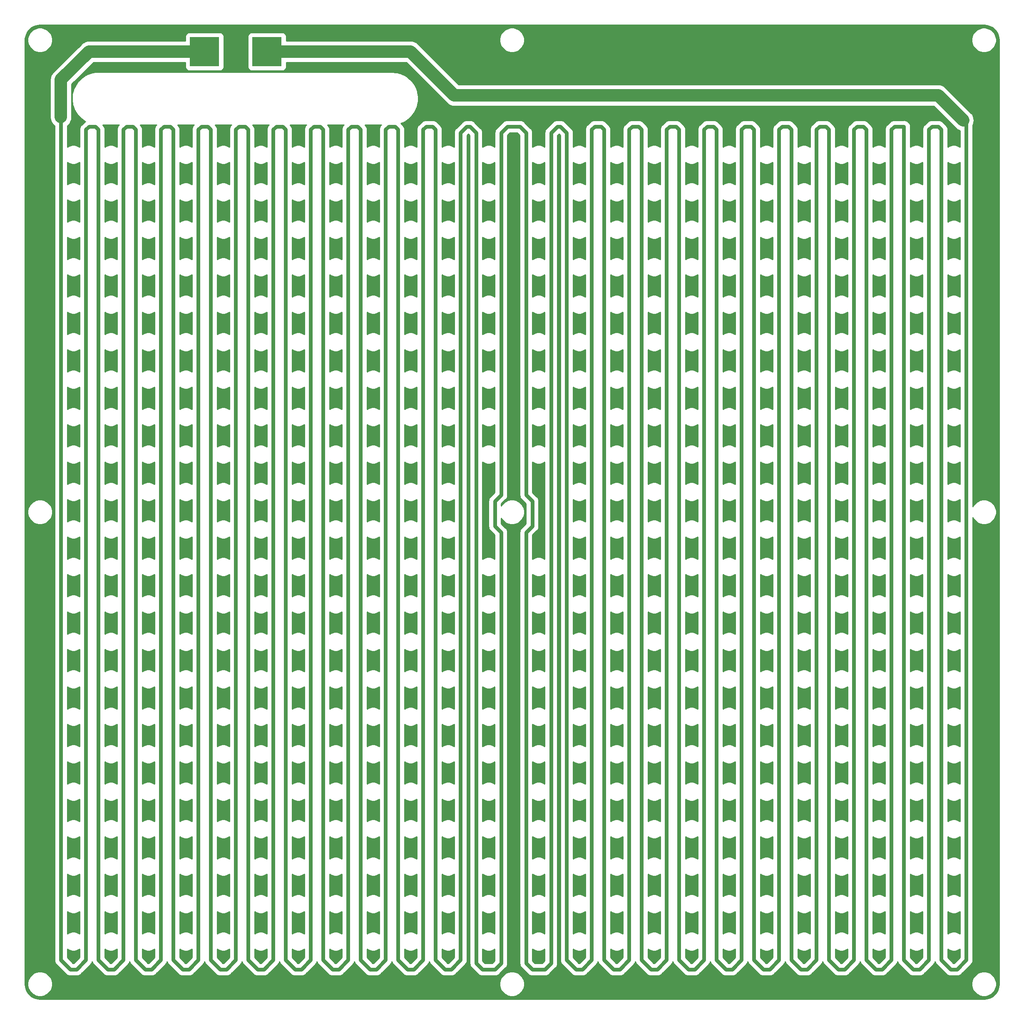
<source format=gbr>
%TF.GenerationSoftware,KiCad,Pcbnew,(5.1.9)-1*%
%TF.CreationDate,2021-09-19T13:22:00-04:00*%
%TF.ProjectId,Heater,48656174-6572-42e6-9b69-6361645f7063,rev?*%
%TF.SameCoordinates,Original*%
%TF.FileFunction,Copper,L1,Top*%
%TF.FilePolarity,Positive*%
%FSLAX46Y46*%
G04 Gerber Fmt 4.6, Leading zero omitted, Abs format (unit mm)*
G04 Created by KiCad (PCBNEW (5.1.9)-1) date 2021-09-19 13:22:00*
%MOMM*%
%LPD*%
G01*
G04 APERTURE LIST*
%TA.AperFunction,ComponentPad*%
%ADD10R,6.000000X6.000000*%
%TD*%
%TA.AperFunction,Conductor*%
%ADD11C,2.540000*%
%TD*%
%TA.AperFunction,Conductor*%
%ADD12C,0.762000*%
%TD*%
%TA.AperFunction,NonConductor*%
%ADD13C,0.254000*%
%TD*%
%TA.AperFunction,NonConductor*%
%ADD14C,0.100000*%
%TD*%
G04 APERTURE END LIST*
D10*
%TO.P,J2,1*%
%TO.N,Net-(J1-Pad1)*%
X60325000Y-16510000D03*
%TD*%
%TO.P,J1,1*%
%TO.N,Net-(J1-Pad1)*%
X47625000Y-16510000D03*
%TD*%
D11*
%TO.N,Net-(J1-Pad1)*%
X196850000Y-25400000D02*
X201930000Y-30480000D01*
X98425000Y-25400000D02*
X196850000Y-25400000D01*
X89535000Y-16510000D02*
X98425000Y-25400000D01*
X60325000Y-16510000D02*
X89535000Y-16510000D01*
X18415000Y-22225000D02*
X18415000Y-29845000D01*
X24130000Y-16510000D02*
X18415000Y-22225000D01*
X47625000Y-16510000D02*
X24130000Y-16510000D01*
D12*
X23495000Y-201295000D02*
X21590000Y-203200000D01*
X23495000Y-32385000D02*
X23495000Y-201295000D01*
X24130000Y-31750000D02*
X23495000Y-32385000D01*
X25400000Y-31750000D02*
X24130000Y-31750000D01*
X26035000Y-32385000D02*
X25400000Y-31750000D01*
X26035000Y-201295000D02*
X26035000Y-32385000D01*
X27940000Y-203200000D02*
X26035000Y-201295000D01*
X29210000Y-203200000D02*
X27940000Y-203200000D01*
X31115000Y-201295000D02*
X29210000Y-203200000D01*
X31115000Y-32385000D02*
X31115000Y-201295000D01*
X31750000Y-31750000D02*
X31115000Y-32385000D01*
X33020000Y-31750000D02*
X31750000Y-31750000D01*
X33655000Y-32385000D02*
X33020000Y-31750000D01*
X33655000Y-201295000D02*
X33655000Y-32385000D01*
X35560000Y-203200000D02*
X33655000Y-201295000D01*
X36830000Y-203200000D02*
X35560000Y-203200000D01*
X38735000Y-201295000D02*
X36830000Y-203200000D01*
X38735000Y-32385000D02*
X38735000Y-201295000D01*
X39370000Y-31750000D02*
X38735000Y-32385000D01*
X40640000Y-31750000D02*
X39370000Y-31750000D01*
X41275000Y-32385000D02*
X40640000Y-31750000D01*
X41275000Y-201295000D02*
X41275000Y-32385000D01*
X43180000Y-203200000D02*
X41275000Y-201295000D01*
X44450000Y-203200000D02*
X43180000Y-203200000D01*
X46355000Y-201295000D02*
X44450000Y-203200000D01*
X46355000Y-32385000D02*
X46355000Y-201295000D01*
X46990000Y-31750000D02*
X46355000Y-32385000D01*
X48260000Y-31750000D02*
X46990000Y-31750000D01*
X48895000Y-32385000D02*
X48260000Y-31750000D01*
X48895000Y-201295000D02*
X48895000Y-32385000D01*
X50800000Y-203200000D02*
X48895000Y-201295000D01*
X52070000Y-203200000D02*
X50800000Y-203200000D01*
X53975000Y-201295000D02*
X52070000Y-203200000D01*
X53975000Y-32385000D02*
X53975000Y-201295000D01*
X54610000Y-31750000D02*
X53975000Y-32385000D01*
X55880000Y-31750000D02*
X54610000Y-31750000D01*
X21590000Y-203200000D02*
X20320000Y-203200000D01*
X56515000Y-32385000D02*
X55880000Y-31750000D01*
X56515000Y-201295000D02*
X56515000Y-32385000D01*
X20320000Y-203200000D02*
X18415000Y-201295000D01*
X58420000Y-203200000D02*
X56515000Y-201295000D01*
X59690000Y-203200000D02*
X58420000Y-203200000D01*
X61595000Y-201295000D02*
X59690000Y-203200000D01*
X61595000Y-32385000D02*
X61595000Y-201295000D01*
X62230000Y-31750000D02*
X61595000Y-32385000D01*
X63500000Y-31750000D02*
X62230000Y-31750000D01*
X64135000Y-32385000D02*
X63500000Y-31750000D01*
X64135000Y-201295000D02*
X64135000Y-32385000D01*
X66040000Y-203200000D02*
X64135000Y-201295000D01*
X18415000Y-201295000D02*
X18415000Y-29845000D01*
X67310000Y-203200000D02*
X66040000Y-203200000D01*
X69215000Y-201295000D02*
X67310000Y-203200000D01*
X69215000Y-32385000D02*
X69215000Y-201295000D01*
X69850000Y-31750000D02*
X69215000Y-32385000D01*
X71120000Y-31750000D02*
X69850000Y-31750000D01*
X71755000Y-32385000D02*
X71120000Y-31750000D01*
X71755000Y-201295000D02*
X71755000Y-32385000D01*
X73660000Y-203200000D02*
X71755000Y-201295000D01*
X74930000Y-203200000D02*
X73660000Y-203200000D01*
X76835000Y-201295000D02*
X74930000Y-203200000D01*
X76835000Y-32385000D02*
X76835000Y-201295000D01*
X77470000Y-31750000D02*
X76835000Y-32385000D01*
X78740000Y-31750000D02*
X77470000Y-31750000D01*
X79375000Y-32385000D02*
X78740000Y-31750000D01*
X79375000Y-201295000D02*
X79375000Y-32385000D01*
X81280000Y-203200000D02*
X79375000Y-201295000D01*
X82550000Y-203200000D02*
X81280000Y-203200000D01*
X84455000Y-201295000D02*
X82550000Y-203200000D01*
X84455000Y-32385000D02*
X84455000Y-201295000D01*
X85090000Y-31750000D02*
X84455000Y-32385000D01*
X147320000Y-203200000D02*
X146050000Y-203200000D01*
X149225000Y-201295000D02*
X147320000Y-203200000D01*
X149225000Y-32385000D02*
X149225000Y-201295000D01*
X149860000Y-31750000D02*
X149225000Y-32385000D01*
X151130000Y-31750000D02*
X149860000Y-31750000D01*
X151765000Y-32385000D02*
X151130000Y-31750000D01*
X151765000Y-201295000D02*
X151765000Y-32385000D01*
X153670000Y-203200000D02*
X151765000Y-201295000D01*
X154940000Y-203200000D02*
X153670000Y-203200000D01*
X156845000Y-201295000D02*
X154940000Y-203200000D01*
X156845000Y-32385000D02*
X156845000Y-201295000D01*
X157480000Y-31750000D02*
X156845000Y-32385000D01*
X158750000Y-31750000D02*
X157480000Y-31750000D01*
X159385000Y-201295000D02*
X159385000Y-32385000D01*
X161290000Y-203200000D02*
X159385000Y-201295000D01*
X164465000Y-32385000D02*
X164465000Y-201295000D01*
X162560000Y-203200000D02*
X161290000Y-203200000D01*
X120015000Y-31750000D02*
X119380000Y-31750000D01*
X165100000Y-31750000D02*
X164465000Y-32385000D01*
X166370000Y-31750000D02*
X165100000Y-31750000D01*
X159385000Y-32385000D02*
X158750000Y-31750000D01*
X167005000Y-32385000D02*
X166370000Y-31750000D01*
X167005000Y-201295000D02*
X167005000Y-32385000D01*
X168910000Y-203200000D02*
X167005000Y-201295000D01*
X170180000Y-203200000D02*
X168910000Y-203200000D01*
X172085000Y-201295000D02*
X170180000Y-203200000D01*
X172085000Y-32385000D02*
X172085000Y-201295000D01*
X172720000Y-31750000D02*
X172085000Y-32385000D01*
X173990000Y-31750000D02*
X172720000Y-31750000D01*
X174625000Y-32385000D02*
X173990000Y-31750000D01*
X191770000Y-203200000D02*
X189865000Y-201295000D01*
X194945000Y-32385000D02*
X194945000Y-201295000D01*
X194945000Y-201295000D02*
X193040000Y-203200000D01*
X195580000Y-31750000D02*
X194945000Y-32385000D01*
X196850000Y-31750000D02*
X195580000Y-31750000D01*
X180340000Y-31750000D02*
X179705000Y-32385000D01*
X197485000Y-32385000D02*
X196850000Y-31750000D01*
X88900000Y-203200000D02*
X86995000Y-201295000D01*
X187325000Y-201295000D02*
X185420000Y-203200000D01*
X176530000Y-203200000D02*
X174625000Y-201295000D01*
X193040000Y-203200000D02*
X191770000Y-203200000D01*
X164465000Y-201295000D02*
X162560000Y-203200000D01*
X182245000Y-201295000D02*
X182245000Y-32385000D01*
X86995000Y-201295000D02*
X86995000Y-32385000D01*
X179705000Y-32385000D02*
X179705000Y-201295000D01*
X197485000Y-201295000D02*
X197485000Y-32385000D01*
X200660000Y-203200000D02*
X199390000Y-203200000D01*
X199390000Y-203200000D02*
X197485000Y-201295000D01*
X202565000Y-201295000D02*
X200660000Y-203200000D01*
X202565000Y-31115000D02*
X202565000Y-201295000D01*
X181610000Y-31750000D02*
X180340000Y-31750000D01*
X201930000Y-30480000D02*
X202565000Y-31115000D01*
X189865000Y-201295000D02*
X189865000Y-31750000D01*
X189865000Y-31750000D02*
X187960000Y-31750000D01*
X187960000Y-31750000D02*
X187325000Y-32385000D01*
X187325000Y-32385000D02*
X187325000Y-201295000D01*
X177800000Y-203200000D02*
X176530000Y-203200000D01*
X185420000Y-203200000D02*
X184150000Y-203200000D01*
X184150000Y-203200000D02*
X182245000Y-201295000D01*
X182245000Y-32385000D02*
X181610000Y-31750000D01*
X86360000Y-31750000D02*
X85090000Y-31750000D01*
X179705000Y-201295000D02*
X177800000Y-203200000D01*
X174625000Y-201295000D02*
X174625000Y-32385000D01*
X146050000Y-203200000D02*
X144145000Y-201295000D01*
X144145000Y-201295000D02*
X144145000Y-32385000D01*
X144145000Y-32385000D02*
X143510000Y-31750000D01*
X143510000Y-31750000D02*
X142240000Y-31750000D01*
X142240000Y-31750000D02*
X141605000Y-32385000D01*
X141605000Y-32385000D02*
X141605000Y-201295000D01*
X141605000Y-201295000D02*
X139700000Y-203200000D01*
X139700000Y-203200000D02*
X138430000Y-203200000D01*
X138430000Y-203200000D02*
X136525000Y-201295000D01*
X136525000Y-201295000D02*
X136525000Y-32385000D01*
X136525000Y-32385000D02*
X135890000Y-31750000D01*
X135890000Y-31750000D02*
X134620000Y-31750000D01*
X134620000Y-31750000D02*
X133985000Y-32385000D01*
X133985000Y-32385000D02*
X133985000Y-201295000D01*
X133985000Y-201295000D02*
X132080000Y-203200000D01*
X132080000Y-203200000D02*
X130810000Y-203200000D01*
X130810000Y-203200000D02*
X128905000Y-201295000D01*
X128905000Y-201295000D02*
X128905000Y-32385000D01*
X128905000Y-32385000D02*
X128270000Y-31750000D01*
X128270000Y-31750000D02*
X127000000Y-31750000D01*
X127000000Y-31750000D02*
X126365000Y-32385000D01*
X126365000Y-32385000D02*
X126365000Y-201295000D01*
X126365000Y-201295000D02*
X124460000Y-203200000D01*
X124460000Y-203200000D02*
X123190000Y-203200000D01*
X123190000Y-203200000D02*
X121285000Y-201295000D01*
X121285000Y-201295000D02*
X121285000Y-33020000D01*
X121285000Y-33020000D02*
X120015000Y-31750000D01*
X119380000Y-31750000D02*
X118110000Y-33020000D01*
X118110000Y-33020000D02*
X118110000Y-201930000D01*
X118110000Y-201930000D02*
X116840000Y-203200000D01*
X116840000Y-203200000D02*
X114300000Y-203200000D01*
X114300000Y-203200000D02*
X113030000Y-201930000D01*
X113030000Y-201930000D02*
X113030000Y-114300000D01*
X113030000Y-114300000D02*
X114300000Y-113030000D01*
X114300000Y-113030000D02*
X114300000Y-107950000D01*
X114300000Y-107950000D02*
X113030000Y-106680000D01*
X113030000Y-106680000D02*
X113030000Y-33020000D01*
X113030000Y-33020000D02*
X111760000Y-31750000D01*
X111760000Y-31750000D02*
X109220000Y-31750000D01*
X109220000Y-31750000D02*
X107950000Y-33020000D01*
X107950000Y-33020000D02*
X107950000Y-106680000D01*
X107950000Y-106680000D02*
X106680000Y-107950000D01*
X106680000Y-107950000D02*
X106680000Y-113030000D01*
X106680000Y-113030000D02*
X107950000Y-114300000D01*
X107950000Y-114300000D02*
X107950000Y-201930000D01*
X107950000Y-201930000D02*
X106680000Y-203200000D01*
X106680000Y-203200000D02*
X104140000Y-203200000D01*
X104140000Y-203200000D02*
X102870000Y-201930000D01*
X102870000Y-201930000D02*
X102870000Y-33020000D01*
X102870000Y-33020000D02*
X101600000Y-31750000D01*
X101600000Y-31750000D02*
X100965000Y-31750000D01*
X100965000Y-31750000D02*
X99695000Y-33020000D01*
X99695000Y-33020000D02*
X99695000Y-201295000D01*
X99695000Y-201295000D02*
X97790000Y-203200000D01*
X97790000Y-203200000D02*
X96520000Y-203200000D01*
X96520000Y-203200000D02*
X94615000Y-201295000D01*
X94615000Y-201295000D02*
X94615000Y-32385000D01*
X94615000Y-32385000D02*
X93980000Y-31750000D01*
X93980000Y-31750000D02*
X92710000Y-31750000D01*
X92710000Y-31750000D02*
X92075000Y-32385000D01*
X92075000Y-32385000D02*
X92075000Y-201295000D01*
X92075000Y-201295000D02*
X90170000Y-203200000D01*
X90170000Y-203200000D02*
X88900000Y-203200000D01*
X86995000Y-32385000D02*
X86360000Y-31750000D01*
%TD*%
D13*
X206751141Y-11174527D02*
X207319764Y-11346205D01*
X207844211Y-11625058D01*
X208304506Y-12000466D01*
X208683121Y-12458132D01*
X208965630Y-12980620D01*
X209141273Y-13548030D01*
X209208001Y-14182902D01*
X209208000Y-206113434D01*
X209145472Y-206751143D01*
X208973796Y-207319761D01*
X208694942Y-207844211D01*
X208319532Y-208304508D01*
X207861865Y-208683123D01*
X207339378Y-208965631D01*
X206771969Y-209141273D01*
X206137107Y-209208000D01*
X14206566Y-209208000D01*
X13568857Y-209145472D01*
X13000239Y-208973796D01*
X12475789Y-208694942D01*
X12015492Y-208319532D01*
X11636877Y-207861865D01*
X11354369Y-207339378D01*
X11178727Y-206771969D01*
X11112000Y-206137107D01*
X11112000Y-205911112D01*
X11633000Y-205911112D01*
X11633000Y-206408888D01*
X11730111Y-206897099D01*
X11920602Y-207356983D01*
X12197151Y-207770869D01*
X12549131Y-208122849D01*
X12963017Y-208399398D01*
X13422901Y-208589889D01*
X13911112Y-208687000D01*
X14408888Y-208687000D01*
X14897099Y-208589889D01*
X15356983Y-208399398D01*
X15770869Y-208122849D01*
X16122849Y-207770869D01*
X16399398Y-207356983D01*
X16589889Y-206897099D01*
X16687000Y-206408888D01*
X16687000Y-205911112D01*
X107633000Y-205911112D01*
X107633000Y-206408888D01*
X107730111Y-206897099D01*
X107920602Y-207356983D01*
X108197151Y-207770869D01*
X108549131Y-208122849D01*
X108963017Y-208399398D01*
X109422901Y-208589889D01*
X109911112Y-208687000D01*
X110408888Y-208687000D01*
X110897099Y-208589889D01*
X111356983Y-208399398D01*
X111770869Y-208122849D01*
X112122849Y-207770869D01*
X112399398Y-207356983D01*
X112589889Y-206897099D01*
X112687000Y-206408888D01*
X112687000Y-205911112D01*
X203633000Y-205911112D01*
X203633000Y-206408888D01*
X203730111Y-206897099D01*
X203920602Y-207356983D01*
X204197151Y-207770869D01*
X204549131Y-208122849D01*
X204963017Y-208399398D01*
X205422901Y-208589889D01*
X205911112Y-208687000D01*
X206408888Y-208687000D01*
X206897099Y-208589889D01*
X207356983Y-208399398D01*
X207770869Y-208122849D01*
X208122849Y-207770869D01*
X208399398Y-207356983D01*
X208589889Y-206897099D01*
X208687000Y-206408888D01*
X208687000Y-205911112D01*
X208589889Y-205422901D01*
X208399398Y-204963017D01*
X208122849Y-204549131D01*
X207770869Y-204197151D01*
X207356983Y-203920602D01*
X206897099Y-203730111D01*
X206408888Y-203633000D01*
X205911112Y-203633000D01*
X205422901Y-203730111D01*
X204963017Y-203920602D01*
X204549131Y-204197151D01*
X204197151Y-204549131D01*
X203920602Y-204963017D01*
X203730111Y-205422901D01*
X203633000Y-205911112D01*
X112687000Y-205911112D01*
X112589889Y-205422901D01*
X112399398Y-204963017D01*
X112122849Y-204549131D01*
X111770869Y-204197151D01*
X111356983Y-203920602D01*
X110897099Y-203730111D01*
X110408888Y-203633000D01*
X109911112Y-203633000D01*
X109422901Y-203730111D01*
X108963017Y-203920602D01*
X108549131Y-204197151D01*
X108197151Y-204549131D01*
X107920602Y-204963017D01*
X107730111Y-205422901D01*
X107633000Y-205911112D01*
X16687000Y-205911112D01*
X16589889Y-205422901D01*
X16399398Y-204963017D01*
X16122849Y-204549131D01*
X15770869Y-204197151D01*
X15356983Y-203920602D01*
X14897099Y-203730111D01*
X14408888Y-203633000D01*
X13911112Y-203633000D01*
X13422901Y-203730111D01*
X12963017Y-203920602D01*
X12549131Y-204197151D01*
X12197151Y-204549131D01*
X11920602Y-204963017D01*
X11730111Y-205422901D01*
X11633000Y-205911112D01*
X11112000Y-205911112D01*
X11112000Y-109911112D01*
X11633000Y-109911112D01*
X11633000Y-110408888D01*
X11730111Y-110897099D01*
X11920602Y-111356983D01*
X12197151Y-111770869D01*
X12549131Y-112122849D01*
X12963017Y-112399398D01*
X13422901Y-112589889D01*
X13911112Y-112687000D01*
X14408888Y-112687000D01*
X14897099Y-112589889D01*
X15356983Y-112399398D01*
X15770869Y-112122849D01*
X16122849Y-111770869D01*
X16399398Y-111356983D01*
X16589889Y-110897099D01*
X16687000Y-110408888D01*
X16687000Y-109911112D01*
X16589889Y-109422901D01*
X16399398Y-108963017D01*
X16122849Y-108549131D01*
X15770869Y-108197151D01*
X15356983Y-107920602D01*
X14897099Y-107730111D01*
X14408888Y-107633000D01*
X13911112Y-107633000D01*
X13422901Y-107730111D01*
X12963017Y-107920602D01*
X12549131Y-108197151D01*
X12197151Y-108549131D01*
X11920602Y-108963017D01*
X11730111Y-109422901D01*
X11633000Y-109911112D01*
X11112000Y-109911112D01*
X11112000Y-22225000D01*
X16207371Y-22225000D01*
X16218000Y-22332921D01*
X16218001Y-29952928D01*
X16249790Y-30275687D01*
X16375417Y-30689823D01*
X16579424Y-31071494D01*
X16853971Y-31406030D01*
X17107001Y-31613687D01*
X17107000Y-201230757D01*
X17100673Y-201295000D01*
X17107000Y-201359243D01*
X17107000Y-201359249D01*
X17125926Y-201551412D01*
X17200719Y-201797971D01*
X17322176Y-202025201D01*
X17485630Y-202224370D01*
X17535536Y-202265327D01*
X19349673Y-204079464D01*
X19390630Y-204129370D01*
X19589798Y-204292824D01*
X19817028Y-204414281D01*
X20063587Y-204489074D01*
X20255750Y-204508000D01*
X20255757Y-204508000D01*
X20320000Y-204514327D01*
X20384243Y-204508000D01*
X21525757Y-204508000D01*
X21590000Y-204514327D01*
X21654243Y-204508000D01*
X21654250Y-204508000D01*
X21846413Y-204489074D01*
X22092972Y-204414281D01*
X22320202Y-204292824D01*
X22519370Y-204129370D01*
X22560327Y-204079464D01*
X24374464Y-202265327D01*
X24424370Y-202224370D01*
X24587824Y-202025202D01*
X24709281Y-201797972D01*
X24765000Y-201614291D01*
X24820719Y-201797971D01*
X24942176Y-202025201D01*
X25105630Y-202224370D01*
X25155536Y-202265327D01*
X26969673Y-204079464D01*
X27010630Y-204129370D01*
X27209798Y-204292824D01*
X27437028Y-204414281D01*
X27683587Y-204489074D01*
X27875750Y-204508000D01*
X27875757Y-204508000D01*
X27940000Y-204514327D01*
X28004243Y-204508000D01*
X29145757Y-204508000D01*
X29210000Y-204514327D01*
X29274243Y-204508000D01*
X29274250Y-204508000D01*
X29466413Y-204489074D01*
X29712972Y-204414281D01*
X29940202Y-204292824D01*
X30139370Y-204129370D01*
X30180327Y-204079464D01*
X31994464Y-202265327D01*
X32044370Y-202224370D01*
X32207824Y-202025202D01*
X32329281Y-201797972D01*
X32385000Y-201614291D01*
X32440719Y-201797971D01*
X32562176Y-202025201D01*
X32725630Y-202224370D01*
X32775536Y-202265327D01*
X34589673Y-204079464D01*
X34630630Y-204129370D01*
X34829798Y-204292824D01*
X35057028Y-204414281D01*
X35303587Y-204489074D01*
X35495750Y-204508000D01*
X35495757Y-204508000D01*
X35560000Y-204514327D01*
X35624243Y-204508000D01*
X36765757Y-204508000D01*
X36830000Y-204514327D01*
X36894243Y-204508000D01*
X36894250Y-204508000D01*
X37086413Y-204489074D01*
X37332972Y-204414281D01*
X37560202Y-204292824D01*
X37759370Y-204129370D01*
X37800327Y-204079464D01*
X39614464Y-202265327D01*
X39664370Y-202224370D01*
X39827824Y-202025202D01*
X39949281Y-201797972D01*
X40005000Y-201614291D01*
X40060719Y-201797971D01*
X40182176Y-202025201D01*
X40345630Y-202224370D01*
X40395536Y-202265327D01*
X42209673Y-204079464D01*
X42250630Y-204129370D01*
X42449798Y-204292824D01*
X42677028Y-204414281D01*
X42923587Y-204489074D01*
X43115750Y-204508000D01*
X43115757Y-204508000D01*
X43180000Y-204514327D01*
X43244243Y-204508000D01*
X44385757Y-204508000D01*
X44450000Y-204514327D01*
X44514243Y-204508000D01*
X44514250Y-204508000D01*
X44706413Y-204489074D01*
X44952972Y-204414281D01*
X45180202Y-204292824D01*
X45379370Y-204129370D01*
X45420327Y-204079464D01*
X47234464Y-202265327D01*
X47284370Y-202224370D01*
X47447824Y-202025202D01*
X47569281Y-201797972D01*
X47625000Y-201614291D01*
X47680719Y-201797971D01*
X47802176Y-202025201D01*
X47965630Y-202224370D01*
X48015536Y-202265327D01*
X49829673Y-204079464D01*
X49870630Y-204129370D01*
X50069798Y-204292824D01*
X50297028Y-204414281D01*
X50543587Y-204489074D01*
X50735750Y-204508000D01*
X50735757Y-204508000D01*
X50800000Y-204514327D01*
X50864243Y-204508000D01*
X52005757Y-204508000D01*
X52070000Y-204514327D01*
X52134243Y-204508000D01*
X52134250Y-204508000D01*
X52326413Y-204489074D01*
X52572972Y-204414281D01*
X52800202Y-204292824D01*
X52999370Y-204129370D01*
X53040327Y-204079464D01*
X54854464Y-202265327D01*
X54904370Y-202224370D01*
X55067824Y-202025202D01*
X55189281Y-201797972D01*
X55245000Y-201614291D01*
X55300719Y-201797971D01*
X55422176Y-202025201D01*
X55585630Y-202224370D01*
X55635536Y-202265327D01*
X57449673Y-204079464D01*
X57490630Y-204129370D01*
X57689798Y-204292824D01*
X57917028Y-204414281D01*
X58163587Y-204489074D01*
X58355750Y-204508000D01*
X58355757Y-204508000D01*
X58420000Y-204514327D01*
X58484243Y-204508000D01*
X59625757Y-204508000D01*
X59690000Y-204514327D01*
X59754243Y-204508000D01*
X59754250Y-204508000D01*
X59946413Y-204489074D01*
X60192972Y-204414281D01*
X60420202Y-204292824D01*
X60619370Y-204129370D01*
X60660327Y-204079464D01*
X62474464Y-202265327D01*
X62524370Y-202224370D01*
X62687824Y-202025202D01*
X62809281Y-201797972D01*
X62865000Y-201614291D01*
X62920719Y-201797971D01*
X63042176Y-202025201D01*
X63205630Y-202224370D01*
X63255536Y-202265327D01*
X65069673Y-204079464D01*
X65110630Y-204129370D01*
X65309798Y-204292824D01*
X65537028Y-204414281D01*
X65783587Y-204489074D01*
X65975750Y-204508000D01*
X65975757Y-204508000D01*
X66040000Y-204514327D01*
X66104243Y-204508000D01*
X67245757Y-204508000D01*
X67310000Y-204514327D01*
X67374243Y-204508000D01*
X67374250Y-204508000D01*
X67566413Y-204489074D01*
X67812972Y-204414281D01*
X68040202Y-204292824D01*
X68239370Y-204129370D01*
X68280327Y-204079464D01*
X70094464Y-202265327D01*
X70144370Y-202224370D01*
X70307824Y-202025202D01*
X70429281Y-201797972D01*
X70485000Y-201614291D01*
X70540719Y-201797971D01*
X70662176Y-202025201D01*
X70825630Y-202224370D01*
X70875536Y-202265327D01*
X72689673Y-204079464D01*
X72730630Y-204129370D01*
X72929798Y-204292824D01*
X73157028Y-204414281D01*
X73403587Y-204489074D01*
X73595750Y-204508000D01*
X73595757Y-204508000D01*
X73660000Y-204514327D01*
X73724243Y-204508000D01*
X74865757Y-204508000D01*
X74930000Y-204514327D01*
X74994243Y-204508000D01*
X74994250Y-204508000D01*
X75186413Y-204489074D01*
X75432972Y-204414281D01*
X75660202Y-204292824D01*
X75859370Y-204129370D01*
X75900327Y-204079464D01*
X77714464Y-202265327D01*
X77764370Y-202224370D01*
X77927824Y-202025202D01*
X78049281Y-201797972D01*
X78105000Y-201614291D01*
X78160719Y-201797971D01*
X78282176Y-202025201D01*
X78445630Y-202224370D01*
X78495536Y-202265327D01*
X80309673Y-204079464D01*
X80350630Y-204129370D01*
X80549798Y-204292824D01*
X80777028Y-204414281D01*
X81023587Y-204489074D01*
X81215750Y-204508000D01*
X81215757Y-204508000D01*
X81280000Y-204514327D01*
X81344243Y-204508000D01*
X82485757Y-204508000D01*
X82550000Y-204514327D01*
X82614243Y-204508000D01*
X82614250Y-204508000D01*
X82806413Y-204489074D01*
X83052972Y-204414281D01*
X83280202Y-204292824D01*
X83479370Y-204129370D01*
X83520327Y-204079464D01*
X85334464Y-202265327D01*
X85384370Y-202224370D01*
X85547824Y-202025202D01*
X85669281Y-201797972D01*
X85725000Y-201614291D01*
X85780719Y-201797971D01*
X85902176Y-202025201D01*
X86065630Y-202224370D01*
X86115536Y-202265327D01*
X87929673Y-204079464D01*
X87970630Y-204129370D01*
X88169798Y-204292824D01*
X88397028Y-204414281D01*
X88643587Y-204489074D01*
X88835750Y-204508000D01*
X88835757Y-204508000D01*
X88900000Y-204514327D01*
X88964243Y-204508000D01*
X90105757Y-204508000D01*
X90170000Y-204514327D01*
X90234243Y-204508000D01*
X90234250Y-204508000D01*
X90426413Y-204489074D01*
X90672972Y-204414281D01*
X90900202Y-204292824D01*
X91099370Y-204129370D01*
X91140327Y-204079464D01*
X92954464Y-202265327D01*
X93004370Y-202224370D01*
X93167824Y-202025202D01*
X93289281Y-201797972D01*
X93345000Y-201614291D01*
X93400719Y-201797971D01*
X93522176Y-202025201D01*
X93685630Y-202224370D01*
X93735536Y-202265327D01*
X95549673Y-204079464D01*
X95590630Y-204129370D01*
X95789798Y-204292824D01*
X96017028Y-204414281D01*
X96263587Y-204489074D01*
X96455750Y-204508000D01*
X96455757Y-204508000D01*
X96520000Y-204514327D01*
X96584243Y-204508000D01*
X97725757Y-204508000D01*
X97790000Y-204514327D01*
X97854243Y-204508000D01*
X97854250Y-204508000D01*
X98046413Y-204489074D01*
X98292972Y-204414281D01*
X98520202Y-204292824D01*
X98719370Y-204129370D01*
X98760327Y-204079464D01*
X100574464Y-202265327D01*
X100624370Y-202224370D01*
X100787824Y-202025202D01*
X100909281Y-201797972D01*
X100984074Y-201551413D01*
X101003000Y-201359250D01*
X101003000Y-201359243D01*
X101009327Y-201295000D01*
X101003000Y-201230757D01*
X101003000Y-33561791D01*
X101282500Y-33282292D01*
X101562001Y-33561793D01*
X101562000Y-201865757D01*
X101555673Y-201930000D01*
X101562000Y-201994243D01*
X101562000Y-201994249D01*
X101580926Y-202186412D01*
X101655719Y-202432971D01*
X101777176Y-202660201D01*
X101940630Y-202859370D01*
X101990536Y-202900327D01*
X103169677Y-204079469D01*
X103210630Y-204129370D01*
X103260531Y-204170323D01*
X103260535Y-204170327D01*
X103409798Y-204292824D01*
X103637028Y-204414281D01*
X103883587Y-204489074D01*
X104075750Y-204508000D01*
X104075759Y-204508000D01*
X104139999Y-204514327D01*
X104204239Y-204508000D01*
X106615757Y-204508000D01*
X106680000Y-204514327D01*
X106744243Y-204508000D01*
X106744250Y-204508000D01*
X106936413Y-204489074D01*
X107182972Y-204414281D01*
X107410202Y-204292824D01*
X107609370Y-204129370D01*
X107650327Y-204079464D01*
X108829469Y-202900323D01*
X108879370Y-202859370D01*
X108920323Y-202809469D01*
X108920327Y-202809465D01*
X109042824Y-202660202D01*
X109164281Y-202432972D01*
X109164281Y-202432971D01*
X109239074Y-202186413D01*
X109258000Y-201994250D01*
X109258000Y-201994241D01*
X109264327Y-201930001D01*
X109258000Y-201865761D01*
X109258000Y-114364239D01*
X109264327Y-114299999D01*
X109258000Y-114235759D01*
X109258000Y-114235750D01*
X109239074Y-114043587D01*
X109164281Y-113797028D01*
X109042824Y-113569798D01*
X108920327Y-113420535D01*
X108920323Y-113420531D01*
X108879370Y-113370630D01*
X108829470Y-113329678D01*
X107988000Y-112488209D01*
X107988000Y-111457852D01*
X108197151Y-111770869D01*
X108549131Y-112122849D01*
X108963017Y-112399398D01*
X109422901Y-112589889D01*
X109911112Y-112687000D01*
X110408888Y-112687000D01*
X110897099Y-112589889D01*
X111356983Y-112399398D01*
X111770869Y-112122849D01*
X112122849Y-111770869D01*
X112399398Y-111356983D01*
X112589889Y-110897099D01*
X112687000Y-110408888D01*
X112687000Y-109911112D01*
X112589889Y-109422901D01*
X112399398Y-108963017D01*
X112122849Y-108549131D01*
X111770869Y-108197151D01*
X111356983Y-107920602D01*
X110897099Y-107730111D01*
X110408888Y-107633000D01*
X109911112Y-107633000D01*
X109422901Y-107730111D01*
X108963017Y-107920602D01*
X108549131Y-108197151D01*
X108197151Y-108549131D01*
X107988000Y-108862148D01*
X107988000Y-108491791D01*
X108829469Y-107650323D01*
X108879370Y-107609370D01*
X108920323Y-107559469D01*
X108920327Y-107559465D01*
X109042824Y-107410202D01*
X109164281Y-107182972D01*
X109198388Y-107070535D01*
X109239074Y-106936413D01*
X109258000Y-106744250D01*
X109258000Y-106744241D01*
X109264327Y-106680001D01*
X109258000Y-106615761D01*
X109258000Y-33561791D01*
X109761792Y-33058000D01*
X111218209Y-33058000D01*
X111722001Y-33561793D01*
X111722000Y-106615757D01*
X111715673Y-106680000D01*
X111722000Y-106744243D01*
X111722000Y-106744249D01*
X111740926Y-106936412D01*
X111815719Y-107182971D01*
X111937176Y-107410201D01*
X112100630Y-107609370D01*
X112150536Y-107650327D01*
X112992001Y-108491793D01*
X112992000Y-112488208D01*
X112150531Y-113329678D01*
X112100631Y-113370630D01*
X112059678Y-113420531D01*
X112059673Y-113420536D01*
X111937176Y-113569799D01*
X111815719Y-113797029D01*
X111740926Y-114043588D01*
X111715673Y-114300000D01*
X111722001Y-114364253D01*
X111722000Y-201865757D01*
X111715673Y-201930000D01*
X111722000Y-201994243D01*
X111722000Y-201994249D01*
X111740926Y-202186412D01*
X111815719Y-202432971D01*
X111937176Y-202660201D01*
X112100630Y-202859370D01*
X112150536Y-202900327D01*
X113329677Y-204079469D01*
X113370630Y-204129370D01*
X113420531Y-204170323D01*
X113420535Y-204170327D01*
X113569798Y-204292824D01*
X113797028Y-204414281D01*
X114043587Y-204489074D01*
X114235750Y-204508000D01*
X114235759Y-204508000D01*
X114299999Y-204514327D01*
X114364239Y-204508000D01*
X116775757Y-204508000D01*
X116840000Y-204514327D01*
X116904243Y-204508000D01*
X116904250Y-204508000D01*
X117096413Y-204489074D01*
X117342972Y-204414281D01*
X117570202Y-204292824D01*
X117769370Y-204129370D01*
X117810327Y-204079464D01*
X118989469Y-202900323D01*
X119039370Y-202859370D01*
X119080323Y-202809469D01*
X119080327Y-202809465D01*
X119202824Y-202660202D01*
X119324281Y-202432972D01*
X119324281Y-202432971D01*
X119399074Y-202186413D01*
X119418000Y-201994250D01*
X119418000Y-201994241D01*
X119424327Y-201930001D01*
X119418000Y-201865761D01*
X119418000Y-33561791D01*
X119697500Y-33282292D01*
X119977001Y-33561793D01*
X119977000Y-201230757D01*
X119970673Y-201295000D01*
X119977000Y-201359243D01*
X119977000Y-201359249D01*
X119995926Y-201551412D01*
X120070719Y-201797971D01*
X120192176Y-202025201D01*
X120355630Y-202224370D01*
X120405536Y-202265327D01*
X122219673Y-204079464D01*
X122260630Y-204129370D01*
X122459798Y-204292824D01*
X122687028Y-204414281D01*
X122933587Y-204489074D01*
X123125750Y-204508000D01*
X123125757Y-204508000D01*
X123190000Y-204514327D01*
X123254243Y-204508000D01*
X124395757Y-204508000D01*
X124460000Y-204514327D01*
X124524243Y-204508000D01*
X124524250Y-204508000D01*
X124716413Y-204489074D01*
X124962972Y-204414281D01*
X125190202Y-204292824D01*
X125389370Y-204129370D01*
X125430327Y-204079464D01*
X127244464Y-202265327D01*
X127294370Y-202224370D01*
X127457824Y-202025202D01*
X127579281Y-201797972D01*
X127635000Y-201614291D01*
X127690719Y-201797971D01*
X127812176Y-202025201D01*
X127975630Y-202224370D01*
X128025536Y-202265327D01*
X129839673Y-204079464D01*
X129880630Y-204129370D01*
X130079798Y-204292824D01*
X130307028Y-204414281D01*
X130553587Y-204489074D01*
X130745750Y-204508000D01*
X130745757Y-204508000D01*
X130810000Y-204514327D01*
X130874243Y-204508000D01*
X132015757Y-204508000D01*
X132080000Y-204514327D01*
X132144243Y-204508000D01*
X132144250Y-204508000D01*
X132336413Y-204489074D01*
X132582972Y-204414281D01*
X132810202Y-204292824D01*
X133009370Y-204129370D01*
X133050327Y-204079464D01*
X134864464Y-202265327D01*
X134914370Y-202224370D01*
X135077824Y-202025202D01*
X135199281Y-201797972D01*
X135255000Y-201614291D01*
X135310719Y-201797971D01*
X135432176Y-202025201D01*
X135595630Y-202224370D01*
X135645536Y-202265327D01*
X137459673Y-204079464D01*
X137500630Y-204129370D01*
X137699798Y-204292824D01*
X137927028Y-204414281D01*
X138173587Y-204489074D01*
X138365750Y-204508000D01*
X138365757Y-204508000D01*
X138430000Y-204514327D01*
X138494243Y-204508000D01*
X139635757Y-204508000D01*
X139700000Y-204514327D01*
X139764243Y-204508000D01*
X139764250Y-204508000D01*
X139956413Y-204489074D01*
X140202972Y-204414281D01*
X140430202Y-204292824D01*
X140629370Y-204129370D01*
X140670327Y-204079464D01*
X142484464Y-202265327D01*
X142534370Y-202224370D01*
X142697824Y-202025202D01*
X142819281Y-201797972D01*
X142875000Y-201614291D01*
X142930719Y-201797971D01*
X143052176Y-202025201D01*
X143215630Y-202224370D01*
X143265536Y-202265327D01*
X145079673Y-204079464D01*
X145120630Y-204129370D01*
X145319798Y-204292824D01*
X145547028Y-204414281D01*
X145793587Y-204489074D01*
X145985750Y-204508000D01*
X145985757Y-204508000D01*
X146050000Y-204514327D01*
X146114243Y-204508000D01*
X147255757Y-204508000D01*
X147320000Y-204514327D01*
X147384243Y-204508000D01*
X147384250Y-204508000D01*
X147576413Y-204489074D01*
X147822972Y-204414281D01*
X148050202Y-204292824D01*
X148249370Y-204129370D01*
X148290327Y-204079464D01*
X150104464Y-202265327D01*
X150154370Y-202224370D01*
X150317824Y-202025202D01*
X150439281Y-201797972D01*
X150495000Y-201614291D01*
X150550719Y-201797971D01*
X150672176Y-202025201D01*
X150835630Y-202224370D01*
X150885536Y-202265327D01*
X152699673Y-204079464D01*
X152740630Y-204129370D01*
X152939798Y-204292824D01*
X153167028Y-204414281D01*
X153413587Y-204489074D01*
X153605750Y-204508000D01*
X153605757Y-204508000D01*
X153670000Y-204514327D01*
X153734243Y-204508000D01*
X154875757Y-204508000D01*
X154940000Y-204514327D01*
X155004243Y-204508000D01*
X155004250Y-204508000D01*
X155196413Y-204489074D01*
X155442972Y-204414281D01*
X155670202Y-204292824D01*
X155869370Y-204129370D01*
X155910327Y-204079464D01*
X157724464Y-202265327D01*
X157774370Y-202224370D01*
X157937824Y-202025202D01*
X158059281Y-201797972D01*
X158115000Y-201614291D01*
X158170719Y-201797971D01*
X158292176Y-202025201D01*
X158455630Y-202224370D01*
X158505536Y-202265327D01*
X160319673Y-204079464D01*
X160360630Y-204129370D01*
X160559798Y-204292824D01*
X160787028Y-204414281D01*
X161033587Y-204489074D01*
X161225750Y-204508000D01*
X161225757Y-204508000D01*
X161290000Y-204514327D01*
X161354243Y-204508000D01*
X162495757Y-204508000D01*
X162560000Y-204514327D01*
X162624243Y-204508000D01*
X162624250Y-204508000D01*
X162816413Y-204489074D01*
X163062972Y-204414281D01*
X163290202Y-204292824D01*
X163489370Y-204129370D01*
X163530327Y-204079464D01*
X165344464Y-202265327D01*
X165394370Y-202224370D01*
X165557824Y-202025202D01*
X165679281Y-201797972D01*
X165735000Y-201614291D01*
X165790719Y-201797971D01*
X165912176Y-202025201D01*
X166075630Y-202224370D01*
X166125536Y-202265327D01*
X167939673Y-204079464D01*
X167980630Y-204129370D01*
X168179798Y-204292824D01*
X168407028Y-204414281D01*
X168653587Y-204489074D01*
X168845750Y-204508000D01*
X168845757Y-204508000D01*
X168910000Y-204514327D01*
X168974243Y-204508000D01*
X170115757Y-204508000D01*
X170180000Y-204514327D01*
X170244243Y-204508000D01*
X170244250Y-204508000D01*
X170436413Y-204489074D01*
X170682972Y-204414281D01*
X170910202Y-204292824D01*
X171109370Y-204129370D01*
X171150327Y-204079464D01*
X172964464Y-202265327D01*
X173014370Y-202224370D01*
X173177824Y-202025202D01*
X173299281Y-201797972D01*
X173355000Y-201614291D01*
X173410719Y-201797971D01*
X173532176Y-202025201D01*
X173695630Y-202224370D01*
X173745536Y-202265327D01*
X175559673Y-204079464D01*
X175600630Y-204129370D01*
X175799798Y-204292824D01*
X176027028Y-204414281D01*
X176273587Y-204489074D01*
X176465750Y-204508000D01*
X176465757Y-204508000D01*
X176530000Y-204514327D01*
X176594243Y-204508000D01*
X177735757Y-204508000D01*
X177800000Y-204514327D01*
X177864243Y-204508000D01*
X177864250Y-204508000D01*
X178056413Y-204489074D01*
X178302972Y-204414281D01*
X178530202Y-204292824D01*
X178729370Y-204129370D01*
X178770327Y-204079464D01*
X180584464Y-202265327D01*
X180634370Y-202224370D01*
X180797824Y-202025202D01*
X180919281Y-201797972D01*
X180975000Y-201614291D01*
X181030719Y-201797971D01*
X181152176Y-202025201D01*
X181315630Y-202224370D01*
X181365536Y-202265327D01*
X183179673Y-204079464D01*
X183220630Y-204129370D01*
X183419798Y-204292824D01*
X183647028Y-204414281D01*
X183893587Y-204489074D01*
X184085750Y-204508000D01*
X184085757Y-204508000D01*
X184150000Y-204514327D01*
X184214243Y-204508000D01*
X185355757Y-204508000D01*
X185420000Y-204514327D01*
X185484243Y-204508000D01*
X185484250Y-204508000D01*
X185676413Y-204489074D01*
X185922972Y-204414281D01*
X186150202Y-204292824D01*
X186349370Y-204129370D01*
X186390327Y-204079464D01*
X188204464Y-202265327D01*
X188254370Y-202224370D01*
X188417824Y-202025202D01*
X188539281Y-201797972D01*
X188595000Y-201614291D01*
X188650719Y-201797971D01*
X188772176Y-202025201D01*
X188935630Y-202224370D01*
X188985536Y-202265327D01*
X190799673Y-204079464D01*
X190840630Y-204129370D01*
X191039798Y-204292824D01*
X191267028Y-204414281D01*
X191513587Y-204489074D01*
X191705750Y-204508000D01*
X191705757Y-204508000D01*
X191770000Y-204514327D01*
X191834243Y-204508000D01*
X192975757Y-204508000D01*
X193040000Y-204514327D01*
X193104243Y-204508000D01*
X193104250Y-204508000D01*
X193296413Y-204489074D01*
X193542972Y-204414281D01*
X193770202Y-204292824D01*
X193969370Y-204129370D01*
X194010327Y-204079464D01*
X195824464Y-202265327D01*
X195874370Y-202224370D01*
X196037824Y-202025202D01*
X196159281Y-201797972D01*
X196215000Y-201614291D01*
X196270719Y-201797971D01*
X196392176Y-202025201D01*
X196555630Y-202224370D01*
X196605536Y-202265327D01*
X198419673Y-204079464D01*
X198460630Y-204129370D01*
X198659798Y-204292824D01*
X198887028Y-204414281D01*
X199133587Y-204489074D01*
X199325750Y-204508000D01*
X199325757Y-204508000D01*
X199390000Y-204514327D01*
X199454243Y-204508000D01*
X200595757Y-204508000D01*
X200660000Y-204514327D01*
X200724243Y-204508000D01*
X200724250Y-204508000D01*
X200916413Y-204489074D01*
X201162972Y-204414281D01*
X201390202Y-204292824D01*
X201589370Y-204129370D01*
X201630327Y-204079464D01*
X203444464Y-202265327D01*
X203494370Y-202224370D01*
X203657824Y-202025202D01*
X203779281Y-201797972D01*
X203854074Y-201551413D01*
X203873000Y-201359250D01*
X203873000Y-201359243D01*
X203879327Y-201295000D01*
X203873000Y-201230757D01*
X203873000Y-111242062D01*
X203920602Y-111356983D01*
X204197151Y-111770869D01*
X204549131Y-112122849D01*
X204963017Y-112399398D01*
X205422901Y-112589889D01*
X205911112Y-112687000D01*
X206408888Y-112687000D01*
X206897099Y-112589889D01*
X207356983Y-112399398D01*
X207770869Y-112122849D01*
X208122849Y-111770869D01*
X208399398Y-111356983D01*
X208589889Y-110897099D01*
X208687000Y-110408888D01*
X208687000Y-109911112D01*
X208589889Y-109422901D01*
X208399398Y-108963017D01*
X208122849Y-108549131D01*
X207770869Y-108197151D01*
X207356983Y-107920602D01*
X206897099Y-107730111D01*
X206408888Y-107633000D01*
X205911112Y-107633000D01*
X205422901Y-107730111D01*
X204963017Y-107920602D01*
X204549131Y-108197151D01*
X204197151Y-108549131D01*
X203920602Y-108963017D01*
X203873000Y-109077938D01*
X203873000Y-31505518D01*
X203969583Y-31324823D01*
X204095211Y-30910686D01*
X204137629Y-30480000D01*
X204095211Y-30049313D01*
X203969583Y-29635176D01*
X203765577Y-29253506D01*
X203559830Y-29002803D01*
X198479835Y-23922809D01*
X198411030Y-23838970D01*
X198076494Y-23564423D01*
X197694823Y-23360416D01*
X197280687Y-23234789D01*
X196957928Y-23203000D01*
X196957920Y-23203000D01*
X196850000Y-23192371D01*
X196742080Y-23203000D01*
X99335027Y-23203000D01*
X91164835Y-15032809D01*
X91096030Y-14948970D01*
X90761494Y-14674423D01*
X90379823Y-14470416D01*
X89965687Y-14344789D01*
X89642928Y-14313000D01*
X89642920Y-14313000D01*
X89535000Y-14302371D01*
X89427080Y-14313000D01*
X64256485Y-14313000D01*
X64256485Y-13911112D01*
X107633000Y-13911112D01*
X107633000Y-14408888D01*
X107730111Y-14897099D01*
X107920602Y-15356983D01*
X108197151Y-15770869D01*
X108549131Y-16122849D01*
X108963017Y-16399398D01*
X109422901Y-16589889D01*
X109911112Y-16687000D01*
X110408888Y-16687000D01*
X110897099Y-16589889D01*
X111356983Y-16399398D01*
X111770869Y-16122849D01*
X112122849Y-15770869D01*
X112399398Y-15356983D01*
X112589889Y-14897099D01*
X112687000Y-14408888D01*
X112687000Y-13911112D01*
X203633000Y-13911112D01*
X203633000Y-14408888D01*
X203730111Y-14897099D01*
X203920602Y-15356983D01*
X204197151Y-15770869D01*
X204549131Y-16122849D01*
X204963017Y-16399398D01*
X205422901Y-16589889D01*
X205911112Y-16687000D01*
X206408888Y-16687000D01*
X206897099Y-16589889D01*
X207356983Y-16399398D01*
X207770869Y-16122849D01*
X208122849Y-15770869D01*
X208399398Y-15356983D01*
X208589889Y-14897099D01*
X208687000Y-14408888D01*
X208687000Y-13911112D01*
X208589889Y-13422901D01*
X208399398Y-12963017D01*
X208122849Y-12549131D01*
X207770869Y-12197151D01*
X207356983Y-11920602D01*
X206897099Y-11730111D01*
X206408888Y-11633000D01*
X205911112Y-11633000D01*
X205422901Y-11730111D01*
X204963017Y-11920602D01*
X204549131Y-12197151D01*
X204197151Y-12549131D01*
X203920602Y-12963017D01*
X203730111Y-13422901D01*
X203633000Y-13911112D01*
X112687000Y-13911112D01*
X112589889Y-13422901D01*
X112399398Y-12963017D01*
X112122849Y-12549131D01*
X111770869Y-12197151D01*
X111356983Y-11920602D01*
X110897099Y-11730111D01*
X110408888Y-11633000D01*
X109911112Y-11633000D01*
X109422901Y-11730111D01*
X108963017Y-11920602D01*
X108549131Y-12197151D01*
X108197151Y-12549131D01*
X107920602Y-12963017D01*
X107730111Y-13422901D01*
X107633000Y-13911112D01*
X64256485Y-13911112D01*
X64256485Y-13510000D01*
X64238587Y-13328276D01*
X64185580Y-13153536D01*
X64099501Y-12992495D01*
X63983659Y-12851341D01*
X63842505Y-12735499D01*
X63681464Y-12649420D01*
X63506724Y-12596413D01*
X63325000Y-12578515D01*
X57325000Y-12578515D01*
X57143276Y-12596413D01*
X56968536Y-12649420D01*
X56807495Y-12735499D01*
X56666341Y-12851341D01*
X56550499Y-12992495D01*
X56464420Y-13153536D01*
X56411413Y-13328276D01*
X56393515Y-13510000D01*
X56393515Y-19510000D01*
X56411413Y-19691724D01*
X56464420Y-19866464D01*
X56550499Y-20027505D01*
X56666341Y-20168659D01*
X56807495Y-20284501D01*
X56968536Y-20370580D01*
X57143276Y-20423587D01*
X57325000Y-20441485D01*
X63325000Y-20441485D01*
X63506724Y-20423587D01*
X63681464Y-20370580D01*
X63842505Y-20284501D01*
X63983659Y-20168659D01*
X64099501Y-20027505D01*
X64185580Y-19866464D01*
X64238587Y-19691724D01*
X64256485Y-19510000D01*
X64256485Y-18707000D01*
X88624974Y-18707000D01*
X96795169Y-26877196D01*
X96863970Y-26961030D01*
X96947803Y-27029830D01*
X97198506Y-27235577D01*
X97580176Y-27439584D01*
X97994313Y-27565211D01*
X98425000Y-27607630D01*
X98532928Y-27597000D01*
X195939974Y-27597000D01*
X200452803Y-32109830D01*
X200703506Y-32315577D01*
X201085176Y-32519583D01*
X201257000Y-32571706D01*
X201257000Y-35910479D01*
X200961461Y-35713005D01*
X200601670Y-35563975D01*
X200219718Y-35488000D01*
X199830282Y-35488000D01*
X199448330Y-35563975D01*
X199088539Y-35713005D01*
X198793000Y-35910479D01*
X198793000Y-32449243D01*
X198799327Y-32385000D01*
X198793000Y-32320757D01*
X198793000Y-32320750D01*
X198774074Y-32128587D01*
X198699281Y-31882028D01*
X198577824Y-31654798D01*
X198414370Y-31455630D01*
X198364459Y-31414669D01*
X197820328Y-30870537D01*
X197779370Y-30820630D01*
X197580202Y-30657176D01*
X197352972Y-30535719D01*
X197106413Y-30460926D01*
X196914250Y-30442000D01*
X196914243Y-30442000D01*
X196850000Y-30435673D01*
X196785757Y-30442000D01*
X195644243Y-30442000D01*
X195580000Y-30435673D01*
X195515757Y-30442000D01*
X195515750Y-30442000D01*
X195323587Y-30460926D01*
X195077028Y-30535719D01*
X194849798Y-30657176D01*
X194650630Y-30820630D01*
X194609669Y-30870541D01*
X194065537Y-31414672D01*
X194015630Y-31455630D01*
X193852176Y-31654799D01*
X193730719Y-31882029D01*
X193655926Y-32128588D01*
X193637000Y-32320751D01*
X193637000Y-32320757D01*
X193630673Y-32385000D01*
X193637000Y-32449243D01*
X193637000Y-35910479D01*
X193341461Y-35713005D01*
X192981670Y-35563975D01*
X192599718Y-35488000D01*
X192210282Y-35488000D01*
X191828330Y-35563975D01*
X191468539Y-35713005D01*
X191173000Y-35910479D01*
X191173000Y-31814250D01*
X191179328Y-31750000D01*
X191154074Y-31493587D01*
X191079281Y-31247028D01*
X190957824Y-31019798D01*
X190794370Y-30820630D01*
X190595202Y-30657176D01*
X190367972Y-30535719D01*
X190121413Y-30460926D01*
X190092293Y-30458058D01*
X189865000Y-30435672D01*
X189800750Y-30442000D01*
X188024243Y-30442000D01*
X187960000Y-30435673D01*
X187895757Y-30442000D01*
X187895750Y-30442000D01*
X187703587Y-30460926D01*
X187457028Y-30535719D01*
X187229798Y-30657176D01*
X187030630Y-30820630D01*
X186989669Y-30870541D01*
X186445537Y-31414672D01*
X186395630Y-31455630D01*
X186232176Y-31654799D01*
X186110719Y-31882029D01*
X186035926Y-32128588D01*
X186017000Y-32320751D01*
X186017000Y-32320757D01*
X186010673Y-32385000D01*
X186017000Y-32449243D01*
X186017000Y-35910479D01*
X185721461Y-35713005D01*
X185361670Y-35563975D01*
X184979718Y-35488000D01*
X184590282Y-35488000D01*
X184208330Y-35563975D01*
X183848539Y-35713005D01*
X183553000Y-35910479D01*
X183553000Y-32449243D01*
X183559327Y-32385000D01*
X183553000Y-32320757D01*
X183553000Y-32320750D01*
X183534074Y-32128587D01*
X183459281Y-31882028D01*
X183337824Y-31654798D01*
X183174370Y-31455630D01*
X183124459Y-31414669D01*
X182580328Y-30870537D01*
X182539370Y-30820630D01*
X182340202Y-30657176D01*
X182112972Y-30535719D01*
X181866413Y-30460926D01*
X181674250Y-30442000D01*
X181674243Y-30442000D01*
X181610000Y-30435673D01*
X181545757Y-30442000D01*
X180404243Y-30442000D01*
X180340000Y-30435673D01*
X180275757Y-30442000D01*
X180275750Y-30442000D01*
X180083587Y-30460926D01*
X179837028Y-30535719D01*
X179609798Y-30657176D01*
X179410630Y-30820630D01*
X179369669Y-30870541D01*
X178825537Y-31414672D01*
X178775630Y-31455630D01*
X178612176Y-31654799D01*
X178490719Y-31882029D01*
X178415926Y-32128588D01*
X178397000Y-32320751D01*
X178397000Y-32320757D01*
X178390673Y-32385000D01*
X178397000Y-32449243D01*
X178397000Y-35910479D01*
X178101461Y-35713005D01*
X177741670Y-35563975D01*
X177359718Y-35488000D01*
X176970282Y-35488000D01*
X176588330Y-35563975D01*
X176228539Y-35713005D01*
X175933000Y-35910479D01*
X175933000Y-32449243D01*
X175939327Y-32385000D01*
X175933000Y-32320757D01*
X175933000Y-32320750D01*
X175914074Y-32128587D01*
X175839281Y-31882028D01*
X175717824Y-31654798D01*
X175554370Y-31455630D01*
X175504459Y-31414669D01*
X174960328Y-30870537D01*
X174919370Y-30820630D01*
X174720202Y-30657176D01*
X174492972Y-30535719D01*
X174246413Y-30460926D01*
X174054250Y-30442000D01*
X174054243Y-30442000D01*
X173990000Y-30435673D01*
X173925757Y-30442000D01*
X172784243Y-30442000D01*
X172720000Y-30435673D01*
X172655757Y-30442000D01*
X172655750Y-30442000D01*
X172463587Y-30460926D01*
X172217028Y-30535719D01*
X171989798Y-30657176D01*
X171790630Y-30820630D01*
X171749669Y-30870541D01*
X171205537Y-31414672D01*
X171155630Y-31455630D01*
X170992176Y-31654799D01*
X170870719Y-31882029D01*
X170795926Y-32128588D01*
X170777000Y-32320751D01*
X170777000Y-32320757D01*
X170770673Y-32385000D01*
X170777000Y-32449243D01*
X170777000Y-35910479D01*
X170481461Y-35713005D01*
X170121670Y-35563975D01*
X169739718Y-35488000D01*
X169350282Y-35488000D01*
X168968330Y-35563975D01*
X168608539Y-35713005D01*
X168313000Y-35910479D01*
X168313000Y-32449243D01*
X168319327Y-32385000D01*
X168313000Y-32320757D01*
X168313000Y-32320750D01*
X168294074Y-32128587D01*
X168219281Y-31882028D01*
X168097824Y-31654798D01*
X167934370Y-31455630D01*
X167884459Y-31414669D01*
X167340328Y-30870537D01*
X167299370Y-30820630D01*
X167100202Y-30657176D01*
X166872972Y-30535719D01*
X166626413Y-30460926D01*
X166434250Y-30442000D01*
X166434243Y-30442000D01*
X166370000Y-30435673D01*
X166305757Y-30442000D01*
X165164243Y-30442000D01*
X165100000Y-30435673D01*
X165035757Y-30442000D01*
X165035750Y-30442000D01*
X164843587Y-30460926D01*
X164597028Y-30535719D01*
X164369798Y-30657176D01*
X164170630Y-30820630D01*
X164129669Y-30870541D01*
X163585537Y-31414672D01*
X163535630Y-31455630D01*
X163372176Y-31654799D01*
X163250719Y-31882029D01*
X163175926Y-32128588D01*
X163157000Y-32320751D01*
X163157000Y-32320757D01*
X163150673Y-32385000D01*
X163157000Y-32449243D01*
X163157000Y-35910479D01*
X162861461Y-35713005D01*
X162501670Y-35563975D01*
X162119718Y-35488000D01*
X161730282Y-35488000D01*
X161348330Y-35563975D01*
X160988539Y-35713005D01*
X160693000Y-35910479D01*
X160693000Y-32449243D01*
X160699327Y-32385000D01*
X160693000Y-32320757D01*
X160693000Y-32320750D01*
X160674074Y-32128587D01*
X160599281Y-31882028D01*
X160477824Y-31654798D01*
X160314370Y-31455630D01*
X160264459Y-31414669D01*
X159720328Y-30870537D01*
X159679370Y-30820630D01*
X159480202Y-30657176D01*
X159252972Y-30535719D01*
X159006413Y-30460926D01*
X158814250Y-30442000D01*
X158814243Y-30442000D01*
X158750000Y-30435673D01*
X158685757Y-30442000D01*
X157544243Y-30442000D01*
X157480000Y-30435673D01*
X157415757Y-30442000D01*
X157415750Y-30442000D01*
X157223587Y-30460926D01*
X156977028Y-30535719D01*
X156749798Y-30657176D01*
X156550630Y-30820630D01*
X156509669Y-30870541D01*
X155965537Y-31414672D01*
X155915630Y-31455630D01*
X155752176Y-31654799D01*
X155630719Y-31882029D01*
X155555926Y-32128588D01*
X155537000Y-32320751D01*
X155537000Y-32320757D01*
X155530673Y-32385000D01*
X155537000Y-32449243D01*
X155537000Y-35910479D01*
X155241461Y-35713005D01*
X154881670Y-35563975D01*
X154499718Y-35488000D01*
X154110282Y-35488000D01*
X153728330Y-35563975D01*
X153368539Y-35713005D01*
X153073000Y-35910479D01*
X153073000Y-32449243D01*
X153079327Y-32385000D01*
X153073000Y-32320757D01*
X153073000Y-32320750D01*
X153054074Y-32128587D01*
X152979281Y-31882028D01*
X152857824Y-31654798D01*
X152694370Y-31455630D01*
X152644459Y-31414669D01*
X152100328Y-30870537D01*
X152059370Y-30820630D01*
X151860202Y-30657176D01*
X151632972Y-30535719D01*
X151386413Y-30460926D01*
X151194250Y-30442000D01*
X151194243Y-30442000D01*
X151130000Y-30435673D01*
X151065757Y-30442000D01*
X149924243Y-30442000D01*
X149860000Y-30435673D01*
X149795757Y-30442000D01*
X149795750Y-30442000D01*
X149603587Y-30460926D01*
X149357028Y-30535719D01*
X149129798Y-30657176D01*
X148930630Y-30820630D01*
X148889669Y-30870541D01*
X148345537Y-31414672D01*
X148295630Y-31455630D01*
X148132176Y-31654799D01*
X148010719Y-31882029D01*
X147935926Y-32128588D01*
X147917000Y-32320751D01*
X147917000Y-32320757D01*
X147910673Y-32385000D01*
X147917000Y-32449243D01*
X147917000Y-35910479D01*
X147621461Y-35713005D01*
X147261670Y-35563975D01*
X146879718Y-35488000D01*
X146490282Y-35488000D01*
X146108330Y-35563975D01*
X145748539Y-35713005D01*
X145453000Y-35910479D01*
X145453000Y-32449243D01*
X145459327Y-32385000D01*
X145453000Y-32320757D01*
X145453000Y-32320750D01*
X145434074Y-32128587D01*
X145359281Y-31882028D01*
X145237824Y-31654798D01*
X145074370Y-31455630D01*
X145024459Y-31414669D01*
X144480328Y-30870537D01*
X144439370Y-30820630D01*
X144240202Y-30657176D01*
X144012972Y-30535719D01*
X143766413Y-30460926D01*
X143574250Y-30442000D01*
X143574243Y-30442000D01*
X143510000Y-30435673D01*
X143445757Y-30442000D01*
X142304243Y-30442000D01*
X142240000Y-30435673D01*
X142175757Y-30442000D01*
X142175750Y-30442000D01*
X141983587Y-30460926D01*
X141737028Y-30535719D01*
X141509798Y-30657176D01*
X141310630Y-30820630D01*
X141269669Y-30870541D01*
X140725537Y-31414672D01*
X140675630Y-31455630D01*
X140512176Y-31654799D01*
X140390719Y-31882029D01*
X140315926Y-32128588D01*
X140297000Y-32320751D01*
X140297000Y-32320757D01*
X140290673Y-32385000D01*
X140297000Y-32449243D01*
X140297000Y-35910479D01*
X140001461Y-35713005D01*
X139641670Y-35563975D01*
X139259718Y-35488000D01*
X138870282Y-35488000D01*
X138488330Y-35563975D01*
X138128539Y-35713005D01*
X137833000Y-35910479D01*
X137833000Y-32449243D01*
X137839327Y-32385000D01*
X137833000Y-32320757D01*
X137833000Y-32320750D01*
X137814074Y-32128587D01*
X137739281Y-31882028D01*
X137617824Y-31654798D01*
X137454370Y-31455630D01*
X137404459Y-31414669D01*
X136860328Y-30870537D01*
X136819370Y-30820630D01*
X136620202Y-30657176D01*
X136392972Y-30535719D01*
X136146413Y-30460926D01*
X135954250Y-30442000D01*
X135954243Y-30442000D01*
X135890000Y-30435673D01*
X135825757Y-30442000D01*
X134684243Y-30442000D01*
X134620000Y-30435673D01*
X134555757Y-30442000D01*
X134555750Y-30442000D01*
X134363587Y-30460926D01*
X134117028Y-30535719D01*
X133889798Y-30657176D01*
X133690630Y-30820630D01*
X133649669Y-30870541D01*
X133105537Y-31414672D01*
X133055630Y-31455630D01*
X132892176Y-31654799D01*
X132770719Y-31882029D01*
X132695926Y-32128588D01*
X132677000Y-32320751D01*
X132677000Y-32320757D01*
X132670673Y-32385000D01*
X132677000Y-32449243D01*
X132677000Y-35910479D01*
X132381461Y-35713005D01*
X132021670Y-35563975D01*
X131639718Y-35488000D01*
X131250282Y-35488000D01*
X130868330Y-35563975D01*
X130508539Y-35713005D01*
X130213000Y-35910479D01*
X130213000Y-32449243D01*
X130219327Y-32385000D01*
X130213000Y-32320757D01*
X130213000Y-32320750D01*
X130194074Y-32128587D01*
X130119281Y-31882028D01*
X129997824Y-31654798D01*
X129834370Y-31455630D01*
X129784459Y-31414669D01*
X129240328Y-30870537D01*
X129199370Y-30820630D01*
X129000202Y-30657176D01*
X128772972Y-30535719D01*
X128526413Y-30460926D01*
X128334250Y-30442000D01*
X128334243Y-30442000D01*
X128270000Y-30435673D01*
X128205757Y-30442000D01*
X127064243Y-30442000D01*
X127000000Y-30435673D01*
X126935757Y-30442000D01*
X126935750Y-30442000D01*
X126743587Y-30460926D01*
X126497028Y-30535719D01*
X126269798Y-30657176D01*
X126070630Y-30820630D01*
X126029669Y-30870541D01*
X125485537Y-31414672D01*
X125435630Y-31455630D01*
X125272176Y-31654799D01*
X125150719Y-31882029D01*
X125075926Y-32128588D01*
X125057000Y-32320751D01*
X125057000Y-32320757D01*
X125050673Y-32385000D01*
X125057000Y-32449243D01*
X125057000Y-35910479D01*
X124761461Y-35713005D01*
X124401670Y-35563975D01*
X124019718Y-35488000D01*
X123630282Y-35488000D01*
X123248330Y-35563975D01*
X122888539Y-35713005D01*
X122593000Y-35910479D01*
X122593000Y-33084239D01*
X122599327Y-33019999D01*
X122593000Y-32955759D01*
X122593000Y-32955750D01*
X122574074Y-32763587D01*
X122499281Y-32517028D01*
X122377824Y-32289798D01*
X122255327Y-32140535D01*
X122255323Y-32140531D01*
X122214370Y-32090630D01*
X122164469Y-32049677D01*
X120985327Y-30870536D01*
X120944370Y-30820630D01*
X120745202Y-30657176D01*
X120517972Y-30535719D01*
X120271413Y-30460926D01*
X120079250Y-30442000D01*
X120079243Y-30442000D01*
X120015000Y-30435673D01*
X119950757Y-30442000D01*
X119444239Y-30442000D01*
X119379999Y-30435673D01*
X119315759Y-30442000D01*
X119315750Y-30442000D01*
X119123587Y-30460926D01*
X118888840Y-30532136D01*
X118877028Y-30535719D01*
X118649798Y-30657176D01*
X118500535Y-30779673D01*
X118500531Y-30779677D01*
X118450630Y-30820630D01*
X118409677Y-30870531D01*
X117230536Y-32049673D01*
X117180630Y-32090630D01*
X117017176Y-32289799D01*
X116895719Y-32517029D01*
X116820926Y-32763588D01*
X116802000Y-32955751D01*
X116802000Y-32955757D01*
X116795673Y-33020000D01*
X116802000Y-33084243D01*
X116802000Y-35910479D01*
X116506461Y-35713005D01*
X116146670Y-35563975D01*
X115764718Y-35488000D01*
X115375282Y-35488000D01*
X114993330Y-35563975D01*
X114633539Y-35713005D01*
X114338000Y-35910479D01*
X114338000Y-33084239D01*
X114344327Y-33019999D01*
X114338000Y-32955759D01*
X114338000Y-32955750D01*
X114319074Y-32763587D01*
X114244281Y-32517028D01*
X114122824Y-32289798D01*
X114000327Y-32140535D01*
X114000323Y-32140531D01*
X113959370Y-32090630D01*
X113909469Y-32049677D01*
X112730327Y-30870536D01*
X112689370Y-30820630D01*
X112490202Y-30657176D01*
X112262972Y-30535719D01*
X112016413Y-30460926D01*
X111824250Y-30442000D01*
X111824243Y-30442000D01*
X111760000Y-30435673D01*
X111695757Y-30442000D01*
X109284239Y-30442000D01*
X109219999Y-30435673D01*
X109155759Y-30442000D01*
X109155750Y-30442000D01*
X108963587Y-30460926D01*
X108728840Y-30532136D01*
X108717028Y-30535719D01*
X108489798Y-30657176D01*
X108340535Y-30779673D01*
X108340531Y-30779677D01*
X108290630Y-30820630D01*
X108249677Y-30870531D01*
X107070536Y-32049673D01*
X107020630Y-32090630D01*
X106857176Y-32289799D01*
X106735719Y-32517029D01*
X106660926Y-32763588D01*
X106642000Y-32955751D01*
X106642000Y-32955757D01*
X106635673Y-33020000D01*
X106642000Y-33084243D01*
X106642000Y-35910479D01*
X106346461Y-35713005D01*
X105986670Y-35563975D01*
X105604718Y-35488000D01*
X105215282Y-35488000D01*
X104833330Y-35563975D01*
X104473539Y-35713005D01*
X104178000Y-35910479D01*
X104178000Y-33084239D01*
X104184327Y-33019999D01*
X104178000Y-32955759D01*
X104178000Y-32955750D01*
X104159074Y-32763587D01*
X104084281Y-32517028D01*
X103962824Y-32289798D01*
X103840327Y-32140535D01*
X103840323Y-32140531D01*
X103799370Y-32090630D01*
X103749469Y-32049677D01*
X102570327Y-30870536D01*
X102529370Y-30820630D01*
X102330202Y-30657176D01*
X102102972Y-30535719D01*
X101856413Y-30460926D01*
X101664250Y-30442000D01*
X101664243Y-30442000D01*
X101600000Y-30435673D01*
X101535757Y-30442000D01*
X101029239Y-30442000D01*
X100964999Y-30435673D01*
X100900759Y-30442000D01*
X100900750Y-30442000D01*
X100708587Y-30460926D01*
X100473840Y-30532136D01*
X100462028Y-30535719D01*
X100234798Y-30657176D01*
X100085535Y-30779673D01*
X100085531Y-30779677D01*
X100035630Y-30820630D01*
X99994677Y-30870531D01*
X98815536Y-32049673D01*
X98765630Y-32090630D01*
X98602176Y-32289799D01*
X98480719Y-32517029D01*
X98405926Y-32763588D01*
X98387000Y-32955751D01*
X98387000Y-32955757D01*
X98380673Y-33020000D01*
X98387000Y-33084243D01*
X98387000Y-35910479D01*
X98091461Y-35713005D01*
X97731670Y-35563975D01*
X97349718Y-35488000D01*
X96960282Y-35488000D01*
X96578330Y-35563975D01*
X96218539Y-35713005D01*
X95923000Y-35910479D01*
X95923000Y-32449243D01*
X95929327Y-32385000D01*
X95923000Y-32320757D01*
X95923000Y-32320750D01*
X95904074Y-32128587D01*
X95829281Y-31882028D01*
X95707824Y-31654798D01*
X95544370Y-31455630D01*
X95494459Y-31414669D01*
X94950328Y-30870537D01*
X94909370Y-30820630D01*
X94710202Y-30657176D01*
X94482972Y-30535719D01*
X94236413Y-30460926D01*
X94044250Y-30442000D01*
X94044243Y-30442000D01*
X93980000Y-30435673D01*
X93915757Y-30442000D01*
X92774243Y-30442000D01*
X92710000Y-30435673D01*
X92645757Y-30442000D01*
X92645750Y-30442000D01*
X92453587Y-30460926D01*
X92207028Y-30535719D01*
X91979798Y-30657176D01*
X91780630Y-30820630D01*
X91739669Y-30870541D01*
X91195537Y-31414672D01*
X91145630Y-31455630D01*
X90982176Y-31654799D01*
X90860719Y-31882029D01*
X90785926Y-32128588D01*
X90767000Y-32320751D01*
X90767000Y-32320757D01*
X90760673Y-32385000D01*
X90767000Y-32449243D01*
X90767000Y-35910479D01*
X90471461Y-35713005D01*
X90111670Y-35563975D01*
X89729718Y-35488000D01*
X89340282Y-35488000D01*
X88958330Y-35563975D01*
X88598539Y-35713005D01*
X88303000Y-35910479D01*
X88303000Y-32449243D01*
X88309327Y-32385000D01*
X88303000Y-32320757D01*
X88303000Y-32320750D01*
X88284074Y-32128587D01*
X88209281Y-31882028D01*
X88087824Y-31654798D01*
X87924370Y-31455630D01*
X87874459Y-31414669D01*
X87554586Y-31094795D01*
X88126444Y-30864329D01*
X88165578Y-30844044D01*
X88206483Y-30827683D01*
X88286975Y-30781118D01*
X88286994Y-30781108D01*
X88287003Y-30781101D01*
X88996322Y-30323100D01*
X89030910Y-30295785D01*
X89067989Y-30271980D01*
X89138238Y-30211022D01*
X89748164Y-29627145D01*
X89776961Y-29593783D01*
X89808871Y-29563396D01*
X89866326Y-29490253D01*
X90354839Y-28801576D01*
X90376809Y-28763369D01*
X90402396Y-28727497D01*
X90444983Y-28644810D01*
X90794458Y-27876181D01*
X90808806Y-27834510D01*
X90827149Y-27794446D01*
X90853332Y-27705198D01*
X91051157Y-26884353D01*
X91057366Y-26840724D01*
X91067803Y-26797911D01*
X91076637Y-26705321D01*
X91115675Y-25861878D01*
X91113522Y-25817864D01*
X91115675Y-25773849D01*
X91106841Y-25681259D01*
X90985684Y-24845650D01*
X90975247Y-24802835D01*
X90969038Y-24759207D01*
X90942861Y-24669978D01*
X90942856Y-24669958D01*
X90942852Y-24669949D01*
X90665874Y-23872336D01*
X90647529Y-23832268D01*
X90633182Y-23790600D01*
X90590595Y-23707912D01*
X90167783Y-22977055D01*
X90142191Y-22941177D01*
X90120226Y-22902978D01*
X90062772Y-22829835D01*
X90062771Y-22829833D01*
X90062767Y-22829829D01*
X89509387Y-22192115D01*
X89477474Y-22161725D01*
X89448679Y-22128365D01*
X89378430Y-22067406D01*
X88714439Y-21545835D01*
X88677350Y-21522024D01*
X88642773Y-21494717D01*
X88562265Y-21448141D01*
X87811627Y-21061536D01*
X87770705Y-21045168D01*
X87731584Y-21024890D01*
X87643736Y-20994384D01*
X87643723Y-20994379D01*
X87643717Y-20994378D01*
X86833520Y-20756693D01*
X86790247Y-20748360D01*
X86747995Y-20735844D01*
X86655961Y-20722500D01*
X86655946Y-20722497D01*
X86655938Y-20722497D01*
X85816866Y-20642442D01*
X85771765Y-20638000D01*
X25988235Y-20638000D01*
X25965048Y-20640284D01*
X25554739Y-20660351D01*
X25532896Y-20663518D01*
X25510826Y-20663518D01*
X25418779Y-20676864D01*
X24590086Y-20838696D01*
X24547832Y-20851212D01*
X24504560Y-20859545D01*
X24416697Y-20890056D01*
X23633556Y-21205671D01*
X23594423Y-21225956D01*
X23553517Y-21242317D01*
X23473017Y-21288887D01*
X23473007Y-21288892D01*
X23473003Y-21288896D01*
X22763678Y-21746900D01*
X22729092Y-21774214D01*
X22692011Y-21798020D01*
X22621762Y-21858978D01*
X22011837Y-22442854D01*
X21983036Y-22476220D01*
X21951129Y-22506605D01*
X21893683Y-22579736D01*
X21893674Y-22579746D01*
X21893671Y-22579751D01*
X21405161Y-23268424D01*
X21383190Y-23306633D01*
X21357604Y-23342503D01*
X21315026Y-23425173D01*
X21315016Y-23425190D01*
X21315013Y-23425199D01*
X20965543Y-24193818D01*
X20951196Y-24235484D01*
X20932851Y-24275553D01*
X20906668Y-24364802D01*
X20708843Y-25185646D01*
X20702633Y-25229277D01*
X20692197Y-25272089D01*
X20683363Y-25364679D01*
X20644325Y-26208122D01*
X20646478Y-26252145D01*
X20644326Y-26296152D01*
X20653159Y-26388741D01*
X20774316Y-27224351D01*
X20784755Y-27267173D01*
X20790963Y-27310793D01*
X20817139Y-27400022D01*
X20817144Y-27400042D01*
X20817148Y-27400051D01*
X21094126Y-28197665D01*
X21112472Y-28237736D01*
X21126818Y-28279400D01*
X21169396Y-28362071D01*
X21169404Y-28362088D01*
X21169409Y-28362095D01*
X21592217Y-29092945D01*
X21617812Y-29128827D01*
X21639775Y-29167023D01*
X21697221Y-29240156D01*
X21697229Y-29240167D01*
X21697234Y-29240172D01*
X22250613Y-29877885D01*
X22282527Y-29908277D01*
X22311321Y-29941635D01*
X22381559Y-30002584D01*
X22381569Y-30002594D01*
X22381574Y-30002598D01*
X23045561Y-30524165D01*
X23082651Y-30547977D01*
X23117227Y-30575283D01*
X23197729Y-30621856D01*
X23197736Y-30621860D01*
X23197740Y-30621862D01*
X23348326Y-30699419D01*
X23200630Y-30820630D01*
X23159669Y-30870541D01*
X22615537Y-31414672D01*
X22565630Y-31455630D01*
X22402176Y-31654799D01*
X22280719Y-31882029D01*
X22205926Y-32128588D01*
X22187000Y-32320751D01*
X22187000Y-32320757D01*
X22180673Y-32385000D01*
X22187000Y-32449243D01*
X22187000Y-35910479D01*
X21891461Y-35713005D01*
X21531670Y-35563975D01*
X21149718Y-35488000D01*
X20760282Y-35488000D01*
X20378330Y-35563975D01*
X20018539Y-35713005D01*
X19723000Y-35910479D01*
X19723000Y-31613687D01*
X19976030Y-31406030D01*
X20250577Y-31071494D01*
X20454584Y-30689823D01*
X20580211Y-30275687D01*
X20612000Y-29952928D01*
X20612000Y-23135026D01*
X25040027Y-18707000D01*
X43693515Y-18707000D01*
X43693515Y-19510000D01*
X43711413Y-19691724D01*
X43764420Y-19866464D01*
X43850499Y-20027505D01*
X43966341Y-20168659D01*
X44107495Y-20284501D01*
X44268536Y-20370580D01*
X44443276Y-20423587D01*
X44625000Y-20441485D01*
X50625000Y-20441485D01*
X50806724Y-20423587D01*
X50981464Y-20370580D01*
X51142505Y-20284501D01*
X51283659Y-20168659D01*
X51399501Y-20027505D01*
X51485580Y-19866464D01*
X51538587Y-19691724D01*
X51556485Y-19510000D01*
X51556485Y-13510000D01*
X51538587Y-13328276D01*
X51485580Y-13153536D01*
X51399501Y-12992495D01*
X51283659Y-12851341D01*
X51142505Y-12735499D01*
X50981464Y-12649420D01*
X50806724Y-12596413D01*
X50625000Y-12578515D01*
X44625000Y-12578515D01*
X44443276Y-12596413D01*
X44268536Y-12649420D01*
X44107495Y-12735499D01*
X43966341Y-12851341D01*
X43850499Y-12992495D01*
X43764420Y-13153536D01*
X43711413Y-13328276D01*
X43693515Y-13510000D01*
X43693515Y-14313000D01*
X24237928Y-14313000D01*
X24130000Y-14302370D01*
X23699313Y-14344789D01*
X23285176Y-14470416D01*
X23007889Y-14618629D01*
X22903506Y-14674423D01*
X22568970Y-14948970D01*
X22500170Y-15032804D01*
X16937809Y-20595165D01*
X16853970Y-20663970D01*
X16579423Y-20998506D01*
X16375416Y-21380178D01*
X16249789Y-21794314D01*
X16218000Y-22117073D01*
X16218000Y-22117080D01*
X16207371Y-22225000D01*
X11112000Y-22225000D01*
X11112000Y-14206566D01*
X11140969Y-13911112D01*
X11633000Y-13911112D01*
X11633000Y-14408888D01*
X11730111Y-14897099D01*
X11920602Y-15356983D01*
X12197151Y-15770869D01*
X12549131Y-16122849D01*
X12963017Y-16399398D01*
X13422901Y-16589889D01*
X13911112Y-16687000D01*
X14408888Y-16687000D01*
X14897099Y-16589889D01*
X15356983Y-16399398D01*
X15770869Y-16122849D01*
X16122849Y-15770869D01*
X16399398Y-15356983D01*
X16589889Y-14897099D01*
X16687000Y-14408888D01*
X16687000Y-13911112D01*
X16589889Y-13422901D01*
X16399398Y-12963017D01*
X16122849Y-12549131D01*
X15770869Y-12197151D01*
X15356983Y-11920602D01*
X14897099Y-11730111D01*
X14408888Y-11633000D01*
X13911112Y-11633000D01*
X13422901Y-11730111D01*
X12963017Y-11920602D01*
X12549131Y-12197151D01*
X12197151Y-12549131D01*
X11920602Y-12963017D01*
X11730111Y-13422901D01*
X11633000Y-13911112D01*
X11140969Y-13911112D01*
X11174527Y-13568859D01*
X11346205Y-13000236D01*
X11625058Y-12475789D01*
X12000466Y-12015494D01*
X12458132Y-11636879D01*
X12980620Y-11354370D01*
X13548030Y-11178727D01*
X14182893Y-11112000D01*
X206113434Y-11112000D01*
X206751141Y-11174527D01*
%TA.AperFunction,NonConductor*%
D14*
G36*
X206751141Y-11174527D02*
G01*
X207319764Y-11346205D01*
X207844211Y-11625058D01*
X208304506Y-12000466D01*
X208683121Y-12458132D01*
X208965630Y-12980620D01*
X209141273Y-13548030D01*
X209208001Y-14182902D01*
X209208000Y-206113434D01*
X209145472Y-206751143D01*
X208973796Y-207319761D01*
X208694942Y-207844211D01*
X208319532Y-208304508D01*
X207861865Y-208683123D01*
X207339378Y-208965631D01*
X206771969Y-209141273D01*
X206137107Y-209208000D01*
X14206566Y-209208000D01*
X13568857Y-209145472D01*
X13000239Y-208973796D01*
X12475789Y-208694942D01*
X12015492Y-208319532D01*
X11636877Y-207861865D01*
X11354369Y-207339378D01*
X11178727Y-206771969D01*
X11112000Y-206137107D01*
X11112000Y-205911112D01*
X11633000Y-205911112D01*
X11633000Y-206408888D01*
X11730111Y-206897099D01*
X11920602Y-207356983D01*
X12197151Y-207770869D01*
X12549131Y-208122849D01*
X12963017Y-208399398D01*
X13422901Y-208589889D01*
X13911112Y-208687000D01*
X14408888Y-208687000D01*
X14897099Y-208589889D01*
X15356983Y-208399398D01*
X15770869Y-208122849D01*
X16122849Y-207770869D01*
X16399398Y-207356983D01*
X16589889Y-206897099D01*
X16687000Y-206408888D01*
X16687000Y-205911112D01*
X107633000Y-205911112D01*
X107633000Y-206408888D01*
X107730111Y-206897099D01*
X107920602Y-207356983D01*
X108197151Y-207770869D01*
X108549131Y-208122849D01*
X108963017Y-208399398D01*
X109422901Y-208589889D01*
X109911112Y-208687000D01*
X110408888Y-208687000D01*
X110897099Y-208589889D01*
X111356983Y-208399398D01*
X111770869Y-208122849D01*
X112122849Y-207770869D01*
X112399398Y-207356983D01*
X112589889Y-206897099D01*
X112687000Y-206408888D01*
X112687000Y-205911112D01*
X203633000Y-205911112D01*
X203633000Y-206408888D01*
X203730111Y-206897099D01*
X203920602Y-207356983D01*
X204197151Y-207770869D01*
X204549131Y-208122849D01*
X204963017Y-208399398D01*
X205422901Y-208589889D01*
X205911112Y-208687000D01*
X206408888Y-208687000D01*
X206897099Y-208589889D01*
X207356983Y-208399398D01*
X207770869Y-208122849D01*
X208122849Y-207770869D01*
X208399398Y-207356983D01*
X208589889Y-206897099D01*
X208687000Y-206408888D01*
X208687000Y-205911112D01*
X208589889Y-205422901D01*
X208399398Y-204963017D01*
X208122849Y-204549131D01*
X207770869Y-204197151D01*
X207356983Y-203920602D01*
X206897099Y-203730111D01*
X206408888Y-203633000D01*
X205911112Y-203633000D01*
X205422901Y-203730111D01*
X204963017Y-203920602D01*
X204549131Y-204197151D01*
X204197151Y-204549131D01*
X203920602Y-204963017D01*
X203730111Y-205422901D01*
X203633000Y-205911112D01*
X112687000Y-205911112D01*
X112589889Y-205422901D01*
X112399398Y-204963017D01*
X112122849Y-204549131D01*
X111770869Y-204197151D01*
X111356983Y-203920602D01*
X110897099Y-203730111D01*
X110408888Y-203633000D01*
X109911112Y-203633000D01*
X109422901Y-203730111D01*
X108963017Y-203920602D01*
X108549131Y-204197151D01*
X108197151Y-204549131D01*
X107920602Y-204963017D01*
X107730111Y-205422901D01*
X107633000Y-205911112D01*
X16687000Y-205911112D01*
X16589889Y-205422901D01*
X16399398Y-204963017D01*
X16122849Y-204549131D01*
X15770869Y-204197151D01*
X15356983Y-203920602D01*
X14897099Y-203730111D01*
X14408888Y-203633000D01*
X13911112Y-203633000D01*
X13422901Y-203730111D01*
X12963017Y-203920602D01*
X12549131Y-204197151D01*
X12197151Y-204549131D01*
X11920602Y-204963017D01*
X11730111Y-205422901D01*
X11633000Y-205911112D01*
X11112000Y-205911112D01*
X11112000Y-109911112D01*
X11633000Y-109911112D01*
X11633000Y-110408888D01*
X11730111Y-110897099D01*
X11920602Y-111356983D01*
X12197151Y-111770869D01*
X12549131Y-112122849D01*
X12963017Y-112399398D01*
X13422901Y-112589889D01*
X13911112Y-112687000D01*
X14408888Y-112687000D01*
X14897099Y-112589889D01*
X15356983Y-112399398D01*
X15770869Y-112122849D01*
X16122849Y-111770869D01*
X16399398Y-111356983D01*
X16589889Y-110897099D01*
X16687000Y-110408888D01*
X16687000Y-109911112D01*
X16589889Y-109422901D01*
X16399398Y-108963017D01*
X16122849Y-108549131D01*
X15770869Y-108197151D01*
X15356983Y-107920602D01*
X14897099Y-107730111D01*
X14408888Y-107633000D01*
X13911112Y-107633000D01*
X13422901Y-107730111D01*
X12963017Y-107920602D01*
X12549131Y-108197151D01*
X12197151Y-108549131D01*
X11920602Y-108963017D01*
X11730111Y-109422901D01*
X11633000Y-109911112D01*
X11112000Y-109911112D01*
X11112000Y-22225000D01*
X16207371Y-22225000D01*
X16218000Y-22332921D01*
X16218001Y-29952928D01*
X16249790Y-30275687D01*
X16375417Y-30689823D01*
X16579424Y-31071494D01*
X16853971Y-31406030D01*
X17107001Y-31613687D01*
X17107000Y-201230757D01*
X17100673Y-201295000D01*
X17107000Y-201359243D01*
X17107000Y-201359249D01*
X17125926Y-201551412D01*
X17200719Y-201797971D01*
X17322176Y-202025201D01*
X17485630Y-202224370D01*
X17535536Y-202265327D01*
X19349673Y-204079464D01*
X19390630Y-204129370D01*
X19589798Y-204292824D01*
X19817028Y-204414281D01*
X20063587Y-204489074D01*
X20255750Y-204508000D01*
X20255757Y-204508000D01*
X20320000Y-204514327D01*
X20384243Y-204508000D01*
X21525757Y-204508000D01*
X21590000Y-204514327D01*
X21654243Y-204508000D01*
X21654250Y-204508000D01*
X21846413Y-204489074D01*
X22092972Y-204414281D01*
X22320202Y-204292824D01*
X22519370Y-204129370D01*
X22560327Y-204079464D01*
X24374464Y-202265327D01*
X24424370Y-202224370D01*
X24587824Y-202025202D01*
X24709281Y-201797972D01*
X24765000Y-201614291D01*
X24820719Y-201797971D01*
X24942176Y-202025201D01*
X25105630Y-202224370D01*
X25155536Y-202265327D01*
X26969673Y-204079464D01*
X27010630Y-204129370D01*
X27209798Y-204292824D01*
X27437028Y-204414281D01*
X27683587Y-204489074D01*
X27875750Y-204508000D01*
X27875757Y-204508000D01*
X27940000Y-204514327D01*
X28004243Y-204508000D01*
X29145757Y-204508000D01*
X29210000Y-204514327D01*
X29274243Y-204508000D01*
X29274250Y-204508000D01*
X29466413Y-204489074D01*
X29712972Y-204414281D01*
X29940202Y-204292824D01*
X30139370Y-204129370D01*
X30180327Y-204079464D01*
X31994464Y-202265327D01*
X32044370Y-202224370D01*
X32207824Y-202025202D01*
X32329281Y-201797972D01*
X32385000Y-201614291D01*
X32440719Y-201797971D01*
X32562176Y-202025201D01*
X32725630Y-202224370D01*
X32775536Y-202265327D01*
X34589673Y-204079464D01*
X34630630Y-204129370D01*
X34829798Y-204292824D01*
X35057028Y-204414281D01*
X35303587Y-204489074D01*
X35495750Y-204508000D01*
X35495757Y-204508000D01*
X35560000Y-204514327D01*
X35624243Y-204508000D01*
X36765757Y-204508000D01*
X36830000Y-204514327D01*
X36894243Y-204508000D01*
X36894250Y-204508000D01*
X37086413Y-204489074D01*
X37332972Y-204414281D01*
X37560202Y-204292824D01*
X37759370Y-204129370D01*
X37800327Y-204079464D01*
X39614464Y-202265327D01*
X39664370Y-202224370D01*
X39827824Y-202025202D01*
X39949281Y-201797972D01*
X40005000Y-201614291D01*
X40060719Y-201797971D01*
X40182176Y-202025201D01*
X40345630Y-202224370D01*
X40395536Y-202265327D01*
X42209673Y-204079464D01*
X42250630Y-204129370D01*
X42449798Y-204292824D01*
X42677028Y-204414281D01*
X42923587Y-204489074D01*
X43115750Y-204508000D01*
X43115757Y-204508000D01*
X43180000Y-204514327D01*
X43244243Y-204508000D01*
X44385757Y-204508000D01*
X44450000Y-204514327D01*
X44514243Y-204508000D01*
X44514250Y-204508000D01*
X44706413Y-204489074D01*
X44952972Y-204414281D01*
X45180202Y-204292824D01*
X45379370Y-204129370D01*
X45420327Y-204079464D01*
X47234464Y-202265327D01*
X47284370Y-202224370D01*
X47447824Y-202025202D01*
X47569281Y-201797972D01*
X47625000Y-201614291D01*
X47680719Y-201797971D01*
X47802176Y-202025201D01*
X47965630Y-202224370D01*
X48015536Y-202265327D01*
X49829673Y-204079464D01*
X49870630Y-204129370D01*
X50069798Y-204292824D01*
X50297028Y-204414281D01*
X50543587Y-204489074D01*
X50735750Y-204508000D01*
X50735757Y-204508000D01*
X50800000Y-204514327D01*
X50864243Y-204508000D01*
X52005757Y-204508000D01*
X52070000Y-204514327D01*
X52134243Y-204508000D01*
X52134250Y-204508000D01*
X52326413Y-204489074D01*
X52572972Y-204414281D01*
X52800202Y-204292824D01*
X52999370Y-204129370D01*
X53040327Y-204079464D01*
X54854464Y-202265327D01*
X54904370Y-202224370D01*
X55067824Y-202025202D01*
X55189281Y-201797972D01*
X55245000Y-201614291D01*
X55300719Y-201797971D01*
X55422176Y-202025201D01*
X55585630Y-202224370D01*
X55635536Y-202265327D01*
X57449673Y-204079464D01*
X57490630Y-204129370D01*
X57689798Y-204292824D01*
X57917028Y-204414281D01*
X58163587Y-204489074D01*
X58355750Y-204508000D01*
X58355757Y-204508000D01*
X58420000Y-204514327D01*
X58484243Y-204508000D01*
X59625757Y-204508000D01*
X59690000Y-204514327D01*
X59754243Y-204508000D01*
X59754250Y-204508000D01*
X59946413Y-204489074D01*
X60192972Y-204414281D01*
X60420202Y-204292824D01*
X60619370Y-204129370D01*
X60660327Y-204079464D01*
X62474464Y-202265327D01*
X62524370Y-202224370D01*
X62687824Y-202025202D01*
X62809281Y-201797972D01*
X62865000Y-201614291D01*
X62920719Y-201797971D01*
X63042176Y-202025201D01*
X63205630Y-202224370D01*
X63255536Y-202265327D01*
X65069673Y-204079464D01*
X65110630Y-204129370D01*
X65309798Y-204292824D01*
X65537028Y-204414281D01*
X65783587Y-204489074D01*
X65975750Y-204508000D01*
X65975757Y-204508000D01*
X66040000Y-204514327D01*
X66104243Y-204508000D01*
X67245757Y-204508000D01*
X67310000Y-204514327D01*
X67374243Y-204508000D01*
X67374250Y-204508000D01*
X67566413Y-204489074D01*
X67812972Y-204414281D01*
X68040202Y-204292824D01*
X68239370Y-204129370D01*
X68280327Y-204079464D01*
X70094464Y-202265327D01*
X70144370Y-202224370D01*
X70307824Y-202025202D01*
X70429281Y-201797972D01*
X70485000Y-201614291D01*
X70540719Y-201797971D01*
X70662176Y-202025201D01*
X70825630Y-202224370D01*
X70875536Y-202265327D01*
X72689673Y-204079464D01*
X72730630Y-204129370D01*
X72929798Y-204292824D01*
X73157028Y-204414281D01*
X73403587Y-204489074D01*
X73595750Y-204508000D01*
X73595757Y-204508000D01*
X73660000Y-204514327D01*
X73724243Y-204508000D01*
X74865757Y-204508000D01*
X74930000Y-204514327D01*
X74994243Y-204508000D01*
X74994250Y-204508000D01*
X75186413Y-204489074D01*
X75432972Y-204414281D01*
X75660202Y-204292824D01*
X75859370Y-204129370D01*
X75900327Y-204079464D01*
X77714464Y-202265327D01*
X77764370Y-202224370D01*
X77927824Y-202025202D01*
X78049281Y-201797972D01*
X78105000Y-201614291D01*
X78160719Y-201797971D01*
X78282176Y-202025201D01*
X78445630Y-202224370D01*
X78495536Y-202265327D01*
X80309673Y-204079464D01*
X80350630Y-204129370D01*
X80549798Y-204292824D01*
X80777028Y-204414281D01*
X81023587Y-204489074D01*
X81215750Y-204508000D01*
X81215757Y-204508000D01*
X81280000Y-204514327D01*
X81344243Y-204508000D01*
X82485757Y-204508000D01*
X82550000Y-204514327D01*
X82614243Y-204508000D01*
X82614250Y-204508000D01*
X82806413Y-204489074D01*
X83052972Y-204414281D01*
X83280202Y-204292824D01*
X83479370Y-204129370D01*
X83520327Y-204079464D01*
X85334464Y-202265327D01*
X85384370Y-202224370D01*
X85547824Y-202025202D01*
X85669281Y-201797972D01*
X85725000Y-201614291D01*
X85780719Y-201797971D01*
X85902176Y-202025201D01*
X86065630Y-202224370D01*
X86115536Y-202265327D01*
X87929673Y-204079464D01*
X87970630Y-204129370D01*
X88169798Y-204292824D01*
X88397028Y-204414281D01*
X88643587Y-204489074D01*
X88835750Y-204508000D01*
X88835757Y-204508000D01*
X88900000Y-204514327D01*
X88964243Y-204508000D01*
X90105757Y-204508000D01*
X90170000Y-204514327D01*
X90234243Y-204508000D01*
X90234250Y-204508000D01*
X90426413Y-204489074D01*
X90672972Y-204414281D01*
X90900202Y-204292824D01*
X91099370Y-204129370D01*
X91140327Y-204079464D01*
X92954464Y-202265327D01*
X93004370Y-202224370D01*
X93167824Y-202025202D01*
X93289281Y-201797972D01*
X93345000Y-201614291D01*
X93400719Y-201797971D01*
X93522176Y-202025201D01*
X93685630Y-202224370D01*
X93735536Y-202265327D01*
X95549673Y-204079464D01*
X95590630Y-204129370D01*
X95789798Y-204292824D01*
X96017028Y-204414281D01*
X96263587Y-204489074D01*
X96455750Y-204508000D01*
X96455757Y-204508000D01*
X96520000Y-204514327D01*
X96584243Y-204508000D01*
X97725757Y-204508000D01*
X97790000Y-204514327D01*
X97854243Y-204508000D01*
X97854250Y-204508000D01*
X98046413Y-204489074D01*
X98292972Y-204414281D01*
X98520202Y-204292824D01*
X98719370Y-204129370D01*
X98760327Y-204079464D01*
X100574464Y-202265327D01*
X100624370Y-202224370D01*
X100787824Y-202025202D01*
X100909281Y-201797972D01*
X100984074Y-201551413D01*
X101003000Y-201359250D01*
X101003000Y-201359243D01*
X101009327Y-201295000D01*
X101003000Y-201230757D01*
X101003000Y-33561791D01*
X101282500Y-33282292D01*
X101562001Y-33561793D01*
X101562000Y-201865757D01*
X101555673Y-201930000D01*
X101562000Y-201994243D01*
X101562000Y-201994249D01*
X101580926Y-202186412D01*
X101655719Y-202432971D01*
X101777176Y-202660201D01*
X101940630Y-202859370D01*
X101990536Y-202900327D01*
X103169677Y-204079469D01*
X103210630Y-204129370D01*
X103260531Y-204170323D01*
X103260535Y-204170327D01*
X103409798Y-204292824D01*
X103637028Y-204414281D01*
X103883587Y-204489074D01*
X104075750Y-204508000D01*
X104075759Y-204508000D01*
X104139999Y-204514327D01*
X104204239Y-204508000D01*
X106615757Y-204508000D01*
X106680000Y-204514327D01*
X106744243Y-204508000D01*
X106744250Y-204508000D01*
X106936413Y-204489074D01*
X107182972Y-204414281D01*
X107410202Y-204292824D01*
X107609370Y-204129370D01*
X107650327Y-204079464D01*
X108829469Y-202900323D01*
X108879370Y-202859370D01*
X108920323Y-202809469D01*
X108920327Y-202809465D01*
X109042824Y-202660202D01*
X109164281Y-202432972D01*
X109164281Y-202432971D01*
X109239074Y-202186413D01*
X109258000Y-201994250D01*
X109258000Y-201994241D01*
X109264327Y-201930001D01*
X109258000Y-201865761D01*
X109258000Y-114364239D01*
X109264327Y-114299999D01*
X109258000Y-114235759D01*
X109258000Y-114235750D01*
X109239074Y-114043587D01*
X109164281Y-113797028D01*
X109042824Y-113569798D01*
X108920327Y-113420535D01*
X108920323Y-113420531D01*
X108879370Y-113370630D01*
X108829470Y-113329678D01*
X107988000Y-112488209D01*
X107988000Y-111457852D01*
X108197151Y-111770869D01*
X108549131Y-112122849D01*
X108963017Y-112399398D01*
X109422901Y-112589889D01*
X109911112Y-112687000D01*
X110408888Y-112687000D01*
X110897099Y-112589889D01*
X111356983Y-112399398D01*
X111770869Y-112122849D01*
X112122849Y-111770869D01*
X112399398Y-111356983D01*
X112589889Y-110897099D01*
X112687000Y-110408888D01*
X112687000Y-109911112D01*
X112589889Y-109422901D01*
X112399398Y-108963017D01*
X112122849Y-108549131D01*
X111770869Y-108197151D01*
X111356983Y-107920602D01*
X110897099Y-107730111D01*
X110408888Y-107633000D01*
X109911112Y-107633000D01*
X109422901Y-107730111D01*
X108963017Y-107920602D01*
X108549131Y-108197151D01*
X108197151Y-108549131D01*
X107988000Y-108862148D01*
X107988000Y-108491791D01*
X108829469Y-107650323D01*
X108879370Y-107609370D01*
X108920323Y-107559469D01*
X108920327Y-107559465D01*
X109042824Y-107410202D01*
X109164281Y-107182972D01*
X109198388Y-107070535D01*
X109239074Y-106936413D01*
X109258000Y-106744250D01*
X109258000Y-106744241D01*
X109264327Y-106680001D01*
X109258000Y-106615761D01*
X109258000Y-33561791D01*
X109761792Y-33058000D01*
X111218209Y-33058000D01*
X111722001Y-33561793D01*
X111722000Y-106615757D01*
X111715673Y-106680000D01*
X111722000Y-106744243D01*
X111722000Y-106744249D01*
X111740926Y-106936412D01*
X111815719Y-107182971D01*
X111937176Y-107410201D01*
X112100630Y-107609370D01*
X112150536Y-107650327D01*
X112992001Y-108491793D01*
X112992000Y-112488208D01*
X112150531Y-113329678D01*
X112100631Y-113370630D01*
X112059678Y-113420531D01*
X112059673Y-113420536D01*
X111937176Y-113569799D01*
X111815719Y-113797029D01*
X111740926Y-114043588D01*
X111715673Y-114300000D01*
X111722001Y-114364253D01*
X111722000Y-201865757D01*
X111715673Y-201930000D01*
X111722000Y-201994243D01*
X111722000Y-201994249D01*
X111740926Y-202186412D01*
X111815719Y-202432971D01*
X111937176Y-202660201D01*
X112100630Y-202859370D01*
X112150536Y-202900327D01*
X113329677Y-204079469D01*
X113370630Y-204129370D01*
X113420531Y-204170323D01*
X113420535Y-204170327D01*
X113569798Y-204292824D01*
X113797028Y-204414281D01*
X114043587Y-204489074D01*
X114235750Y-204508000D01*
X114235759Y-204508000D01*
X114299999Y-204514327D01*
X114364239Y-204508000D01*
X116775757Y-204508000D01*
X116840000Y-204514327D01*
X116904243Y-204508000D01*
X116904250Y-204508000D01*
X117096413Y-204489074D01*
X117342972Y-204414281D01*
X117570202Y-204292824D01*
X117769370Y-204129370D01*
X117810327Y-204079464D01*
X118989469Y-202900323D01*
X119039370Y-202859370D01*
X119080323Y-202809469D01*
X119080327Y-202809465D01*
X119202824Y-202660202D01*
X119324281Y-202432972D01*
X119324281Y-202432971D01*
X119399074Y-202186413D01*
X119418000Y-201994250D01*
X119418000Y-201994241D01*
X119424327Y-201930001D01*
X119418000Y-201865761D01*
X119418000Y-33561791D01*
X119697500Y-33282292D01*
X119977001Y-33561793D01*
X119977000Y-201230757D01*
X119970673Y-201295000D01*
X119977000Y-201359243D01*
X119977000Y-201359249D01*
X119995926Y-201551412D01*
X120070719Y-201797971D01*
X120192176Y-202025201D01*
X120355630Y-202224370D01*
X120405536Y-202265327D01*
X122219673Y-204079464D01*
X122260630Y-204129370D01*
X122459798Y-204292824D01*
X122687028Y-204414281D01*
X122933587Y-204489074D01*
X123125750Y-204508000D01*
X123125757Y-204508000D01*
X123190000Y-204514327D01*
X123254243Y-204508000D01*
X124395757Y-204508000D01*
X124460000Y-204514327D01*
X124524243Y-204508000D01*
X124524250Y-204508000D01*
X124716413Y-204489074D01*
X124962972Y-204414281D01*
X125190202Y-204292824D01*
X125389370Y-204129370D01*
X125430327Y-204079464D01*
X127244464Y-202265327D01*
X127294370Y-202224370D01*
X127457824Y-202025202D01*
X127579281Y-201797972D01*
X127635000Y-201614291D01*
X127690719Y-201797971D01*
X127812176Y-202025201D01*
X127975630Y-202224370D01*
X128025536Y-202265327D01*
X129839673Y-204079464D01*
X129880630Y-204129370D01*
X130079798Y-204292824D01*
X130307028Y-204414281D01*
X130553587Y-204489074D01*
X130745750Y-204508000D01*
X130745757Y-204508000D01*
X130810000Y-204514327D01*
X130874243Y-204508000D01*
X132015757Y-204508000D01*
X132080000Y-204514327D01*
X132144243Y-204508000D01*
X132144250Y-204508000D01*
X132336413Y-204489074D01*
X132582972Y-204414281D01*
X132810202Y-204292824D01*
X133009370Y-204129370D01*
X133050327Y-204079464D01*
X134864464Y-202265327D01*
X134914370Y-202224370D01*
X135077824Y-202025202D01*
X135199281Y-201797972D01*
X135255000Y-201614291D01*
X135310719Y-201797971D01*
X135432176Y-202025201D01*
X135595630Y-202224370D01*
X135645536Y-202265327D01*
X137459673Y-204079464D01*
X137500630Y-204129370D01*
X137699798Y-204292824D01*
X137927028Y-204414281D01*
X138173587Y-204489074D01*
X138365750Y-204508000D01*
X138365757Y-204508000D01*
X138430000Y-204514327D01*
X138494243Y-204508000D01*
X139635757Y-204508000D01*
X139700000Y-204514327D01*
X139764243Y-204508000D01*
X139764250Y-204508000D01*
X139956413Y-204489074D01*
X140202972Y-204414281D01*
X140430202Y-204292824D01*
X140629370Y-204129370D01*
X140670327Y-204079464D01*
X142484464Y-202265327D01*
X142534370Y-202224370D01*
X142697824Y-202025202D01*
X142819281Y-201797972D01*
X142875000Y-201614291D01*
X142930719Y-201797971D01*
X143052176Y-202025201D01*
X143215630Y-202224370D01*
X143265536Y-202265327D01*
X145079673Y-204079464D01*
X145120630Y-204129370D01*
X145319798Y-204292824D01*
X145547028Y-204414281D01*
X145793587Y-204489074D01*
X145985750Y-204508000D01*
X145985757Y-204508000D01*
X146050000Y-204514327D01*
X146114243Y-204508000D01*
X147255757Y-204508000D01*
X147320000Y-204514327D01*
X147384243Y-204508000D01*
X147384250Y-204508000D01*
X147576413Y-204489074D01*
X147822972Y-204414281D01*
X148050202Y-204292824D01*
X148249370Y-204129370D01*
X148290327Y-204079464D01*
X150104464Y-202265327D01*
X150154370Y-202224370D01*
X150317824Y-202025202D01*
X150439281Y-201797972D01*
X150495000Y-201614291D01*
X150550719Y-201797971D01*
X150672176Y-202025201D01*
X150835630Y-202224370D01*
X150885536Y-202265327D01*
X152699673Y-204079464D01*
X152740630Y-204129370D01*
X152939798Y-204292824D01*
X153167028Y-204414281D01*
X153413587Y-204489074D01*
X153605750Y-204508000D01*
X153605757Y-204508000D01*
X153670000Y-204514327D01*
X153734243Y-204508000D01*
X154875757Y-204508000D01*
X154940000Y-204514327D01*
X155004243Y-204508000D01*
X155004250Y-204508000D01*
X155196413Y-204489074D01*
X155442972Y-204414281D01*
X155670202Y-204292824D01*
X155869370Y-204129370D01*
X155910327Y-204079464D01*
X157724464Y-202265327D01*
X157774370Y-202224370D01*
X157937824Y-202025202D01*
X158059281Y-201797972D01*
X158115000Y-201614291D01*
X158170719Y-201797971D01*
X158292176Y-202025201D01*
X158455630Y-202224370D01*
X158505536Y-202265327D01*
X160319673Y-204079464D01*
X160360630Y-204129370D01*
X160559798Y-204292824D01*
X160787028Y-204414281D01*
X161033587Y-204489074D01*
X161225750Y-204508000D01*
X161225757Y-204508000D01*
X161290000Y-204514327D01*
X161354243Y-204508000D01*
X162495757Y-204508000D01*
X162560000Y-204514327D01*
X162624243Y-204508000D01*
X162624250Y-204508000D01*
X162816413Y-204489074D01*
X163062972Y-204414281D01*
X163290202Y-204292824D01*
X163489370Y-204129370D01*
X163530327Y-204079464D01*
X165344464Y-202265327D01*
X165394370Y-202224370D01*
X165557824Y-202025202D01*
X165679281Y-201797972D01*
X165735000Y-201614291D01*
X165790719Y-201797971D01*
X165912176Y-202025201D01*
X166075630Y-202224370D01*
X166125536Y-202265327D01*
X167939673Y-204079464D01*
X167980630Y-204129370D01*
X168179798Y-204292824D01*
X168407028Y-204414281D01*
X168653587Y-204489074D01*
X168845750Y-204508000D01*
X168845757Y-204508000D01*
X168910000Y-204514327D01*
X168974243Y-204508000D01*
X170115757Y-204508000D01*
X170180000Y-204514327D01*
X170244243Y-204508000D01*
X170244250Y-204508000D01*
X170436413Y-204489074D01*
X170682972Y-204414281D01*
X170910202Y-204292824D01*
X171109370Y-204129370D01*
X171150327Y-204079464D01*
X172964464Y-202265327D01*
X173014370Y-202224370D01*
X173177824Y-202025202D01*
X173299281Y-201797972D01*
X173355000Y-201614291D01*
X173410719Y-201797971D01*
X173532176Y-202025201D01*
X173695630Y-202224370D01*
X173745536Y-202265327D01*
X175559673Y-204079464D01*
X175600630Y-204129370D01*
X175799798Y-204292824D01*
X176027028Y-204414281D01*
X176273587Y-204489074D01*
X176465750Y-204508000D01*
X176465757Y-204508000D01*
X176530000Y-204514327D01*
X176594243Y-204508000D01*
X177735757Y-204508000D01*
X177800000Y-204514327D01*
X177864243Y-204508000D01*
X177864250Y-204508000D01*
X178056413Y-204489074D01*
X178302972Y-204414281D01*
X178530202Y-204292824D01*
X178729370Y-204129370D01*
X178770327Y-204079464D01*
X180584464Y-202265327D01*
X180634370Y-202224370D01*
X180797824Y-202025202D01*
X180919281Y-201797972D01*
X180975000Y-201614291D01*
X181030719Y-201797971D01*
X181152176Y-202025201D01*
X181315630Y-202224370D01*
X181365536Y-202265327D01*
X183179673Y-204079464D01*
X183220630Y-204129370D01*
X183419798Y-204292824D01*
X183647028Y-204414281D01*
X183893587Y-204489074D01*
X184085750Y-204508000D01*
X184085757Y-204508000D01*
X184150000Y-204514327D01*
X184214243Y-204508000D01*
X185355757Y-204508000D01*
X185420000Y-204514327D01*
X185484243Y-204508000D01*
X185484250Y-204508000D01*
X185676413Y-204489074D01*
X185922972Y-204414281D01*
X186150202Y-204292824D01*
X186349370Y-204129370D01*
X186390327Y-204079464D01*
X188204464Y-202265327D01*
X188254370Y-202224370D01*
X188417824Y-202025202D01*
X188539281Y-201797972D01*
X188595000Y-201614291D01*
X188650719Y-201797971D01*
X188772176Y-202025201D01*
X188935630Y-202224370D01*
X188985536Y-202265327D01*
X190799673Y-204079464D01*
X190840630Y-204129370D01*
X191039798Y-204292824D01*
X191267028Y-204414281D01*
X191513587Y-204489074D01*
X191705750Y-204508000D01*
X191705757Y-204508000D01*
X191770000Y-204514327D01*
X191834243Y-204508000D01*
X192975757Y-204508000D01*
X193040000Y-204514327D01*
X193104243Y-204508000D01*
X193104250Y-204508000D01*
X193296413Y-204489074D01*
X193542972Y-204414281D01*
X193770202Y-204292824D01*
X193969370Y-204129370D01*
X194010327Y-204079464D01*
X195824464Y-202265327D01*
X195874370Y-202224370D01*
X196037824Y-202025202D01*
X196159281Y-201797972D01*
X196215000Y-201614291D01*
X196270719Y-201797971D01*
X196392176Y-202025201D01*
X196555630Y-202224370D01*
X196605536Y-202265327D01*
X198419673Y-204079464D01*
X198460630Y-204129370D01*
X198659798Y-204292824D01*
X198887028Y-204414281D01*
X199133587Y-204489074D01*
X199325750Y-204508000D01*
X199325757Y-204508000D01*
X199390000Y-204514327D01*
X199454243Y-204508000D01*
X200595757Y-204508000D01*
X200660000Y-204514327D01*
X200724243Y-204508000D01*
X200724250Y-204508000D01*
X200916413Y-204489074D01*
X201162972Y-204414281D01*
X201390202Y-204292824D01*
X201589370Y-204129370D01*
X201630327Y-204079464D01*
X203444464Y-202265327D01*
X203494370Y-202224370D01*
X203657824Y-202025202D01*
X203779281Y-201797972D01*
X203854074Y-201551413D01*
X203873000Y-201359250D01*
X203873000Y-201359243D01*
X203879327Y-201295000D01*
X203873000Y-201230757D01*
X203873000Y-111242062D01*
X203920602Y-111356983D01*
X204197151Y-111770869D01*
X204549131Y-112122849D01*
X204963017Y-112399398D01*
X205422901Y-112589889D01*
X205911112Y-112687000D01*
X206408888Y-112687000D01*
X206897099Y-112589889D01*
X207356983Y-112399398D01*
X207770869Y-112122849D01*
X208122849Y-111770869D01*
X208399398Y-111356983D01*
X208589889Y-110897099D01*
X208687000Y-110408888D01*
X208687000Y-109911112D01*
X208589889Y-109422901D01*
X208399398Y-108963017D01*
X208122849Y-108549131D01*
X207770869Y-108197151D01*
X207356983Y-107920602D01*
X206897099Y-107730111D01*
X206408888Y-107633000D01*
X205911112Y-107633000D01*
X205422901Y-107730111D01*
X204963017Y-107920602D01*
X204549131Y-108197151D01*
X204197151Y-108549131D01*
X203920602Y-108963017D01*
X203873000Y-109077938D01*
X203873000Y-31505518D01*
X203969583Y-31324823D01*
X204095211Y-30910686D01*
X204137629Y-30480000D01*
X204095211Y-30049313D01*
X203969583Y-29635176D01*
X203765577Y-29253506D01*
X203559830Y-29002803D01*
X198479835Y-23922809D01*
X198411030Y-23838970D01*
X198076494Y-23564423D01*
X197694823Y-23360416D01*
X197280687Y-23234789D01*
X196957928Y-23203000D01*
X196957920Y-23203000D01*
X196850000Y-23192371D01*
X196742080Y-23203000D01*
X99335027Y-23203000D01*
X91164835Y-15032809D01*
X91096030Y-14948970D01*
X90761494Y-14674423D01*
X90379823Y-14470416D01*
X89965687Y-14344789D01*
X89642928Y-14313000D01*
X89642920Y-14313000D01*
X89535000Y-14302371D01*
X89427080Y-14313000D01*
X64256485Y-14313000D01*
X64256485Y-13911112D01*
X107633000Y-13911112D01*
X107633000Y-14408888D01*
X107730111Y-14897099D01*
X107920602Y-15356983D01*
X108197151Y-15770869D01*
X108549131Y-16122849D01*
X108963017Y-16399398D01*
X109422901Y-16589889D01*
X109911112Y-16687000D01*
X110408888Y-16687000D01*
X110897099Y-16589889D01*
X111356983Y-16399398D01*
X111770869Y-16122849D01*
X112122849Y-15770869D01*
X112399398Y-15356983D01*
X112589889Y-14897099D01*
X112687000Y-14408888D01*
X112687000Y-13911112D01*
X203633000Y-13911112D01*
X203633000Y-14408888D01*
X203730111Y-14897099D01*
X203920602Y-15356983D01*
X204197151Y-15770869D01*
X204549131Y-16122849D01*
X204963017Y-16399398D01*
X205422901Y-16589889D01*
X205911112Y-16687000D01*
X206408888Y-16687000D01*
X206897099Y-16589889D01*
X207356983Y-16399398D01*
X207770869Y-16122849D01*
X208122849Y-15770869D01*
X208399398Y-15356983D01*
X208589889Y-14897099D01*
X208687000Y-14408888D01*
X208687000Y-13911112D01*
X208589889Y-13422901D01*
X208399398Y-12963017D01*
X208122849Y-12549131D01*
X207770869Y-12197151D01*
X207356983Y-11920602D01*
X206897099Y-11730111D01*
X206408888Y-11633000D01*
X205911112Y-11633000D01*
X205422901Y-11730111D01*
X204963017Y-11920602D01*
X204549131Y-12197151D01*
X204197151Y-12549131D01*
X203920602Y-12963017D01*
X203730111Y-13422901D01*
X203633000Y-13911112D01*
X112687000Y-13911112D01*
X112589889Y-13422901D01*
X112399398Y-12963017D01*
X112122849Y-12549131D01*
X111770869Y-12197151D01*
X111356983Y-11920602D01*
X110897099Y-11730111D01*
X110408888Y-11633000D01*
X109911112Y-11633000D01*
X109422901Y-11730111D01*
X108963017Y-11920602D01*
X108549131Y-12197151D01*
X108197151Y-12549131D01*
X107920602Y-12963017D01*
X107730111Y-13422901D01*
X107633000Y-13911112D01*
X64256485Y-13911112D01*
X64256485Y-13510000D01*
X64238587Y-13328276D01*
X64185580Y-13153536D01*
X64099501Y-12992495D01*
X63983659Y-12851341D01*
X63842505Y-12735499D01*
X63681464Y-12649420D01*
X63506724Y-12596413D01*
X63325000Y-12578515D01*
X57325000Y-12578515D01*
X57143276Y-12596413D01*
X56968536Y-12649420D01*
X56807495Y-12735499D01*
X56666341Y-12851341D01*
X56550499Y-12992495D01*
X56464420Y-13153536D01*
X56411413Y-13328276D01*
X56393515Y-13510000D01*
X56393515Y-19510000D01*
X56411413Y-19691724D01*
X56464420Y-19866464D01*
X56550499Y-20027505D01*
X56666341Y-20168659D01*
X56807495Y-20284501D01*
X56968536Y-20370580D01*
X57143276Y-20423587D01*
X57325000Y-20441485D01*
X63325000Y-20441485D01*
X63506724Y-20423587D01*
X63681464Y-20370580D01*
X63842505Y-20284501D01*
X63983659Y-20168659D01*
X64099501Y-20027505D01*
X64185580Y-19866464D01*
X64238587Y-19691724D01*
X64256485Y-19510000D01*
X64256485Y-18707000D01*
X88624974Y-18707000D01*
X96795169Y-26877196D01*
X96863970Y-26961030D01*
X96947803Y-27029830D01*
X97198506Y-27235577D01*
X97580176Y-27439584D01*
X97994313Y-27565211D01*
X98425000Y-27607630D01*
X98532928Y-27597000D01*
X195939974Y-27597000D01*
X200452803Y-32109830D01*
X200703506Y-32315577D01*
X201085176Y-32519583D01*
X201257000Y-32571706D01*
X201257000Y-35910479D01*
X200961461Y-35713005D01*
X200601670Y-35563975D01*
X200219718Y-35488000D01*
X199830282Y-35488000D01*
X199448330Y-35563975D01*
X199088539Y-35713005D01*
X198793000Y-35910479D01*
X198793000Y-32449243D01*
X198799327Y-32385000D01*
X198793000Y-32320757D01*
X198793000Y-32320750D01*
X198774074Y-32128587D01*
X198699281Y-31882028D01*
X198577824Y-31654798D01*
X198414370Y-31455630D01*
X198364459Y-31414669D01*
X197820328Y-30870537D01*
X197779370Y-30820630D01*
X197580202Y-30657176D01*
X197352972Y-30535719D01*
X197106413Y-30460926D01*
X196914250Y-30442000D01*
X196914243Y-30442000D01*
X196850000Y-30435673D01*
X196785757Y-30442000D01*
X195644243Y-30442000D01*
X195580000Y-30435673D01*
X195515757Y-30442000D01*
X195515750Y-30442000D01*
X195323587Y-30460926D01*
X195077028Y-30535719D01*
X194849798Y-30657176D01*
X194650630Y-30820630D01*
X194609669Y-30870541D01*
X194065537Y-31414672D01*
X194015630Y-31455630D01*
X193852176Y-31654799D01*
X193730719Y-31882029D01*
X193655926Y-32128588D01*
X193637000Y-32320751D01*
X193637000Y-32320757D01*
X193630673Y-32385000D01*
X193637000Y-32449243D01*
X193637000Y-35910479D01*
X193341461Y-35713005D01*
X192981670Y-35563975D01*
X192599718Y-35488000D01*
X192210282Y-35488000D01*
X191828330Y-35563975D01*
X191468539Y-35713005D01*
X191173000Y-35910479D01*
X191173000Y-31814250D01*
X191179328Y-31750000D01*
X191154074Y-31493587D01*
X191079281Y-31247028D01*
X190957824Y-31019798D01*
X190794370Y-30820630D01*
X190595202Y-30657176D01*
X190367972Y-30535719D01*
X190121413Y-30460926D01*
X190092293Y-30458058D01*
X189865000Y-30435672D01*
X189800750Y-30442000D01*
X188024243Y-30442000D01*
X187960000Y-30435673D01*
X187895757Y-30442000D01*
X187895750Y-30442000D01*
X187703587Y-30460926D01*
X187457028Y-30535719D01*
X187229798Y-30657176D01*
X187030630Y-30820630D01*
X186989669Y-30870541D01*
X186445537Y-31414672D01*
X186395630Y-31455630D01*
X186232176Y-31654799D01*
X186110719Y-31882029D01*
X186035926Y-32128588D01*
X186017000Y-32320751D01*
X186017000Y-32320757D01*
X186010673Y-32385000D01*
X186017000Y-32449243D01*
X186017000Y-35910479D01*
X185721461Y-35713005D01*
X185361670Y-35563975D01*
X184979718Y-35488000D01*
X184590282Y-35488000D01*
X184208330Y-35563975D01*
X183848539Y-35713005D01*
X183553000Y-35910479D01*
X183553000Y-32449243D01*
X183559327Y-32385000D01*
X183553000Y-32320757D01*
X183553000Y-32320750D01*
X183534074Y-32128587D01*
X183459281Y-31882028D01*
X183337824Y-31654798D01*
X183174370Y-31455630D01*
X183124459Y-31414669D01*
X182580328Y-30870537D01*
X182539370Y-30820630D01*
X182340202Y-30657176D01*
X182112972Y-30535719D01*
X181866413Y-30460926D01*
X181674250Y-30442000D01*
X181674243Y-30442000D01*
X181610000Y-30435673D01*
X181545757Y-30442000D01*
X180404243Y-30442000D01*
X180340000Y-30435673D01*
X180275757Y-30442000D01*
X180275750Y-30442000D01*
X180083587Y-30460926D01*
X179837028Y-30535719D01*
X179609798Y-30657176D01*
X179410630Y-30820630D01*
X179369669Y-30870541D01*
X178825537Y-31414672D01*
X178775630Y-31455630D01*
X178612176Y-31654799D01*
X178490719Y-31882029D01*
X178415926Y-32128588D01*
X178397000Y-32320751D01*
X178397000Y-32320757D01*
X178390673Y-32385000D01*
X178397000Y-32449243D01*
X178397000Y-35910479D01*
X178101461Y-35713005D01*
X177741670Y-35563975D01*
X177359718Y-35488000D01*
X176970282Y-35488000D01*
X176588330Y-35563975D01*
X176228539Y-35713005D01*
X175933000Y-35910479D01*
X175933000Y-32449243D01*
X175939327Y-32385000D01*
X175933000Y-32320757D01*
X175933000Y-32320750D01*
X175914074Y-32128587D01*
X175839281Y-31882028D01*
X175717824Y-31654798D01*
X175554370Y-31455630D01*
X175504459Y-31414669D01*
X174960328Y-30870537D01*
X174919370Y-30820630D01*
X174720202Y-30657176D01*
X174492972Y-30535719D01*
X174246413Y-30460926D01*
X174054250Y-30442000D01*
X174054243Y-30442000D01*
X173990000Y-30435673D01*
X173925757Y-30442000D01*
X172784243Y-30442000D01*
X172720000Y-30435673D01*
X172655757Y-30442000D01*
X172655750Y-30442000D01*
X172463587Y-30460926D01*
X172217028Y-30535719D01*
X171989798Y-30657176D01*
X171790630Y-30820630D01*
X171749669Y-30870541D01*
X171205537Y-31414672D01*
X171155630Y-31455630D01*
X170992176Y-31654799D01*
X170870719Y-31882029D01*
X170795926Y-32128588D01*
X170777000Y-32320751D01*
X170777000Y-32320757D01*
X170770673Y-32385000D01*
X170777000Y-32449243D01*
X170777000Y-35910479D01*
X170481461Y-35713005D01*
X170121670Y-35563975D01*
X169739718Y-35488000D01*
X169350282Y-35488000D01*
X168968330Y-35563975D01*
X168608539Y-35713005D01*
X168313000Y-35910479D01*
X168313000Y-32449243D01*
X168319327Y-32385000D01*
X168313000Y-32320757D01*
X168313000Y-32320750D01*
X168294074Y-32128587D01*
X168219281Y-31882028D01*
X168097824Y-31654798D01*
X167934370Y-31455630D01*
X167884459Y-31414669D01*
X167340328Y-30870537D01*
X167299370Y-30820630D01*
X167100202Y-30657176D01*
X166872972Y-30535719D01*
X166626413Y-30460926D01*
X166434250Y-30442000D01*
X166434243Y-30442000D01*
X166370000Y-30435673D01*
X166305757Y-30442000D01*
X165164243Y-30442000D01*
X165100000Y-30435673D01*
X165035757Y-30442000D01*
X165035750Y-30442000D01*
X164843587Y-30460926D01*
X164597028Y-30535719D01*
X164369798Y-30657176D01*
X164170630Y-30820630D01*
X164129669Y-30870541D01*
X163585537Y-31414672D01*
X163535630Y-31455630D01*
X163372176Y-31654799D01*
X163250719Y-31882029D01*
X163175926Y-32128588D01*
X163157000Y-32320751D01*
X163157000Y-32320757D01*
X163150673Y-32385000D01*
X163157000Y-32449243D01*
X163157000Y-35910479D01*
X162861461Y-35713005D01*
X162501670Y-35563975D01*
X162119718Y-35488000D01*
X161730282Y-35488000D01*
X161348330Y-35563975D01*
X160988539Y-35713005D01*
X160693000Y-35910479D01*
X160693000Y-32449243D01*
X160699327Y-32385000D01*
X160693000Y-32320757D01*
X160693000Y-32320750D01*
X160674074Y-32128587D01*
X160599281Y-31882028D01*
X160477824Y-31654798D01*
X160314370Y-31455630D01*
X160264459Y-31414669D01*
X159720328Y-30870537D01*
X159679370Y-30820630D01*
X159480202Y-30657176D01*
X159252972Y-30535719D01*
X159006413Y-30460926D01*
X158814250Y-30442000D01*
X158814243Y-30442000D01*
X158750000Y-30435673D01*
X158685757Y-30442000D01*
X157544243Y-30442000D01*
X157480000Y-30435673D01*
X157415757Y-30442000D01*
X157415750Y-30442000D01*
X157223587Y-30460926D01*
X156977028Y-30535719D01*
X156749798Y-30657176D01*
X156550630Y-30820630D01*
X156509669Y-30870541D01*
X155965537Y-31414672D01*
X155915630Y-31455630D01*
X155752176Y-31654799D01*
X155630719Y-31882029D01*
X155555926Y-32128588D01*
X155537000Y-32320751D01*
X155537000Y-32320757D01*
X155530673Y-32385000D01*
X155537000Y-32449243D01*
X155537000Y-35910479D01*
X155241461Y-35713005D01*
X154881670Y-35563975D01*
X154499718Y-35488000D01*
X154110282Y-35488000D01*
X153728330Y-35563975D01*
X153368539Y-35713005D01*
X153073000Y-35910479D01*
X153073000Y-32449243D01*
X153079327Y-32385000D01*
X153073000Y-32320757D01*
X153073000Y-32320750D01*
X153054074Y-32128587D01*
X152979281Y-31882028D01*
X152857824Y-31654798D01*
X152694370Y-31455630D01*
X152644459Y-31414669D01*
X152100328Y-30870537D01*
X152059370Y-30820630D01*
X151860202Y-30657176D01*
X151632972Y-30535719D01*
X151386413Y-30460926D01*
X151194250Y-30442000D01*
X151194243Y-30442000D01*
X151130000Y-30435673D01*
X151065757Y-30442000D01*
X149924243Y-30442000D01*
X149860000Y-30435673D01*
X149795757Y-30442000D01*
X149795750Y-30442000D01*
X149603587Y-30460926D01*
X149357028Y-30535719D01*
X149129798Y-30657176D01*
X148930630Y-30820630D01*
X148889669Y-30870541D01*
X148345537Y-31414672D01*
X148295630Y-31455630D01*
X148132176Y-31654799D01*
X148010719Y-31882029D01*
X147935926Y-32128588D01*
X147917000Y-32320751D01*
X147917000Y-32320757D01*
X147910673Y-32385000D01*
X147917000Y-32449243D01*
X147917000Y-35910479D01*
X147621461Y-35713005D01*
X147261670Y-35563975D01*
X146879718Y-35488000D01*
X146490282Y-35488000D01*
X146108330Y-35563975D01*
X145748539Y-35713005D01*
X145453000Y-35910479D01*
X145453000Y-32449243D01*
X145459327Y-32385000D01*
X145453000Y-32320757D01*
X145453000Y-32320750D01*
X145434074Y-32128587D01*
X145359281Y-31882028D01*
X145237824Y-31654798D01*
X145074370Y-31455630D01*
X145024459Y-31414669D01*
X144480328Y-30870537D01*
X144439370Y-30820630D01*
X144240202Y-30657176D01*
X144012972Y-30535719D01*
X143766413Y-30460926D01*
X143574250Y-30442000D01*
X143574243Y-30442000D01*
X143510000Y-30435673D01*
X143445757Y-30442000D01*
X142304243Y-30442000D01*
X142240000Y-30435673D01*
X142175757Y-30442000D01*
X142175750Y-30442000D01*
X141983587Y-30460926D01*
X141737028Y-30535719D01*
X141509798Y-30657176D01*
X141310630Y-30820630D01*
X141269669Y-30870541D01*
X140725537Y-31414672D01*
X140675630Y-31455630D01*
X140512176Y-31654799D01*
X140390719Y-31882029D01*
X140315926Y-32128588D01*
X140297000Y-32320751D01*
X140297000Y-32320757D01*
X140290673Y-32385000D01*
X140297000Y-32449243D01*
X140297000Y-35910479D01*
X140001461Y-35713005D01*
X139641670Y-35563975D01*
X139259718Y-35488000D01*
X138870282Y-35488000D01*
X138488330Y-35563975D01*
X138128539Y-35713005D01*
X137833000Y-35910479D01*
X137833000Y-32449243D01*
X137839327Y-32385000D01*
X137833000Y-32320757D01*
X137833000Y-32320750D01*
X137814074Y-32128587D01*
X137739281Y-31882028D01*
X137617824Y-31654798D01*
X137454370Y-31455630D01*
X137404459Y-31414669D01*
X136860328Y-30870537D01*
X136819370Y-30820630D01*
X136620202Y-30657176D01*
X136392972Y-30535719D01*
X136146413Y-30460926D01*
X135954250Y-30442000D01*
X135954243Y-30442000D01*
X135890000Y-30435673D01*
X135825757Y-30442000D01*
X134684243Y-30442000D01*
X134620000Y-30435673D01*
X134555757Y-30442000D01*
X134555750Y-30442000D01*
X134363587Y-30460926D01*
X134117028Y-30535719D01*
X133889798Y-30657176D01*
X133690630Y-30820630D01*
X133649669Y-30870541D01*
X133105537Y-31414672D01*
X133055630Y-31455630D01*
X132892176Y-31654799D01*
X132770719Y-31882029D01*
X132695926Y-32128588D01*
X132677000Y-32320751D01*
X132677000Y-32320757D01*
X132670673Y-32385000D01*
X132677000Y-32449243D01*
X132677000Y-35910479D01*
X132381461Y-35713005D01*
X132021670Y-35563975D01*
X131639718Y-35488000D01*
X131250282Y-35488000D01*
X130868330Y-35563975D01*
X130508539Y-35713005D01*
X130213000Y-35910479D01*
X130213000Y-32449243D01*
X130219327Y-32385000D01*
X130213000Y-32320757D01*
X130213000Y-32320750D01*
X130194074Y-32128587D01*
X130119281Y-31882028D01*
X129997824Y-31654798D01*
X129834370Y-31455630D01*
X129784459Y-31414669D01*
X129240328Y-30870537D01*
X129199370Y-30820630D01*
X129000202Y-30657176D01*
X128772972Y-30535719D01*
X128526413Y-30460926D01*
X128334250Y-30442000D01*
X128334243Y-30442000D01*
X128270000Y-30435673D01*
X128205757Y-30442000D01*
X127064243Y-30442000D01*
X127000000Y-30435673D01*
X126935757Y-30442000D01*
X126935750Y-30442000D01*
X126743587Y-30460926D01*
X126497028Y-30535719D01*
X126269798Y-30657176D01*
X126070630Y-30820630D01*
X126029669Y-30870541D01*
X125485537Y-31414672D01*
X125435630Y-31455630D01*
X125272176Y-31654799D01*
X125150719Y-31882029D01*
X125075926Y-32128588D01*
X125057000Y-32320751D01*
X125057000Y-32320757D01*
X125050673Y-32385000D01*
X125057000Y-32449243D01*
X125057000Y-35910479D01*
X124761461Y-35713005D01*
X124401670Y-35563975D01*
X124019718Y-35488000D01*
X123630282Y-35488000D01*
X123248330Y-35563975D01*
X122888539Y-35713005D01*
X122593000Y-35910479D01*
X122593000Y-33084239D01*
X122599327Y-33019999D01*
X122593000Y-32955759D01*
X122593000Y-32955750D01*
X122574074Y-32763587D01*
X122499281Y-32517028D01*
X122377824Y-32289798D01*
X122255327Y-32140535D01*
X122255323Y-32140531D01*
X122214370Y-32090630D01*
X122164469Y-32049677D01*
X120985327Y-30870536D01*
X120944370Y-30820630D01*
X120745202Y-30657176D01*
X120517972Y-30535719D01*
X120271413Y-30460926D01*
X120079250Y-30442000D01*
X120079243Y-30442000D01*
X120015000Y-30435673D01*
X119950757Y-30442000D01*
X119444239Y-30442000D01*
X119379999Y-30435673D01*
X119315759Y-30442000D01*
X119315750Y-30442000D01*
X119123587Y-30460926D01*
X118888840Y-30532136D01*
X118877028Y-30535719D01*
X118649798Y-30657176D01*
X118500535Y-30779673D01*
X118500531Y-30779677D01*
X118450630Y-30820630D01*
X118409677Y-30870531D01*
X117230536Y-32049673D01*
X117180630Y-32090630D01*
X117017176Y-32289799D01*
X116895719Y-32517029D01*
X116820926Y-32763588D01*
X116802000Y-32955751D01*
X116802000Y-32955757D01*
X116795673Y-33020000D01*
X116802000Y-33084243D01*
X116802000Y-35910479D01*
X116506461Y-35713005D01*
X116146670Y-35563975D01*
X115764718Y-35488000D01*
X115375282Y-35488000D01*
X114993330Y-35563975D01*
X114633539Y-35713005D01*
X114338000Y-35910479D01*
X114338000Y-33084239D01*
X114344327Y-33019999D01*
X114338000Y-32955759D01*
X114338000Y-32955750D01*
X114319074Y-32763587D01*
X114244281Y-32517028D01*
X114122824Y-32289798D01*
X114000327Y-32140535D01*
X114000323Y-32140531D01*
X113959370Y-32090630D01*
X113909469Y-32049677D01*
X112730327Y-30870536D01*
X112689370Y-30820630D01*
X112490202Y-30657176D01*
X112262972Y-30535719D01*
X112016413Y-30460926D01*
X111824250Y-30442000D01*
X111824243Y-30442000D01*
X111760000Y-30435673D01*
X111695757Y-30442000D01*
X109284239Y-30442000D01*
X109219999Y-30435673D01*
X109155759Y-30442000D01*
X109155750Y-30442000D01*
X108963587Y-30460926D01*
X108728840Y-30532136D01*
X108717028Y-30535719D01*
X108489798Y-30657176D01*
X108340535Y-30779673D01*
X108340531Y-30779677D01*
X108290630Y-30820630D01*
X108249677Y-30870531D01*
X107070536Y-32049673D01*
X107020630Y-32090630D01*
X106857176Y-32289799D01*
X106735719Y-32517029D01*
X106660926Y-32763588D01*
X106642000Y-32955751D01*
X106642000Y-32955757D01*
X106635673Y-33020000D01*
X106642000Y-33084243D01*
X106642000Y-35910479D01*
X106346461Y-35713005D01*
X105986670Y-35563975D01*
X105604718Y-35488000D01*
X105215282Y-35488000D01*
X104833330Y-35563975D01*
X104473539Y-35713005D01*
X104178000Y-35910479D01*
X104178000Y-33084239D01*
X104184327Y-33019999D01*
X104178000Y-32955759D01*
X104178000Y-32955750D01*
X104159074Y-32763587D01*
X104084281Y-32517028D01*
X103962824Y-32289798D01*
X103840327Y-32140535D01*
X103840323Y-32140531D01*
X103799370Y-32090630D01*
X103749469Y-32049677D01*
X102570327Y-30870536D01*
X102529370Y-30820630D01*
X102330202Y-30657176D01*
X102102972Y-30535719D01*
X101856413Y-30460926D01*
X101664250Y-30442000D01*
X101664243Y-30442000D01*
X101600000Y-30435673D01*
X101535757Y-30442000D01*
X101029239Y-30442000D01*
X100964999Y-30435673D01*
X100900759Y-30442000D01*
X100900750Y-30442000D01*
X100708587Y-30460926D01*
X100473840Y-30532136D01*
X100462028Y-30535719D01*
X100234798Y-30657176D01*
X100085535Y-30779673D01*
X100085531Y-30779677D01*
X100035630Y-30820630D01*
X99994677Y-30870531D01*
X98815536Y-32049673D01*
X98765630Y-32090630D01*
X98602176Y-32289799D01*
X98480719Y-32517029D01*
X98405926Y-32763588D01*
X98387000Y-32955751D01*
X98387000Y-32955757D01*
X98380673Y-33020000D01*
X98387000Y-33084243D01*
X98387000Y-35910479D01*
X98091461Y-35713005D01*
X97731670Y-35563975D01*
X97349718Y-35488000D01*
X96960282Y-35488000D01*
X96578330Y-35563975D01*
X96218539Y-35713005D01*
X95923000Y-35910479D01*
X95923000Y-32449243D01*
X95929327Y-32385000D01*
X95923000Y-32320757D01*
X95923000Y-32320750D01*
X95904074Y-32128587D01*
X95829281Y-31882028D01*
X95707824Y-31654798D01*
X95544370Y-31455630D01*
X95494459Y-31414669D01*
X94950328Y-30870537D01*
X94909370Y-30820630D01*
X94710202Y-30657176D01*
X94482972Y-30535719D01*
X94236413Y-30460926D01*
X94044250Y-30442000D01*
X94044243Y-30442000D01*
X93980000Y-30435673D01*
X93915757Y-30442000D01*
X92774243Y-30442000D01*
X92710000Y-30435673D01*
X92645757Y-30442000D01*
X92645750Y-30442000D01*
X92453587Y-30460926D01*
X92207028Y-30535719D01*
X91979798Y-30657176D01*
X91780630Y-30820630D01*
X91739669Y-30870541D01*
X91195537Y-31414672D01*
X91145630Y-31455630D01*
X90982176Y-31654799D01*
X90860719Y-31882029D01*
X90785926Y-32128588D01*
X90767000Y-32320751D01*
X90767000Y-32320757D01*
X90760673Y-32385000D01*
X90767000Y-32449243D01*
X90767000Y-35910479D01*
X90471461Y-35713005D01*
X90111670Y-35563975D01*
X89729718Y-35488000D01*
X89340282Y-35488000D01*
X88958330Y-35563975D01*
X88598539Y-35713005D01*
X88303000Y-35910479D01*
X88303000Y-32449243D01*
X88309327Y-32385000D01*
X88303000Y-32320757D01*
X88303000Y-32320750D01*
X88284074Y-32128587D01*
X88209281Y-31882028D01*
X88087824Y-31654798D01*
X87924370Y-31455630D01*
X87874459Y-31414669D01*
X87554586Y-31094795D01*
X88126444Y-30864329D01*
X88165578Y-30844044D01*
X88206483Y-30827683D01*
X88286975Y-30781118D01*
X88286994Y-30781108D01*
X88287003Y-30781101D01*
X88996322Y-30323100D01*
X89030910Y-30295785D01*
X89067989Y-30271980D01*
X89138238Y-30211022D01*
X89748164Y-29627145D01*
X89776961Y-29593783D01*
X89808871Y-29563396D01*
X89866326Y-29490253D01*
X90354839Y-28801576D01*
X90376809Y-28763369D01*
X90402396Y-28727497D01*
X90444983Y-28644810D01*
X90794458Y-27876181D01*
X90808806Y-27834510D01*
X90827149Y-27794446D01*
X90853332Y-27705198D01*
X91051157Y-26884353D01*
X91057366Y-26840724D01*
X91067803Y-26797911D01*
X91076637Y-26705321D01*
X91115675Y-25861878D01*
X91113522Y-25817864D01*
X91115675Y-25773849D01*
X91106841Y-25681259D01*
X90985684Y-24845650D01*
X90975247Y-24802835D01*
X90969038Y-24759207D01*
X90942861Y-24669978D01*
X90942856Y-24669958D01*
X90942852Y-24669949D01*
X90665874Y-23872336D01*
X90647529Y-23832268D01*
X90633182Y-23790600D01*
X90590595Y-23707912D01*
X90167783Y-22977055D01*
X90142191Y-22941177D01*
X90120226Y-22902978D01*
X90062772Y-22829835D01*
X90062771Y-22829833D01*
X90062767Y-22829829D01*
X89509387Y-22192115D01*
X89477474Y-22161725D01*
X89448679Y-22128365D01*
X89378430Y-22067406D01*
X88714439Y-21545835D01*
X88677350Y-21522024D01*
X88642773Y-21494717D01*
X88562265Y-21448141D01*
X87811627Y-21061536D01*
X87770705Y-21045168D01*
X87731584Y-21024890D01*
X87643736Y-20994384D01*
X87643723Y-20994379D01*
X87643717Y-20994378D01*
X86833520Y-20756693D01*
X86790247Y-20748360D01*
X86747995Y-20735844D01*
X86655961Y-20722500D01*
X86655946Y-20722497D01*
X86655938Y-20722497D01*
X85816866Y-20642442D01*
X85771765Y-20638000D01*
X25988235Y-20638000D01*
X25965048Y-20640284D01*
X25554739Y-20660351D01*
X25532896Y-20663518D01*
X25510826Y-20663518D01*
X25418779Y-20676864D01*
X24590086Y-20838696D01*
X24547832Y-20851212D01*
X24504560Y-20859545D01*
X24416697Y-20890056D01*
X23633556Y-21205671D01*
X23594423Y-21225956D01*
X23553517Y-21242317D01*
X23473017Y-21288887D01*
X23473007Y-21288892D01*
X23473003Y-21288896D01*
X22763678Y-21746900D01*
X22729092Y-21774214D01*
X22692011Y-21798020D01*
X22621762Y-21858978D01*
X22011837Y-22442854D01*
X21983036Y-22476220D01*
X21951129Y-22506605D01*
X21893683Y-22579736D01*
X21893674Y-22579746D01*
X21893671Y-22579751D01*
X21405161Y-23268424D01*
X21383190Y-23306633D01*
X21357604Y-23342503D01*
X21315026Y-23425173D01*
X21315016Y-23425190D01*
X21315013Y-23425199D01*
X20965543Y-24193818D01*
X20951196Y-24235484D01*
X20932851Y-24275553D01*
X20906668Y-24364802D01*
X20708843Y-25185646D01*
X20702633Y-25229277D01*
X20692197Y-25272089D01*
X20683363Y-25364679D01*
X20644325Y-26208122D01*
X20646478Y-26252145D01*
X20644326Y-26296152D01*
X20653159Y-26388741D01*
X20774316Y-27224351D01*
X20784755Y-27267173D01*
X20790963Y-27310793D01*
X20817139Y-27400022D01*
X20817144Y-27400042D01*
X20817148Y-27400051D01*
X21094126Y-28197665D01*
X21112472Y-28237736D01*
X21126818Y-28279400D01*
X21169396Y-28362071D01*
X21169404Y-28362088D01*
X21169409Y-28362095D01*
X21592217Y-29092945D01*
X21617812Y-29128827D01*
X21639775Y-29167023D01*
X21697221Y-29240156D01*
X21697229Y-29240167D01*
X21697234Y-29240172D01*
X22250613Y-29877885D01*
X22282527Y-29908277D01*
X22311321Y-29941635D01*
X22381559Y-30002584D01*
X22381569Y-30002594D01*
X22381574Y-30002598D01*
X23045561Y-30524165D01*
X23082651Y-30547977D01*
X23117227Y-30575283D01*
X23197729Y-30621856D01*
X23197736Y-30621860D01*
X23197740Y-30621862D01*
X23348326Y-30699419D01*
X23200630Y-30820630D01*
X23159669Y-30870541D01*
X22615537Y-31414672D01*
X22565630Y-31455630D01*
X22402176Y-31654799D01*
X22280719Y-31882029D01*
X22205926Y-32128588D01*
X22187000Y-32320751D01*
X22187000Y-32320757D01*
X22180673Y-32385000D01*
X22187000Y-32449243D01*
X22187000Y-35910479D01*
X21891461Y-35713005D01*
X21531670Y-35563975D01*
X21149718Y-35488000D01*
X20760282Y-35488000D01*
X20378330Y-35563975D01*
X20018539Y-35713005D01*
X19723000Y-35910479D01*
X19723000Y-31613687D01*
X19976030Y-31406030D01*
X20250577Y-31071494D01*
X20454584Y-30689823D01*
X20580211Y-30275687D01*
X20612000Y-29952928D01*
X20612000Y-23135026D01*
X25040027Y-18707000D01*
X43693515Y-18707000D01*
X43693515Y-19510000D01*
X43711413Y-19691724D01*
X43764420Y-19866464D01*
X43850499Y-20027505D01*
X43966341Y-20168659D01*
X44107495Y-20284501D01*
X44268536Y-20370580D01*
X44443276Y-20423587D01*
X44625000Y-20441485D01*
X50625000Y-20441485D01*
X50806724Y-20423587D01*
X50981464Y-20370580D01*
X51142505Y-20284501D01*
X51283659Y-20168659D01*
X51399501Y-20027505D01*
X51485580Y-19866464D01*
X51538587Y-19691724D01*
X51556485Y-19510000D01*
X51556485Y-13510000D01*
X51538587Y-13328276D01*
X51485580Y-13153536D01*
X51399501Y-12992495D01*
X51283659Y-12851341D01*
X51142505Y-12735499D01*
X50981464Y-12649420D01*
X50806724Y-12596413D01*
X50625000Y-12578515D01*
X44625000Y-12578515D01*
X44443276Y-12596413D01*
X44268536Y-12649420D01*
X44107495Y-12735499D01*
X43966341Y-12851341D01*
X43850499Y-12992495D01*
X43764420Y-13153536D01*
X43711413Y-13328276D01*
X43693515Y-13510000D01*
X43693515Y-14313000D01*
X24237928Y-14313000D01*
X24130000Y-14302370D01*
X23699313Y-14344789D01*
X23285176Y-14470416D01*
X23007889Y-14618629D01*
X22903506Y-14674423D01*
X22568970Y-14948970D01*
X22500170Y-15032804D01*
X16937809Y-20595165D01*
X16853970Y-20663970D01*
X16579423Y-20998506D01*
X16375416Y-21380178D01*
X16249789Y-21794314D01*
X16218000Y-22117073D01*
X16218000Y-22117080D01*
X16207371Y-22225000D01*
X11112000Y-22225000D01*
X11112000Y-14206566D01*
X11140969Y-13911112D01*
X11633000Y-13911112D01*
X11633000Y-14408888D01*
X11730111Y-14897099D01*
X11920602Y-15356983D01*
X12197151Y-15770869D01*
X12549131Y-16122849D01*
X12963017Y-16399398D01*
X13422901Y-16589889D01*
X13911112Y-16687000D01*
X14408888Y-16687000D01*
X14897099Y-16589889D01*
X15356983Y-16399398D01*
X15770869Y-16122849D01*
X16122849Y-15770869D01*
X16399398Y-15356983D01*
X16589889Y-14897099D01*
X16687000Y-14408888D01*
X16687000Y-13911112D01*
X16589889Y-13422901D01*
X16399398Y-12963017D01*
X16122849Y-12549131D01*
X15770869Y-12197151D01*
X15356983Y-11920602D01*
X14897099Y-11730111D01*
X14408888Y-11633000D01*
X13911112Y-11633000D01*
X13422901Y-11730111D01*
X12963017Y-11920602D01*
X12549131Y-12197151D01*
X12197151Y-12549131D01*
X11920602Y-12963017D01*
X11730111Y-13422901D01*
X11633000Y-13911112D01*
X11140969Y-13911112D01*
X11174527Y-13568859D01*
X11346205Y-13000236D01*
X11625058Y-12475789D01*
X12000466Y-12015494D01*
X12458132Y-11636879D01*
X12980620Y-11354370D01*
X13548030Y-11178727D01*
X14182893Y-11112000D01*
X206113434Y-11112000D01*
X206751141Y-11174527D01*
G37*
%TD.AperFunction*%
D13*
X98387001Y-200753208D02*
X97248209Y-201892000D01*
X97061791Y-201892000D01*
X95923000Y-200753209D01*
X95923000Y-199039521D01*
X96218539Y-199236995D01*
X96578330Y-199386025D01*
X96960282Y-199462000D01*
X97349718Y-199462000D01*
X97731670Y-199386025D01*
X98091461Y-199236995D01*
X98387001Y-199039521D01*
X98387001Y-200753208D01*
%TA.AperFunction,NonConductor*%
D14*
G36*
X98387001Y-200753208D02*
G01*
X97248209Y-201892000D01*
X97061791Y-201892000D01*
X95923000Y-200753209D01*
X95923000Y-199039521D01*
X96218539Y-199236995D01*
X96578330Y-199386025D01*
X96960282Y-199462000D01*
X97349718Y-199462000D01*
X97731670Y-199386025D01*
X98091461Y-199236995D01*
X98387001Y-199039521D01*
X98387001Y-200753208D01*
G37*
%TD.AperFunction*%
D13*
X45047001Y-200753208D02*
X43908209Y-201892000D01*
X43721791Y-201892000D01*
X42583000Y-200753209D01*
X42583000Y-199039521D01*
X42878539Y-199236995D01*
X43238330Y-199386025D01*
X43620282Y-199462000D01*
X44009718Y-199462000D01*
X44391670Y-199386025D01*
X44751461Y-199236995D01*
X45047001Y-199039521D01*
X45047001Y-200753208D01*
%TA.AperFunction,NonConductor*%
D14*
G36*
X45047001Y-200753208D02*
G01*
X43908209Y-201892000D01*
X43721791Y-201892000D01*
X42583000Y-200753209D01*
X42583000Y-199039521D01*
X42878539Y-199236995D01*
X43238330Y-199386025D01*
X43620282Y-199462000D01*
X44009718Y-199462000D01*
X44391670Y-199386025D01*
X44751461Y-199236995D01*
X45047001Y-199039521D01*
X45047001Y-200753208D01*
G37*
%TD.AperFunction*%
D13*
X163157001Y-200753208D02*
X162018209Y-201892000D01*
X161831791Y-201892000D01*
X160693000Y-200753209D01*
X160693000Y-199039521D01*
X160988539Y-199236995D01*
X161348330Y-199386025D01*
X161730282Y-199462000D01*
X162119718Y-199462000D01*
X162501670Y-199386025D01*
X162861461Y-199236995D01*
X163157001Y-199039521D01*
X163157001Y-200753208D01*
%TA.AperFunction,NonConductor*%
D14*
G36*
X163157001Y-200753208D02*
G01*
X162018209Y-201892000D01*
X161831791Y-201892000D01*
X160693000Y-200753209D01*
X160693000Y-199039521D01*
X160988539Y-199236995D01*
X161348330Y-199386025D01*
X161730282Y-199462000D01*
X162119718Y-199462000D01*
X162501670Y-199386025D01*
X162861461Y-199236995D01*
X163157001Y-199039521D01*
X163157001Y-200753208D01*
G37*
%TD.AperFunction*%
D13*
X83147001Y-200753208D02*
X82008209Y-201892000D01*
X81821791Y-201892000D01*
X80683000Y-200753209D01*
X80683000Y-199039521D01*
X80978539Y-199236995D01*
X81338330Y-199386025D01*
X81720282Y-199462000D01*
X82109718Y-199462000D01*
X82491670Y-199386025D01*
X82851461Y-199236995D01*
X83147001Y-199039521D01*
X83147001Y-200753208D01*
%TA.AperFunction,NonConductor*%
D14*
G36*
X83147001Y-200753208D02*
G01*
X82008209Y-201892000D01*
X81821791Y-201892000D01*
X80683000Y-200753209D01*
X80683000Y-199039521D01*
X80978539Y-199236995D01*
X81338330Y-199386025D01*
X81720282Y-199462000D01*
X82109718Y-199462000D01*
X82491670Y-199386025D01*
X82851461Y-199236995D01*
X83147001Y-199039521D01*
X83147001Y-200753208D01*
G37*
%TD.AperFunction*%
D13*
X147917001Y-200753208D02*
X146778209Y-201892000D01*
X146591791Y-201892000D01*
X145453000Y-200753209D01*
X145453000Y-199039521D01*
X145748539Y-199236995D01*
X146108330Y-199386025D01*
X146490282Y-199462000D01*
X146879718Y-199462000D01*
X147261670Y-199386025D01*
X147621461Y-199236995D01*
X147917001Y-199039521D01*
X147917001Y-200753208D01*
%TA.AperFunction,NonConductor*%
D14*
G36*
X147917001Y-200753208D02*
G01*
X146778209Y-201892000D01*
X146591791Y-201892000D01*
X145453000Y-200753209D01*
X145453000Y-199039521D01*
X145748539Y-199236995D01*
X146108330Y-199386025D01*
X146490282Y-199462000D01*
X146879718Y-199462000D01*
X147261670Y-199386025D01*
X147621461Y-199236995D01*
X147917001Y-199039521D01*
X147917001Y-200753208D01*
G37*
%TD.AperFunction*%
D13*
X75527001Y-200753208D02*
X74388209Y-201892000D01*
X74201791Y-201892000D01*
X73063000Y-200753209D01*
X73063000Y-199039521D01*
X73358539Y-199236995D01*
X73718330Y-199386025D01*
X74100282Y-199462000D01*
X74489718Y-199462000D01*
X74871670Y-199386025D01*
X75231461Y-199236995D01*
X75527001Y-199039521D01*
X75527001Y-200753208D01*
%TA.AperFunction,NonConductor*%
D14*
G36*
X75527001Y-200753208D02*
G01*
X74388209Y-201892000D01*
X74201791Y-201892000D01*
X73063000Y-200753209D01*
X73063000Y-199039521D01*
X73358539Y-199236995D01*
X73718330Y-199386025D01*
X74100282Y-199462000D01*
X74489718Y-199462000D01*
X74871670Y-199386025D01*
X75231461Y-199236995D01*
X75527001Y-199039521D01*
X75527001Y-200753208D01*
G37*
%TD.AperFunction*%
D13*
X106642001Y-201388207D02*
X106138209Y-201892000D01*
X104681792Y-201892000D01*
X104178000Y-201388209D01*
X104178000Y-199039521D01*
X104473539Y-199236995D01*
X104833330Y-199386025D01*
X105215282Y-199462000D01*
X105604718Y-199462000D01*
X105986670Y-199386025D01*
X106346461Y-199236995D01*
X106642001Y-199039521D01*
X106642001Y-201388207D01*
%TA.AperFunction,NonConductor*%
D14*
G36*
X106642001Y-201388207D02*
G01*
X106138209Y-201892000D01*
X104681792Y-201892000D01*
X104178000Y-201388209D01*
X104178000Y-199039521D01*
X104473539Y-199236995D01*
X104833330Y-199386025D01*
X105215282Y-199462000D01*
X105604718Y-199462000D01*
X105986670Y-199386025D01*
X106346461Y-199236995D01*
X106642001Y-199039521D01*
X106642001Y-201388207D01*
G37*
%TD.AperFunction*%
D13*
X170777001Y-200753208D02*
X169638209Y-201892000D01*
X169451791Y-201892000D01*
X168313000Y-200753209D01*
X168313000Y-199039521D01*
X168608539Y-199236995D01*
X168968330Y-199386025D01*
X169350282Y-199462000D01*
X169739718Y-199462000D01*
X170121670Y-199386025D01*
X170481461Y-199236995D01*
X170777001Y-199039521D01*
X170777001Y-200753208D01*
%TA.AperFunction,NonConductor*%
D14*
G36*
X170777001Y-200753208D02*
G01*
X169638209Y-201892000D01*
X169451791Y-201892000D01*
X168313000Y-200753209D01*
X168313000Y-199039521D01*
X168608539Y-199236995D01*
X168968330Y-199386025D01*
X169350282Y-199462000D01*
X169739718Y-199462000D01*
X170121670Y-199386025D01*
X170481461Y-199236995D01*
X170777001Y-199039521D01*
X170777001Y-200753208D01*
G37*
%TD.AperFunction*%
D13*
X125057001Y-200753208D02*
X123918209Y-201892000D01*
X123731791Y-201892000D01*
X122593000Y-200753209D01*
X122593000Y-199039521D01*
X122888539Y-199236995D01*
X123248330Y-199386025D01*
X123630282Y-199462000D01*
X124019718Y-199462000D01*
X124401670Y-199386025D01*
X124761461Y-199236995D01*
X125057001Y-199039521D01*
X125057001Y-200753208D01*
%TA.AperFunction,NonConductor*%
D14*
G36*
X125057001Y-200753208D02*
G01*
X123918209Y-201892000D01*
X123731791Y-201892000D01*
X122593000Y-200753209D01*
X122593000Y-199039521D01*
X122888539Y-199236995D01*
X123248330Y-199386025D01*
X123630282Y-199462000D01*
X124019718Y-199462000D01*
X124401670Y-199386025D01*
X124761461Y-199236995D01*
X125057001Y-199039521D01*
X125057001Y-200753208D01*
G37*
%TD.AperFunction*%
D13*
X22187001Y-200753208D02*
X21048209Y-201892000D01*
X20861791Y-201892000D01*
X19723000Y-200753209D01*
X19723000Y-199039521D01*
X20018539Y-199236995D01*
X20378330Y-199386025D01*
X20760282Y-199462000D01*
X21149718Y-199462000D01*
X21531670Y-199386025D01*
X21891461Y-199236995D01*
X22187001Y-199039521D01*
X22187001Y-200753208D01*
%TA.AperFunction,NonConductor*%
D14*
G36*
X22187001Y-200753208D02*
G01*
X21048209Y-201892000D01*
X20861791Y-201892000D01*
X19723000Y-200753209D01*
X19723000Y-199039521D01*
X20018539Y-199236995D01*
X20378330Y-199386025D01*
X20760282Y-199462000D01*
X21149718Y-199462000D01*
X21531670Y-199386025D01*
X21891461Y-199236995D01*
X22187001Y-199039521D01*
X22187001Y-200753208D01*
G37*
%TD.AperFunction*%
D13*
X178397001Y-200753208D02*
X177258209Y-201892000D01*
X177071791Y-201892000D01*
X175933000Y-200753209D01*
X175933000Y-199039521D01*
X176228539Y-199236995D01*
X176588330Y-199386025D01*
X176970282Y-199462000D01*
X177359718Y-199462000D01*
X177741670Y-199386025D01*
X178101461Y-199236995D01*
X178397001Y-199039521D01*
X178397001Y-200753208D01*
%TA.AperFunction,NonConductor*%
D14*
G36*
X178397001Y-200753208D02*
G01*
X177258209Y-201892000D01*
X177071791Y-201892000D01*
X175933000Y-200753209D01*
X175933000Y-199039521D01*
X176228539Y-199236995D01*
X176588330Y-199386025D01*
X176970282Y-199462000D01*
X177359718Y-199462000D01*
X177741670Y-199386025D01*
X178101461Y-199236995D01*
X178397001Y-199039521D01*
X178397001Y-200753208D01*
G37*
%TD.AperFunction*%
D13*
X116802001Y-201388207D02*
X116298209Y-201892000D01*
X114841792Y-201892000D01*
X114338000Y-201388209D01*
X114338000Y-199039521D01*
X114633539Y-199236995D01*
X114993330Y-199386025D01*
X115375282Y-199462000D01*
X115764718Y-199462000D01*
X116146670Y-199386025D01*
X116506461Y-199236995D01*
X116802001Y-199039521D01*
X116802001Y-201388207D01*
%TA.AperFunction,NonConductor*%
D14*
G36*
X116802001Y-201388207D02*
G01*
X116298209Y-201892000D01*
X114841792Y-201892000D01*
X114338000Y-201388209D01*
X114338000Y-199039521D01*
X114633539Y-199236995D01*
X114993330Y-199386025D01*
X115375282Y-199462000D01*
X115764718Y-199462000D01*
X116146670Y-199386025D01*
X116506461Y-199236995D01*
X116802001Y-199039521D01*
X116802001Y-201388207D01*
G37*
%TD.AperFunction*%
D13*
X201257001Y-200753208D02*
X200118209Y-201892000D01*
X199931791Y-201892000D01*
X198793000Y-200753209D01*
X198793000Y-199039521D01*
X199088539Y-199236995D01*
X199448330Y-199386025D01*
X199830282Y-199462000D01*
X200219718Y-199462000D01*
X200601670Y-199386025D01*
X200961461Y-199236995D01*
X201257001Y-199039521D01*
X201257001Y-200753208D01*
%TA.AperFunction,NonConductor*%
D14*
G36*
X201257001Y-200753208D02*
G01*
X200118209Y-201892000D01*
X199931791Y-201892000D01*
X198793000Y-200753209D01*
X198793000Y-199039521D01*
X199088539Y-199236995D01*
X199448330Y-199386025D01*
X199830282Y-199462000D01*
X200219718Y-199462000D01*
X200601670Y-199386025D01*
X200961461Y-199236995D01*
X201257001Y-199039521D01*
X201257001Y-200753208D01*
G37*
%TD.AperFunction*%
D13*
X29807001Y-200753208D02*
X28668209Y-201892000D01*
X28481791Y-201892000D01*
X27343000Y-200753209D01*
X27343000Y-199039521D01*
X27638539Y-199236995D01*
X27998330Y-199386025D01*
X28380282Y-199462000D01*
X28769718Y-199462000D01*
X29151670Y-199386025D01*
X29511461Y-199236995D01*
X29807001Y-199039521D01*
X29807001Y-200753208D01*
%TA.AperFunction,NonConductor*%
D14*
G36*
X29807001Y-200753208D02*
G01*
X28668209Y-201892000D01*
X28481791Y-201892000D01*
X27343000Y-200753209D01*
X27343000Y-199039521D01*
X27638539Y-199236995D01*
X27998330Y-199386025D01*
X28380282Y-199462000D01*
X28769718Y-199462000D01*
X29151670Y-199386025D01*
X29511461Y-199236995D01*
X29807001Y-199039521D01*
X29807001Y-200753208D01*
G37*
%TD.AperFunction*%
D13*
X52667001Y-200753208D02*
X51528209Y-201892000D01*
X51341791Y-201892000D01*
X50203000Y-200753209D01*
X50203000Y-199039521D01*
X50498539Y-199236995D01*
X50858330Y-199386025D01*
X51240282Y-199462000D01*
X51629718Y-199462000D01*
X52011670Y-199386025D01*
X52371461Y-199236995D01*
X52667001Y-199039521D01*
X52667001Y-200753208D01*
%TA.AperFunction,NonConductor*%
D14*
G36*
X52667001Y-200753208D02*
G01*
X51528209Y-201892000D01*
X51341791Y-201892000D01*
X50203000Y-200753209D01*
X50203000Y-199039521D01*
X50498539Y-199236995D01*
X50858330Y-199386025D01*
X51240282Y-199462000D01*
X51629718Y-199462000D01*
X52011670Y-199386025D01*
X52371461Y-199236995D01*
X52667001Y-199039521D01*
X52667001Y-200753208D01*
G37*
%TD.AperFunction*%
D13*
X90767001Y-200753208D02*
X89628209Y-201892000D01*
X89441791Y-201892000D01*
X88303000Y-200753209D01*
X88303000Y-199039521D01*
X88598539Y-199236995D01*
X88958330Y-199386025D01*
X89340282Y-199462000D01*
X89729718Y-199462000D01*
X90111670Y-199386025D01*
X90471461Y-199236995D01*
X90767001Y-199039521D01*
X90767001Y-200753208D01*
%TA.AperFunction,NonConductor*%
D14*
G36*
X90767001Y-200753208D02*
G01*
X89628209Y-201892000D01*
X89441791Y-201892000D01*
X88303000Y-200753209D01*
X88303000Y-199039521D01*
X88598539Y-199236995D01*
X88958330Y-199386025D01*
X89340282Y-199462000D01*
X89729718Y-199462000D01*
X90111670Y-199386025D01*
X90471461Y-199236995D01*
X90767001Y-199039521D01*
X90767001Y-200753208D01*
G37*
%TD.AperFunction*%
D13*
X193637001Y-200753208D02*
X192498209Y-201892000D01*
X192311791Y-201892000D01*
X191173000Y-200753209D01*
X191173000Y-199039521D01*
X191468539Y-199236995D01*
X191828330Y-199386025D01*
X192210282Y-199462000D01*
X192599718Y-199462000D01*
X192981670Y-199386025D01*
X193341461Y-199236995D01*
X193637001Y-199039521D01*
X193637001Y-200753208D01*
%TA.AperFunction,NonConductor*%
D14*
G36*
X193637001Y-200753208D02*
G01*
X192498209Y-201892000D01*
X192311791Y-201892000D01*
X191173000Y-200753209D01*
X191173000Y-199039521D01*
X191468539Y-199236995D01*
X191828330Y-199386025D01*
X192210282Y-199462000D01*
X192599718Y-199462000D01*
X192981670Y-199386025D01*
X193341461Y-199236995D01*
X193637001Y-199039521D01*
X193637001Y-200753208D01*
G37*
%TD.AperFunction*%
D13*
X60287001Y-200753208D02*
X59148209Y-201892000D01*
X58961791Y-201892000D01*
X57823000Y-200753209D01*
X57823000Y-199039521D01*
X58118539Y-199236995D01*
X58478330Y-199386025D01*
X58860282Y-199462000D01*
X59249718Y-199462000D01*
X59631670Y-199386025D01*
X59991461Y-199236995D01*
X60287001Y-199039521D01*
X60287001Y-200753208D01*
%TA.AperFunction,NonConductor*%
D14*
G36*
X60287001Y-200753208D02*
G01*
X59148209Y-201892000D01*
X58961791Y-201892000D01*
X57823000Y-200753209D01*
X57823000Y-199039521D01*
X58118539Y-199236995D01*
X58478330Y-199386025D01*
X58860282Y-199462000D01*
X59249718Y-199462000D01*
X59631670Y-199386025D01*
X59991461Y-199236995D01*
X60287001Y-199039521D01*
X60287001Y-200753208D01*
G37*
%TD.AperFunction*%
D13*
X186017001Y-200753208D02*
X184878209Y-201892000D01*
X184691791Y-201892000D01*
X183553000Y-200753209D01*
X183553000Y-199039521D01*
X183848539Y-199236995D01*
X184208330Y-199386025D01*
X184590282Y-199462000D01*
X184979718Y-199462000D01*
X185361670Y-199386025D01*
X185721461Y-199236995D01*
X186017001Y-199039521D01*
X186017001Y-200753208D01*
%TA.AperFunction,NonConductor*%
D14*
G36*
X186017001Y-200753208D02*
G01*
X184878209Y-201892000D01*
X184691791Y-201892000D01*
X183553000Y-200753209D01*
X183553000Y-199039521D01*
X183848539Y-199236995D01*
X184208330Y-199386025D01*
X184590282Y-199462000D01*
X184979718Y-199462000D01*
X185361670Y-199386025D01*
X185721461Y-199236995D01*
X186017001Y-199039521D01*
X186017001Y-200753208D01*
G37*
%TD.AperFunction*%
D13*
X140297001Y-200753208D02*
X139158209Y-201892000D01*
X138971791Y-201892000D01*
X137833000Y-200753209D01*
X137833000Y-199039521D01*
X138128539Y-199236995D01*
X138488330Y-199386025D01*
X138870282Y-199462000D01*
X139259718Y-199462000D01*
X139641670Y-199386025D01*
X140001461Y-199236995D01*
X140297001Y-199039521D01*
X140297001Y-200753208D01*
%TA.AperFunction,NonConductor*%
D14*
G36*
X140297001Y-200753208D02*
G01*
X139158209Y-201892000D01*
X138971791Y-201892000D01*
X137833000Y-200753209D01*
X137833000Y-199039521D01*
X138128539Y-199236995D01*
X138488330Y-199386025D01*
X138870282Y-199462000D01*
X139259718Y-199462000D01*
X139641670Y-199386025D01*
X140001461Y-199236995D01*
X140297001Y-199039521D01*
X140297001Y-200753208D01*
G37*
%TD.AperFunction*%
D13*
X67907001Y-200753208D02*
X66768209Y-201892000D01*
X66581791Y-201892000D01*
X65443000Y-200753209D01*
X65443000Y-199039521D01*
X65738539Y-199236995D01*
X66098330Y-199386025D01*
X66480282Y-199462000D01*
X66869718Y-199462000D01*
X67251670Y-199386025D01*
X67611461Y-199236995D01*
X67907001Y-199039521D01*
X67907001Y-200753208D01*
%TA.AperFunction,NonConductor*%
D14*
G36*
X67907001Y-200753208D02*
G01*
X66768209Y-201892000D01*
X66581791Y-201892000D01*
X65443000Y-200753209D01*
X65443000Y-199039521D01*
X65738539Y-199236995D01*
X66098330Y-199386025D01*
X66480282Y-199462000D01*
X66869718Y-199462000D01*
X67251670Y-199386025D01*
X67611461Y-199236995D01*
X67907001Y-199039521D01*
X67907001Y-200753208D01*
G37*
%TD.AperFunction*%
D13*
X132677001Y-200753208D02*
X131538209Y-201892000D01*
X131351791Y-201892000D01*
X130213000Y-200753209D01*
X130213000Y-199039521D01*
X130508539Y-199236995D01*
X130868330Y-199386025D01*
X131250282Y-199462000D01*
X131639718Y-199462000D01*
X132021670Y-199386025D01*
X132381461Y-199236995D01*
X132677001Y-199039521D01*
X132677001Y-200753208D01*
%TA.AperFunction,NonConductor*%
D14*
G36*
X132677001Y-200753208D02*
G01*
X131538209Y-201892000D01*
X131351791Y-201892000D01*
X130213000Y-200753209D01*
X130213000Y-199039521D01*
X130508539Y-199236995D01*
X130868330Y-199386025D01*
X131250282Y-199462000D01*
X131639718Y-199462000D01*
X132021670Y-199386025D01*
X132381461Y-199236995D01*
X132677001Y-199039521D01*
X132677001Y-200753208D01*
G37*
%TD.AperFunction*%
D13*
X37427001Y-200753208D02*
X36288209Y-201892000D01*
X36101791Y-201892000D01*
X34963000Y-200753209D01*
X34963000Y-199039521D01*
X35258539Y-199236995D01*
X35618330Y-199386025D01*
X36000282Y-199462000D01*
X36389718Y-199462000D01*
X36771670Y-199386025D01*
X37131461Y-199236995D01*
X37427001Y-199039521D01*
X37427001Y-200753208D01*
%TA.AperFunction,NonConductor*%
D14*
G36*
X37427001Y-200753208D02*
G01*
X36288209Y-201892000D01*
X36101791Y-201892000D01*
X34963000Y-200753209D01*
X34963000Y-199039521D01*
X35258539Y-199236995D01*
X35618330Y-199386025D01*
X36000282Y-199462000D01*
X36389718Y-199462000D01*
X36771670Y-199386025D01*
X37131461Y-199236995D01*
X37427001Y-199039521D01*
X37427001Y-200753208D01*
G37*
%TD.AperFunction*%
D13*
X155537001Y-200753208D02*
X154398209Y-201892000D01*
X154211791Y-201892000D01*
X153073000Y-200753209D01*
X153073000Y-199039521D01*
X153368539Y-199236995D01*
X153728330Y-199386025D01*
X154110282Y-199462000D01*
X154499718Y-199462000D01*
X154881670Y-199386025D01*
X155241461Y-199236995D01*
X155537001Y-199039521D01*
X155537001Y-200753208D01*
%TA.AperFunction,NonConductor*%
D14*
G36*
X155537001Y-200753208D02*
G01*
X154398209Y-201892000D01*
X154211791Y-201892000D01*
X153073000Y-200753209D01*
X153073000Y-199039521D01*
X153368539Y-199236995D01*
X153728330Y-199386025D01*
X154110282Y-199462000D01*
X154499718Y-199462000D01*
X154881670Y-199386025D01*
X155241461Y-199236995D01*
X155537001Y-199039521D01*
X155537001Y-200753208D01*
G37*
%TD.AperFunction*%
D13*
X98387001Y-195930479D02*
X98091461Y-195733005D01*
X97731670Y-195583975D01*
X97349718Y-195508000D01*
X96960282Y-195508000D01*
X96578330Y-195583975D01*
X96218539Y-195733005D01*
X95923000Y-195930479D01*
X95923000Y-191419521D01*
X96218539Y-191616995D01*
X96578330Y-191766025D01*
X96960282Y-191842000D01*
X97349718Y-191842000D01*
X97731670Y-191766025D01*
X98091461Y-191616995D01*
X98387001Y-191419521D01*
X98387001Y-195930479D01*
%TA.AperFunction,NonConductor*%
D14*
G36*
X98387001Y-195930479D02*
G01*
X98091461Y-195733005D01*
X97731670Y-195583975D01*
X97349718Y-195508000D01*
X96960282Y-195508000D01*
X96578330Y-195583975D01*
X96218539Y-195733005D01*
X95923000Y-195930479D01*
X95923000Y-191419521D01*
X96218539Y-191616995D01*
X96578330Y-191766025D01*
X96960282Y-191842000D01*
X97349718Y-191842000D01*
X97731670Y-191766025D01*
X98091461Y-191616995D01*
X98387001Y-191419521D01*
X98387001Y-195930479D01*
G37*
%TD.AperFunction*%
D13*
X52667001Y-195930479D02*
X52371461Y-195733005D01*
X52011670Y-195583975D01*
X51629718Y-195508000D01*
X51240282Y-195508000D01*
X50858330Y-195583975D01*
X50498539Y-195733005D01*
X50203000Y-195930479D01*
X50203000Y-191419521D01*
X50498539Y-191616995D01*
X50858330Y-191766025D01*
X51240282Y-191842000D01*
X51629718Y-191842000D01*
X52011670Y-191766025D01*
X52371461Y-191616995D01*
X52667001Y-191419521D01*
X52667001Y-195930479D01*
%TA.AperFunction,NonConductor*%
D14*
G36*
X52667001Y-195930479D02*
G01*
X52371461Y-195733005D01*
X52011670Y-195583975D01*
X51629718Y-195508000D01*
X51240282Y-195508000D01*
X50858330Y-195583975D01*
X50498539Y-195733005D01*
X50203000Y-195930479D01*
X50203000Y-191419521D01*
X50498539Y-191616995D01*
X50858330Y-191766025D01*
X51240282Y-191842000D01*
X51629718Y-191842000D01*
X52011670Y-191766025D01*
X52371461Y-191616995D01*
X52667001Y-191419521D01*
X52667001Y-195930479D01*
G37*
%TD.AperFunction*%
D13*
X60287001Y-195930479D02*
X59991461Y-195733005D01*
X59631670Y-195583975D01*
X59249718Y-195508000D01*
X58860282Y-195508000D01*
X58478330Y-195583975D01*
X58118539Y-195733005D01*
X57823000Y-195930479D01*
X57823000Y-191419521D01*
X58118539Y-191616995D01*
X58478330Y-191766025D01*
X58860282Y-191842000D01*
X59249718Y-191842000D01*
X59631670Y-191766025D01*
X59991461Y-191616995D01*
X60287001Y-191419521D01*
X60287001Y-195930479D01*
%TA.AperFunction,NonConductor*%
D14*
G36*
X60287001Y-195930479D02*
G01*
X59991461Y-195733005D01*
X59631670Y-195583975D01*
X59249718Y-195508000D01*
X58860282Y-195508000D01*
X58478330Y-195583975D01*
X58118539Y-195733005D01*
X57823000Y-195930479D01*
X57823000Y-191419521D01*
X58118539Y-191616995D01*
X58478330Y-191766025D01*
X58860282Y-191842000D01*
X59249718Y-191842000D01*
X59631670Y-191766025D01*
X59991461Y-191616995D01*
X60287001Y-191419521D01*
X60287001Y-195930479D01*
G37*
%TD.AperFunction*%
D13*
X75527001Y-195930479D02*
X75231461Y-195733005D01*
X74871670Y-195583975D01*
X74489718Y-195508000D01*
X74100282Y-195508000D01*
X73718330Y-195583975D01*
X73358539Y-195733005D01*
X73063000Y-195930479D01*
X73063000Y-191419521D01*
X73358539Y-191616995D01*
X73718330Y-191766025D01*
X74100282Y-191842000D01*
X74489718Y-191842000D01*
X74871670Y-191766025D01*
X75231461Y-191616995D01*
X75527001Y-191419521D01*
X75527001Y-195930479D01*
%TA.AperFunction,NonConductor*%
D14*
G36*
X75527001Y-195930479D02*
G01*
X75231461Y-195733005D01*
X74871670Y-195583975D01*
X74489718Y-195508000D01*
X74100282Y-195508000D01*
X73718330Y-195583975D01*
X73358539Y-195733005D01*
X73063000Y-195930479D01*
X73063000Y-191419521D01*
X73358539Y-191616995D01*
X73718330Y-191766025D01*
X74100282Y-191842000D01*
X74489718Y-191842000D01*
X74871670Y-191766025D01*
X75231461Y-191616995D01*
X75527001Y-191419521D01*
X75527001Y-195930479D01*
G37*
%TD.AperFunction*%
D13*
X83147001Y-195930479D02*
X82851461Y-195733005D01*
X82491670Y-195583975D01*
X82109718Y-195508000D01*
X81720282Y-195508000D01*
X81338330Y-195583975D01*
X80978539Y-195733005D01*
X80683000Y-195930479D01*
X80683000Y-191419521D01*
X80978539Y-191616995D01*
X81338330Y-191766025D01*
X81720282Y-191842000D01*
X82109718Y-191842000D01*
X82491670Y-191766025D01*
X82851461Y-191616995D01*
X83147001Y-191419521D01*
X83147001Y-195930479D01*
%TA.AperFunction,NonConductor*%
D14*
G36*
X83147001Y-195930479D02*
G01*
X82851461Y-195733005D01*
X82491670Y-195583975D01*
X82109718Y-195508000D01*
X81720282Y-195508000D01*
X81338330Y-195583975D01*
X80978539Y-195733005D01*
X80683000Y-195930479D01*
X80683000Y-191419521D01*
X80978539Y-191616995D01*
X81338330Y-191766025D01*
X81720282Y-191842000D01*
X82109718Y-191842000D01*
X82491670Y-191766025D01*
X82851461Y-191616995D01*
X83147001Y-191419521D01*
X83147001Y-195930479D01*
G37*
%TD.AperFunction*%
D13*
X90767001Y-195930479D02*
X90471461Y-195733005D01*
X90111670Y-195583975D01*
X89729718Y-195508000D01*
X89340282Y-195508000D01*
X88958330Y-195583975D01*
X88598539Y-195733005D01*
X88303000Y-195930479D01*
X88303000Y-191419521D01*
X88598539Y-191616995D01*
X88958330Y-191766025D01*
X89340282Y-191842000D01*
X89729718Y-191842000D01*
X90111670Y-191766025D01*
X90471461Y-191616995D01*
X90767001Y-191419521D01*
X90767001Y-195930479D01*
%TA.AperFunction,NonConductor*%
D14*
G36*
X90767001Y-195930479D02*
G01*
X90471461Y-195733005D01*
X90111670Y-195583975D01*
X89729718Y-195508000D01*
X89340282Y-195508000D01*
X88958330Y-195583975D01*
X88598539Y-195733005D01*
X88303000Y-195930479D01*
X88303000Y-191419521D01*
X88598539Y-191616995D01*
X88958330Y-191766025D01*
X89340282Y-191842000D01*
X89729718Y-191842000D01*
X90111670Y-191766025D01*
X90471461Y-191616995D01*
X90767001Y-191419521D01*
X90767001Y-195930479D01*
G37*
%TD.AperFunction*%
D13*
X106642001Y-195930479D02*
X106346461Y-195733005D01*
X105986670Y-195583975D01*
X105604718Y-195508000D01*
X105215282Y-195508000D01*
X104833330Y-195583975D01*
X104473539Y-195733005D01*
X104178000Y-195930479D01*
X104178000Y-191419521D01*
X104473539Y-191616995D01*
X104833330Y-191766025D01*
X105215282Y-191842000D01*
X105604718Y-191842000D01*
X105986670Y-191766025D01*
X106346461Y-191616995D01*
X106642001Y-191419521D01*
X106642001Y-195930479D01*
%TA.AperFunction,NonConductor*%
D14*
G36*
X106642001Y-195930479D02*
G01*
X106346461Y-195733005D01*
X105986670Y-195583975D01*
X105604718Y-195508000D01*
X105215282Y-195508000D01*
X104833330Y-195583975D01*
X104473539Y-195733005D01*
X104178000Y-195930479D01*
X104178000Y-191419521D01*
X104473539Y-191616995D01*
X104833330Y-191766025D01*
X105215282Y-191842000D01*
X105604718Y-191842000D01*
X105986670Y-191766025D01*
X106346461Y-191616995D01*
X106642001Y-191419521D01*
X106642001Y-195930479D01*
G37*
%TD.AperFunction*%
D13*
X45047001Y-195930479D02*
X44751461Y-195733005D01*
X44391670Y-195583975D01*
X44009718Y-195508000D01*
X43620282Y-195508000D01*
X43238330Y-195583975D01*
X42878539Y-195733005D01*
X42583000Y-195930479D01*
X42583000Y-191419521D01*
X42878539Y-191616995D01*
X43238330Y-191766025D01*
X43620282Y-191842000D01*
X44009718Y-191842000D01*
X44391670Y-191766025D01*
X44751461Y-191616995D01*
X45047001Y-191419521D01*
X45047001Y-195930479D01*
%TA.AperFunction,NonConductor*%
D14*
G36*
X45047001Y-195930479D02*
G01*
X44751461Y-195733005D01*
X44391670Y-195583975D01*
X44009718Y-195508000D01*
X43620282Y-195508000D01*
X43238330Y-195583975D01*
X42878539Y-195733005D01*
X42583000Y-195930479D01*
X42583000Y-191419521D01*
X42878539Y-191616995D01*
X43238330Y-191766025D01*
X43620282Y-191842000D01*
X44009718Y-191842000D01*
X44391670Y-191766025D01*
X44751461Y-191616995D01*
X45047001Y-191419521D01*
X45047001Y-195930479D01*
G37*
%TD.AperFunction*%
D13*
X37427001Y-195930479D02*
X37131461Y-195733005D01*
X36771670Y-195583975D01*
X36389718Y-195508000D01*
X36000282Y-195508000D01*
X35618330Y-195583975D01*
X35258539Y-195733005D01*
X34963000Y-195930479D01*
X34963000Y-191419521D01*
X35258539Y-191616995D01*
X35618330Y-191766025D01*
X36000282Y-191842000D01*
X36389718Y-191842000D01*
X36771670Y-191766025D01*
X37131461Y-191616995D01*
X37427001Y-191419521D01*
X37427001Y-195930479D01*
%TA.AperFunction,NonConductor*%
D14*
G36*
X37427001Y-195930479D02*
G01*
X37131461Y-195733005D01*
X36771670Y-195583975D01*
X36389718Y-195508000D01*
X36000282Y-195508000D01*
X35618330Y-195583975D01*
X35258539Y-195733005D01*
X34963000Y-195930479D01*
X34963000Y-191419521D01*
X35258539Y-191616995D01*
X35618330Y-191766025D01*
X36000282Y-191842000D01*
X36389718Y-191842000D01*
X36771670Y-191766025D01*
X37131461Y-191616995D01*
X37427001Y-191419521D01*
X37427001Y-195930479D01*
G37*
%TD.AperFunction*%
D13*
X29807001Y-195930479D02*
X29511461Y-195733005D01*
X29151670Y-195583975D01*
X28769718Y-195508000D01*
X28380282Y-195508000D01*
X27998330Y-195583975D01*
X27638539Y-195733005D01*
X27343000Y-195930479D01*
X27343000Y-191419521D01*
X27638539Y-191616995D01*
X27998330Y-191766025D01*
X28380282Y-191842000D01*
X28769718Y-191842000D01*
X29151670Y-191766025D01*
X29511461Y-191616995D01*
X29807001Y-191419521D01*
X29807001Y-195930479D01*
%TA.AperFunction,NonConductor*%
D14*
G36*
X29807001Y-195930479D02*
G01*
X29511461Y-195733005D01*
X29151670Y-195583975D01*
X28769718Y-195508000D01*
X28380282Y-195508000D01*
X27998330Y-195583975D01*
X27638539Y-195733005D01*
X27343000Y-195930479D01*
X27343000Y-191419521D01*
X27638539Y-191616995D01*
X27998330Y-191766025D01*
X28380282Y-191842000D01*
X28769718Y-191842000D01*
X29151670Y-191766025D01*
X29511461Y-191616995D01*
X29807001Y-191419521D01*
X29807001Y-195930479D01*
G37*
%TD.AperFunction*%
D13*
X22187001Y-195930479D02*
X21891461Y-195733005D01*
X21531670Y-195583975D01*
X21149718Y-195508000D01*
X20760282Y-195508000D01*
X20378330Y-195583975D01*
X20018539Y-195733005D01*
X19723000Y-195930479D01*
X19723000Y-191419521D01*
X20018539Y-191616995D01*
X20378330Y-191766025D01*
X20760282Y-191842000D01*
X21149718Y-191842000D01*
X21531670Y-191766025D01*
X21891461Y-191616995D01*
X22187001Y-191419521D01*
X22187001Y-195930479D01*
%TA.AperFunction,NonConductor*%
D14*
G36*
X22187001Y-195930479D02*
G01*
X21891461Y-195733005D01*
X21531670Y-195583975D01*
X21149718Y-195508000D01*
X20760282Y-195508000D01*
X20378330Y-195583975D01*
X20018539Y-195733005D01*
X19723000Y-195930479D01*
X19723000Y-191419521D01*
X20018539Y-191616995D01*
X20378330Y-191766025D01*
X20760282Y-191842000D01*
X21149718Y-191842000D01*
X21531670Y-191766025D01*
X21891461Y-191616995D01*
X22187001Y-191419521D01*
X22187001Y-195930479D01*
G37*
%TD.AperFunction*%
D13*
X67907001Y-195930479D02*
X67611461Y-195733005D01*
X67251670Y-195583975D01*
X66869718Y-195508000D01*
X66480282Y-195508000D01*
X66098330Y-195583975D01*
X65738539Y-195733005D01*
X65443000Y-195930479D01*
X65443000Y-191419521D01*
X65738539Y-191616995D01*
X66098330Y-191766025D01*
X66480282Y-191842000D01*
X66869718Y-191842000D01*
X67251670Y-191766025D01*
X67611461Y-191616995D01*
X67907001Y-191419521D01*
X67907001Y-195930479D01*
%TA.AperFunction,NonConductor*%
D14*
G36*
X67907001Y-195930479D02*
G01*
X67611461Y-195733005D01*
X67251670Y-195583975D01*
X66869718Y-195508000D01*
X66480282Y-195508000D01*
X66098330Y-195583975D01*
X65738539Y-195733005D01*
X65443000Y-195930479D01*
X65443000Y-191419521D01*
X65738539Y-191616995D01*
X66098330Y-191766025D01*
X66480282Y-191842000D01*
X66869718Y-191842000D01*
X67251670Y-191766025D01*
X67611461Y-191616995D01*
X67907001Y-191419521D01*
X67907001Y-195930479D01*
G37*
%TD.AperFunction*%
D13*
X155537001Y-195930479D02*
X155241461Y-195733005D01*
X154881670Y-195583975D01*
X154499718Y-195508000D01*
X154110282Y-195508000D01*
X153728330Y-195583975D01*
X153368539Y-195733005D01*
X153073000Y-195930479D01*
X153073000Y-191419521D01*
X153368539Y-191616995D01*
X153728330Y-191766025D01*
X154110282Y-191842000D01*
X154499718Y-191842000D01*
X154881670Y-191766025D01*
X155241461Y-191616995D01*
X155537001Y-191419521D01*
X155537001Y-195930479D01*
%TA.AperFunction,NonConductor*%
D14*
G36*
X155537001Y-195930479D02*
G01*
X155241461Y-195733005D01*
X154881670Y-195583975D01*
X154499718Y-195508000D01*
X154110282Y-195508000D01*
X153728330Y-195583975D01*
X153368539Y-195733005D01*
X153073000Y-195930479D01*
X153073000Y-191419521D01*
X153368539Y-191616995D01*
X153728330Y-191766025D01*
X154110282Y-191842000D01*
X154499718Y-191842000D01*
X154881670Y-191766025D01*
X155241461Y-191616995D01*
X155537001Y-191419521D01*
X155537001Y-195930479D01*
G37*
%TD.AperFunction*%
D13*
X140297001Y-195930479D02*
X140001461Y-195733005D01*
X139641670Y-195583975D01*
X139259718Y-195508000D01*
X138870282Y-195508000D01*
X138488330Y-195583975D01*
X138128539Y-195733005D01*
X137833000Y-195930479D01*
X137833000Y-191419521D01*
X138128539Y-191616995D01*
X138488330Y-191766025D01*
X138870282Y-191842000D01*
X139259718Y-191842000D01*
X139641670Y-191766025D01*
X140001461Y-191616995D01*
X140297001Y-191419521D01*
X140297001Y-195930479D01*
%TA.AperFunction,NonConductor*%
D14*
G36*
X140297001Y-195930479D02*
G01*
X140001461Y-195733005D01*
X139641670Y-195583975D01*
X139259718Y-195508000D01*
X138870282Y-195508000D01*
X138488330Y-195583975D01*
X138128539Y-195733005D01*
X137833000Y-195930479D01*
X137833000Y-191419521D01*
X138128539Y-191616995D01*
X138488330Y-191766025D01*
X138870282Y-191842000D01*
X139259718Y-191842000D01*
X139641670Y-191766025D01*
X140001461Y-191616995D01*
X140297001Y-191419521D01*
X140297001Y-195930479D01*
G37*
%TD.AperFunction*%
D13*
X170777001Y-195930479D02*
X170481461Y-195733005D01*
X170121670Y-195583975D01*
X169739718Y-195508000D01*
X169350282Y-195508000D01*
X168968330Y-195583975D01*
X168608539Y-195733005D01*
X168313000Y-195930479D01*
X168313000Y-191419521D01*
X168608539Y-191616995D01*
X168968330Y-191766025D01*
X169350282Y-191842000D01*
X169739718Y-191842000D01*
X170121670Y-191766025D01*
X170481461Y-191616995D01*
X170777001Y-191419521D01*
X170777001Y-195930479D01*
%TA.AperFunction,NonConductor*%
D14*
G36*
X170777001Y-195930479D02*
G01*
X170481461Y-195733005D01*
X170121670Y-195583975D01*
X169739718Y-195508000D01*
X169350282Y-195508000D01*
X168968330Y-195583975D01*
X168608539Y-195733005D01*
X168313000Y-195930479D01*
X168313000Y-191419521D01*
X168608539Y-191616995D01*
X168968330Y-191766025D01*
X169350282Y-191842000D01*
X169739718Y-191842000D01*
X170121670Y-191766025D01*
X170481461Y-191616995D01*
X170777001Y-191419521D01*
X170777001Y-195930479D01*
G37*
%TD.AperFunction*%
D13*
X147917001Y-195930479D02*
X147621461Y-195733005D01*
X147261670Y-195583975D01*
X146879718Y-195508000D01*
X146490282Y-195508000D01*
X146108330Y-195583975D01*
X145748539Y-195733005D01*
X145453000Y-195930479D01*
X145453000Y-191419521D01*
X145748539Y-191616995D01*
X146108330Y-191766025D01*
X146490282Y-191842000D01*
X146879718Y-191842000D01*
X147261670Y-191766025D01*
X147621461Y-191616995D01*
X147917001Y-191419521D01*
X147917001Y-195930479D01*
%TA.AperFunction,NonConductor*%
D14*
G36*
X147917001Y-195930479D02*
G01*
X147621461Y-195733005D01*
X147261670Y-195583975D01*
X146879718Y-195508000D01*
X146490282Y-195508000D01*
X146108330Y-195583975D01*
X145748539Y-195733005D01*
X145453000Y-195930479D01*
X145453000Y-191419521D01*
X145748539Y-191616995D01*
X146108330Y-191766025D01*
X146490282Y-191842000D01*
X146879718Y-191842000D01*
X147261670Y-191766025D01*
X147621461Y-191616995D01*
X147917001Y-191419521D01*
X147917001Y-195930479D01*
G37*
%TD.AperFunction*%
D13*
X193637001Y-195930479D02*
X193341461Y-195733005D01*
X192981670Y-195583975D01*
X192599718Y-195508000D01*
X192210282Y-195508000D01*
X191828330Y-195583975D01*
X191468539Y-195733005D01*
X191173000Y-195930479D01*
X191173000Y-191419521D01*
X191468539Y-191616995D01*
X191828330Y-191766025D01*
X192210282Y-191842000D01*
X192599718Y-191842000D01*
X192981670Y-191766025D01*
X193341461Y-191616995D01*
X193637001Y-191419521D01*
X193637001Y-195930479D01*
%TA.AperFunction,NonConductor*%
D14*
G36*
X193637001Y-195930479D02*
G01*
X193341461Y-195733005D01*
X192981670Y-195583975D01*
X192599718Y-195508000D01*
X192210282Y-195508000D01*
X191828330Y-195583975D01*
X191468539Y-195733005D01*
X191173000Y-195930479D01*
X191173000Y-191419521D01*
X191468539Y-191616995D01*
X191828330Y-191766025D01*
X192210282Y-191842000D01*
X192599718Y-191842000D01*
X192981670Y-191766025D01*
X193341461Y-191616995D01*
X193637001Y-191419521D01*
X193637001Y-195930479D01*
G37*
%TD.AperFunction*%
D13*
X201257001Y-195930479D02*
X200961461Y-195733005D01*
X200601670Y-195583975D01*
X200219718Y-195508000D01*
X199830282Y-195508000D01*
X199448330Y-195583975D01*
X199088539Y-195733005D01*
X198793000Y-195930479D01*
X198793000Y-191419521D01*
X199088539Y-191616995D01*
X199448330Y-191766025D01*
X199830282Y-191842000D01*
X200219718Y-191842000D01*
X200601670Y-191766025D01*
X200961461Y-191616995D01*
X201257001Y-191419521D01*
X201257001Y-195930479D01*
%TA.AperFunction,NonConductor*%
D14*
G36*
X201257001Y-195930479D02*
G01*
X200961461Y-195733005D01*
X200601670Y-195583975D01*
X200219718Y-195508000D01*
X199830282Y-195508000D01*
X199448330Y-195583975D01*
X199088539Y-195733005D01*
X198793000Y-195930479D01*
X198793000Y-191419521D01*
X199088539Y-191616995D01*
X199448330Y-191766025D01*
X199830282Y-191842000D01*
X200219718Y-191842000D01*
X200601670Y-191766025D01*
X200961461Y-191616995D01*
X201257001Y-191419521D01*
X201257001Y-195930479D01*
G37*
%TD.AperFunction*%
D13*
X186017001Y-195930479D02*
X185721461Y-195733005D01*
X185361670Y-195583975D01*
X184979718Y-195508000D01*
X184590282Y-195508000D01*
X184208330Y-195583975D01*
X183848539Y-195733005D01*
X183553000Y-195930479D01*
X183553000Y-191419521D01*
X183848539Y-191616995D01*
X184208330Y-191766025D01*
X184590282Y-191842000D01*
X184979718Y-191842000D01*
X185361670Y-191766025D01*
X185721461Y-191616995D01*
X186017001Y-191419521D01*
X186017001Y-195930479D01*
%TA.AperFunction,NonConductor*%
D14*
G36*
X186017001Y-195930479D02*
G01*
X185721461Y-195733005D01*
X185361670Y-195583975D01*
X184979718Y-195508000D01*
X184590282Y-195508000D01*
X184208330Y-195583975D01*
X183848539Y-195733005D01*
X183553000Y-195930479D01*
X183553000Y-191419521D01*
X183848539Y-191616995D01*
X184208330Y-191766025D01*
X184590282Y-191842000D01*
X184979718Y-191842000D01*
X185361670Y-191766025D01*
X185721461Y-191616995D01*
X186017001Y-191419521D01*
X186017001Y-195930479D01*
G37*
%TD.AperFunction*%
D13*
X178397001Y-195930479D02*
X178101461Y-195733005D01*
X177741670Y-195583975D01*
X177359718Y-195508000D01*
X176970282Y-195508000D01*
X176588330Y-195583975D01*
X176228539Y-195733005D01*
X175933000Y-195930479D01*
X175933000Y-191419521D01*
X176228539Y-191616995D01*
X176588330Y-191766025D01*
X176970282Y-191842000D01*
X177359718Y-191842000D01*
X177741670Y-191766025D01*
X178101461Y-191616995D01*
X178397001Y-191419521D01*
X178397001Y-195930479D01*
%TA.AperFunction,NonConductor*%
D14*
G36*
X178397001Y-195930479D02*
G01*
X178101461Y-195733005D01*
X177741670Y-195583975D01*
X177359718Y-195508000D01*
X176970282Y-195508000D01*
X176588330Y-195583975D01*
X176228539Y-195733005D01*
X175933000Y-195930479D01*
X175933000Y-191419521D01*
X176228539Y-191616995D01*
X176588330Y-191766025D01*
X176970282Y-191842000D01*
X177359718Y-191842000D01*
X177741670Y-191766025D01*
X178101461Y-191616995D01*
X178397001Y-191419521D01*
X178397001Y-195930479D01*
G37*
%TD.AperFunction*%
D13*
X132677001Y-195930479D02*
X132381461Y-195733005D01*
X132021670Y-195583975D01*
X131639718Y-195508000D01*
X131250282Y-195508000D01*
X130868330Y-195583975D01*
X130508539Y-195733005D01*
X130213000Y-195930479D01*
X130213000Y-191419521D01*
X130508539Y-191616995D01*
X130868330Y-191766025D01*
X131250282Y-191842000D01*
X131639718Y-191842000D01*
X132021670Y-191766025D01*
X132381461Y-191616995D01*
X132677001Y-191419521D01*
X132677001Y-195930479D01*
%TA.AperFunction,NonConductor*%
D14*
G36*
X132677001Y-195930479D02*
G01*
X132381461Y-195733005D01*
X132021670Y-195583975D01*
X131639718Y-195508000D01*
X131250282Y-195508000D01*
X130868330Y-195583975D01*
X130508539Y-195733005D01*
X130213000Y-195930479D01*
X130213000Y-191419521D01*
X130508539Y-191616995D01*
X130868330Y-191766025D01*
X131250282Y-191842000D01*
X131639718Y-191842000D01*
X132021670Y-191766025D01*
X132381461Y-191616995D01*
X132677001Y-191419521D01*
X132677001Y-195930479D01*
G37*
%TD.AperFunction*%
D13*
X125057001Y-195930479D02*
X124761461Y-195733005D01*
X124401670Y-195583975D01*
X124019718Y-195508000D01*
X123630282Y-195508000D01*
X123248330Y-195583975D01*
X122888539Y-195733005D01*
X122593000Y-195930479D01*
X122593000Y-191419521D01*
X122888539Y-191616995D01*
X123248330Y-191766025D01*
X123630282Y-191842000D01*
X124019718Y-191842000D01*
X124401670Y-191766025D01*
X124761461Y-191616995D01*
X125057001Y-191419521D01*
X125057001Y-195930479D01*
%TA.AperFunction,NonConductor*%
D14*
G36*
X125057001Y-195930479D02*
G01*
X124761461Y-195733005D01*
X124401670Y-195583975D01*
X124019718Y-195508000D01*
X123630282Y-195508000D01*
X123248330Y-195583975D01*
X122888539Y-195733005D01*
X122593000Y-195930479D01*
X122593000Y-191419521D01*
X122888539Y-191616995D01*
X123248330Y-191766025D01*
X123630282Y-191842000D01*
X124019718Y-191842000D01*
X124401670Y-191766025D01*
X124761461Y-191616995D01*
X125057001Y-191419521D01*
X125057001Y-195930479D01*
G37*
%TD.AperFunction*%
D13*
X116802001Y-195930479D02*
X116506461Y-195733005D01*
X116146670Y-195583975D01*
X115764718Y-195508000D01*
X115375282Y-195508000D01*
X114993330Y-195583975D01*
X114633539Y-195733005D01*
X114338000Y-195930479D01*
X114338000Y-191419521D01*
X114633539Y-191616995D01*
X114993330Y-191766025D01*
X115375282Y-191842000D01*
X115764718Y-191842000D01*
X116146670Y-191766025D01*
X116506461Y-191616995D01*
X116802001Y-191419521D01*
X116802001Y-195930479D01*
%TA.AperFunction,NonConductor*%
D14*
G36*
X116802001Y-195930479D02*
G01*
X116506461Y-195733005D01*
X116146670Y-195583975D01*
X115764718Y-195508000D01*
X115375282Y-195508000D01*
X114993330Y-195583975D01*
X114633539Y-195733005D01*
X114338000Y-195930479D01*
X114338000Y-191419521D01*
X114633539Y-191616995D01*
X114993330Y-191766025D01*
X115375282Y-191842000D01*
X115764718Y-191842000D01*
X116146670Y-191766025D01*
X116506461Y-191616995D01*
X116802001Y-191419521D01*
X116802001Y-195930479D01*
G37*
%TD.AperFunction*%
D13*
X163157001Y-195930479D02*
X162861461Y-195733005D01*
X162501670Y-195583975D01*
X162119718Y-195508000D01*
X161730282Y-195508000D01*
X161348330Y-195583975D01*
X160988539Y-195733005D01*
X160693000Y-195930479D01*
X160693000Y-191419521D01*
X160988539Y-191616995D01*
X161348330Y-191766025D01*
X161730282Y-191842000D01*
X162119718Y-191842000D01*
X162501670Y-191766025D01*
X162861461Y-191616995D01*
X163157001Y-191419521D01*
X163157001Y-195930479D01*
%TA.AperFunction,NonConductor*%
D14*
G36*
X163157001Y-195930479D02*
G01*
X162861461Y-195733005D01*
X162501670Y-195583975D01*
X162119718Y-195508000D01*
X161730282Y-195508000D01*
X161348330Y-195583975D01*
X160988539Y-195733005D01*
X160693000Y-195930479D01*
X160693000Y-191419521D01*
X160988539Y-191616995D01*
X161348330Y-191766025D01*
X161730282Y-191842000D01*
X162119718Y-191842000D01*
X162501670Y-191766025D01*
X162861461Y-191616995D01*
X163157001Y-191419521D01*
X163157001Y-195930479D01*
G37*
%TD.AperFunction*%
D13*
X186017001Y-188310479D02*
X185721461Y-188113005D01*
X185361670Y-187963975D01*
X184979718Y-187888000D01*
X184590282Y-187888000D01*
X184208330Y-187963975D01*
X183848539Y-188113005D01*
X183553000Y-188310479D01*
X183553000Y-183799521D01*
X183848539Y-183996995D01*
X184208330Y-184146025D01*
X184590282Y-184222000D01*
X184979718Y-184222000D01*
X185361670Y-184146025D01*
X185721461Y-183996995D01*
X186017001Y-183799521D01*
X186017001Y-188310479D01*
%TA.AperFunction,NonConductor*%
D14*
G36*
X186017001Y-188310479D02*
G01*
X185721461Y-188113005D01*
X185361670Y-187963975D01*
X184979718Y-187888000D01*
X184590282Y-187888000D01*
X184208330Y-187963975D01*
X183848539Y-188113005D01*
X183553000Y-188310479D01*
X183553000Y-183799521D01*
X183848539Y-183996995D01*
X184208330Y-184146025D01*
X184590282Y-184222000D01*
X184979718Y-184222000D01*
X185361670Y-184146025D01*
X185721461Y-183996995D01*
X186017001Y-183799521D01*
X186017001Y-188310479D01*
G37*
%TD.AperFunction*%
D13*
X45047001Y-188310479D02*
X44751461Y-188113005D01*
X44391670Y-187963975D01*
X44009718Y-187888000D01*
X43620282Y-187888000D01*
X43238330Y-187963975D01*
X42878539Y-188113005D01*
X42583000Y-188310479D01*
X42583000Y-183799521D01*
X42878539Y-183996995D01*
X43238330Y-184146025D01*
X43620282Y-184222000D01*
X44009718Y-184222000D01*
X44391670Y-184146025D01*
X44751461Y-183996995D01*
X45047001Y-183799521D01*
X45047001Y-188310479D01*
%TA.AperFunction,NonConductor*%
D14*
G36*
X45047001Y-188310479D02*
G01*
X44751461Y-188113005D01*
X44391670Y-187963975D01*
X44009718Y-187888000D01*
X43620282Y-187888000D01*
X43238330Y-187963975D01*
X42878539Y-188113005D01*
X42583000Y-188310479D01*
X42583000Y-183799521D01*
X42878539Y-183996995D01*
X43238330Y-184146025D01*
X43620282Y-184222000D01*
X44009718Y-184222000D01*
X44391670Y-184146025D01*
X44751461Y-183996995D01*
X45047001Y-183799521D01*
X45047001Y-188310479D01*
G37*
%TD.AperFunction*%
D13*
X98387001Y-188310479D02*
X98091461Y-188113005D01*
X97731670Y-187963975D01*
X97349718Y-187888000D01*
X96960282Y-187888000D01*
X96578330Y-187963975D01*
X96218539Y-188113005D01*
X95923000Y-188310479D01*
X95923000Y-183799521D01*
X96218539Y-183996995D01*
X96578330Y-184146025D01*
X96960282Y-184222000D01*
X97349718Y-184222000D01*
X97731670Y-184146025D01*
X98091461Y-183996995D01*
X98387001Y-183799521D01*
X98387001Y-188310479D01*
%TA.AperFunction,NonConductor*%
D14*
G36*
X98387001Y-188310479D02*
G01*
X98091461Y-188113005D01*
X97731670Y-187963975D01*
X97349718Y-187888000D01*
X96960282Y-187888000D01*
X96578330Y-187963975D01*
X96218539Y-188113005D01*
X95923000Y-188310479D01*
X95923000Y-183799521D01*
X96218539Y-183996995D01*
X96578330Y-184146025D01*
X96960282Y-184222000D01*
X97349718Y-184222000D01*
X97731670Y-184146025D01*
X98091461Y-183996995D01*
X98387001Y-183799521D01*
X98387001Y-188310479D01*
G37*
%TD.AperFunction*%
D13*
X201257001Y-188310479D02*
X200961461Y-188113005D01*
X200601670Y-187963975D01*
X200219718Y-187888000D01*
X199830282Y-187888000D01*
X199448330Y-187963975D01*
X199088539Y-188113005D01*
X198793000Y-188310479D01*
X198793000Y-183799521D01*
X199088539Y-183996995D01*
X199448330Y-184146025D01*
X199830282Y-184222000D01*
X200219718Y-184222000D01*
X200601670Y-184146025D01*
X200961461Y-183996995D01*
X201257001Y-183799521D01*
X201257001Y-188310479D01*
%TA.AperFunction,NonConductor*%
D14*
G36*
X201257001Y-188310479D02*
G01*
X200961461Y-188113005D01*
X200601670Y-187963975D01*
X200219718Y-187888000D01*
X199830282Y-187888000D01*
X199448330Y-187963975D01*
X199088539Y-188113005D01*
X198793000Y-188310479D01*
X198793000Y-183799521D01*
X199088539Y-183996995D01*
X199448330Y-184146025D01*
X199830282Y-184222000D01*
X200219718Y-184222000D01*
X200601670Y-184146025D01*
X200961461Y-183996995D01*
X201257001Y-183799521D01*
X201257001Y-188310479D01*
G37*
%TD.AperFunction*%
D13*
X170777001Y-188310479D02*
X170481461Y-188113005D01*
X170121670Y-187963975D01*
X169739718Y-187888000D01*
X169350282Y-187888000D01*
X168968330Y-187963975D01*
X168608539Y-188113005D01*
X168313000Y-188310479D01*
X168313000Y-183799521D01*
X168608539Y-183996995D01*
X168968330Y-184146025D01*
X169350282Y-184222000D01*
X169739718Y-184222000D01*
X170121670Y-184146025D01*
X170481461Y-183996995D01*
X170777001Y-183799521D01*
X170777001Y-188310479D01*
%TA.AperFunction,NonConductor*%
D14*
G36*
X170777001Y-188310479D02*
G01*
X170481461Y-188113005D01*
X170121670Y-187963975D01*
X169739718Y-187888000D01*
X169350282Y-187888000D01*
X168968330Y-187963975D01*
X168608539Y-188113005D01*
X168313000Y-188310479D01*
X168313000Y-183799521D01*
X168608539Y-183996995D01*
X168968330Y-184146025D01*
X169350282Y-184222000D01*
X169739718Y-184222000D01*
X170121670Y-184146025D01*
X170481461Y-183996995D01*
X170777001Y-183799521D01*
X170777001Y-188310479D01*
G37*
%TD.AperFunction*%
D13*
X116802001Y-188310479D02*
X116506461Y-188113005D01*
X116146670Y-187963975D01*
X115764718Y-187888000D01*
X115375282Y-187888000D01*
X114993330Y-187963975D01*
X114633539Y-188113005D01*
X114338000Y-188310479D01*
X114338000Y-183799521D01*
X114633539Y-183996995D01*
X114993330Y-184146025D01*
X115375282Y-184222000D01*
X115764718Y-184222000D01*
X116146670Y-184146025D01*
X116506461Y-183996995D01*
X116802001Y-183799521D01*
X116802001Y-188310479D01*
%TA.AperFunction,NonConductor*%
D14*
G36*
X116802001Y-188310479D02*
G01*
X116506461Y-188113005D01*
X116146670Y-187963975D01*
X115764718Y-187888000D01*
X115375282Y-187888000D01*
X114993330Y-187963975D01*
X114633539Y-188113005D01*
X114338000Y-188310479D01*
X114338000Y-183799521D01*
X114633539Y-183996995D01*
X114993330Y-184146025D01*
X115375282Y-184222000D01*
X115764718Y-184222000D01*
X116146670Y-184146025D01*
X116506461Y-183996995D01*
X116802001Y-183799521D01*
X116802001Y-188310479D01*
G37*
%TD.AperFunction*%
D13*
X37427001Y-188310479D02*
X37131461Y-188113005D01*
X36771670Y-187963975D01*
X36389718Y-187888000D01*
X36000282Y-187888000D01*
X35618330Y-187963975D01*
X35258539Y-188113005D01*
X34963000Y-188310479D01*
X34963000Y-183799521D01*
X35258539Y-183996995D01*
X35618330Y-184146025D01*
X36000282Y-184222000D01*
X36389718Y-184222000D01*
X36771670Y-184146025D01*
X37131461Y-183996995D01*
X37427001Y-183799521D01*
X37427001Y-188310479D01*
%TA.AperFunction,NonConductor*%
D14*
G36*
X37427001Y-188310479D02*
G01*
X37131461Y-188113005D01*
X36771670Y-187963975D01*
X36389718Y-187888000D01*
X36000282Y-187888000D01*
X35618330Y-187963975D01*
X35258539Y-188113005D01*
X34963000Y-188310479D01*
X34963000Y-183799521D01*
X35258539Y-183996995D01*
X35618330Y-184146025D01*
X36000282Y-184222000D01*
X36389718Y-184222000D01*
X36771670Y-184146025D01*
X37131461Y-183996995D01*
X37427001Y-183799521D01*
X37427001Y-188310479D01*
G37*
%TD.AperFunction*%
D13*
X140297001Y-188310479D02*
X140001461Y-188113005D01*
X139641670Y-187963975D01*
X139259718Y-187888000D01*
X138870282Y-187888000D01*
X138488330Y-187963975D01*
X138128539Y-188113005D01*
X137833000Y-188310479D01*
X137833000Y-183799521D01*
X138128539Y-183996995D01*
X138488330Y-184146025D01*
X138870282Y-184222000D01*
X139259718Y-184222000D01*
X139641670Y-184146025D01*
X140001461Y-183996995D01*
X140297001Y-183799521D01*
X140297001Y-188310479D01*
%TA.AperFunction,NonConductor*%
D14*
G36*
X140297001Y-188310479D02*
G01*
X140001461Y-188113005D01*
X139641670Y-187963975D01*
X139259718Y-187888000D01*
X138870282Y-187888000D01*
X138488330Y-187963975D01*
X138128539Y-188113005D01*
X137833000Y-188310479D01*
X137833000Y-183799521D01*
X138128539Y-183996995D01*
X138488330Y-184146025D01*
X138870282Y-184222000D01*
X139259718Y-184222000D01*
X139641670Y-184146025D01*
X140001461Y-183996995D01*
X140297001Y-183799521D01*
X140297001Y-188310479D01*
G37*
%TD.AperFunction*%
D13*
X75527001Y-188310479D02*
X75231461Y-188113005D01*
X74871670Y-187963975D01*
X74489718Y-187888000D01*
X74100282Y-187888000D01*
X73718330Y-187963975D01*
X73358539Y-188113005D01*
X73063000Y-188310479D01*
X73063000Y-183799521D01*
X73358539Y-183996995D01*
X73718330Y-184146025D01*
X74100282Y-184222000D01*
X74489718Y-184222000D01*
X74871670Y-184146025D01*
X75231461Y-183996995D01*
X75527001Y-183799521D01*
X75527001Y-188310479D01*
%TA.AperFunction,NonConductor*%
D14*
G36*
X75527001Y-188310479D02*
G01*
X75231461Y-188113005D01*
X74871670Y-187963975D01*
X74489718Y-187888000D01*
X74100282Y-187888000D01*
X73718330Y-187963975D01*
X73358539Y-188113005D01*
X73063000Y-188310479D01*
X73063000Y-183799521D01*
X73358539Y-183996995D01*
X73718330Y-184146025D01*
X74100282Y-184222000D01*
X74489718Y-184222000D01*
X74871670Y-184146025D01*
X75231461Y-183996995D01*
X75527001Y-183799521D01*
X75527001Y-188310479D01*
G37*
%TD.AperFunction*%
D13*
X60287001Y-188310479D02*
X59991461Y-188113005D01*
X59631670Y-187963975D01*
X59249718Y-187888000D01*
X58860282Y-187888000D01*
X58478330Y-187963975D01*
X58118539Y-188113005D01*
X57823000Y-188310479D01*
X57823000Y-183799521D01*
X58118539Y-183996995D01*
X58478330Y-184146025D01*
X58860282Y-184222000D01*
X59249718Y-184222000D01*
X59631670Y-184146025D01*
X59991461Y-183996995D01*
X60287001Y-183799521D01*
X60287001Y-188310479D01*
%TA.AperFunction,NonConductor*%
D14*
G36*
X60287001Y-188310479D02*
G01*
X59991461Y-188113005D01*
X59631670Y-187963975D01*
X59249718Y-187888000D01*
X58860282Y-187888000D01*
X58478330Y-187963975D01*
X58118539Y-188113005D01*
X57823000Y-188310479D01*
X57823000Y-183799521D01*
X58118539Y-183996995D01*
X58478330Y-184146025D01*
X58860282Y-184222000D01*
X59249718Y-184222000D01*
X59631670Y-184146025D01*
X59991461Y-183996995D01*
X60287001Y-183799521D01*
X60287001Y-188310479D01*
G37*
%TD.AperFunction*%
D13*
X193637001Y-188310479D02*
X193341461Y-188113005D01*
X192981670Y-187963975D01*
X192599718Y-187888000D01*
X192210282Y-187888000D01*
X191828330Y-187963975D01*
X191468539Y-188113005D01*
X191173000Y-188310479D01*
X191173000Y-183799521D01*
X191468539Y-183996995D01*
X191828330Y-184146025D01*
X192210282Y-184222000D01*
X192599718Y-184222000D01*
X192981670Y-184146025D01*
X193341461Y-183996995D01*
X193637001Y-183799521D01*
X193637001Y-188310479D01*
%TA.AperFunction,NonConductor*%
D14*
G36*
X193637001Y-188310479D02*
G01*
X193341461Y-188113005D01*
X192981670Y-187963975D01*
X192599718Y-187888000D01*
X192210282Y-187888000D01*
X191828330Y-187963975D01*
X191468539Y-188113005D01*
X191173000Y-188310479D01*
X191173000Y-183799521D01*
X191468539Y-183996995D01*
X191828330Y-184146025D01*
X192210282Y-184222000D01*
X192599718Y-184222000D01*
X192981670Y-184146025D01*
X193341461Y-183996995D01*
X193637001Y-183799521D01*
X193637001Y-188310479D01*
G37*
%TD.AperFunction*%
D13*
X67907001Y-188310479D02*
X67611461Y-188113005D01*
X67251670Y-187963975D01*
X66869718Y-187888000D01*
X66480282Y-187888000D01*
X66098330Y-187963975D01*
X65738539Y-188113005D01*
X65443000Y-188310479D01*
X65443000Y-183799521D01*
X65738539Y-183996995D01*
X66098330Y-184146025D01*
X66480282Y-184222000D01*
X66869718Y-184222000D01*
X67251670Y-184146025D01*
X67611461Y-183996995D01*
X67907001Y-183799521D01*
X67907001Y-188310479D01*
%TA.AperFunction,NonConductor*%
D14*
G36*
X67907001Y-188310479D02*
G01*
X67611461Y-188113005D01*
X67251670Y-187963975D01*
X66869718Y-187888000D01*
X66480282Y-187888000D01*
X66098330Y-187963975D01*
X65738539Y-188113005D01*
X65443000Y-188310479D01*
X65443000Y-183799521D01*
X65738539Y-183996995D01*
X66098330Y-184146025D01*
X66480282Y-184222000D01*
X66869718Y-184222000D01*
X67251670Y-184146025D01*
X67611461Y-183996995D01*
X67907001Y-183799521D01*
X67907001Y-188310479D01*
G37*
%TD.AperFunction*%
D13*
X29807001Y-188310479D02*
X29511461Y-188113005D01*
X29151670Y-187963975D01*
X28769718Y-187888000D01*
X28380282Y-187888000D01*
X27998330Y-187963975D01*
X27638539Y-188113005D01*
X27343000Y-188310479D01*
X27343000Y-183799521D01*
X27638539Y-183996995D01*
X27998330Y-184146025D01*
X28380282Y-184222000D01*
X28769718Y-184222000D01*
X29151670Y-184146025D01*
X29511461Y-183996995D01*
X29807001Y-183799521D01*
X29807001Y-188310479D01*
%TA.AperFunction,NonConductor*%
D14*
G36*
X29807001Y-188310479D02*
G01*
X29511461Y-188113005D01*
X29151670Y-187963975D01*
X28769718Y-187888000D01*
X28380282Y-187888000D01*
X27998330Y-187963975D01*
X27638539Y-188113005D01*
X27343000Y-188310479D01*
X27343000Y-183799521D01*
X27638539Y-183996995D01*
X27998330Y-184146025D01*
X28380282Y-184222000D01*
X28769718Y-184222000D01*
X29151670Y-184146025D01*
X29511461Y-183996995D01*
X29807001Y-183799521D01*
X29807001Y-188310479D01*
G37*
%TD.AperFunction*%
D13*
X22187001Y-188310479D02*
X21891461Y-188113005D01*
X21531670Y-187963975D01*
X21149718Y-187888000D01*
X20760282Y-187888000D01*
X20378330Y-187963975D01*
X20018539Y-188113005D01*
X19723000Y-188310479D01*
X19723000Y-183799521D01*
X20018539Y-183996995D01*
X20378330Y-184146025D01*
X20760282Y-184222000D01*
X21149718Y-184222000D01*
X21531670Y-184146025D01*
X21891461Y-183996995D01*
X22187001Y-183799521D01*
X22187001Y-188310479D01*
%TA.AperFunction,NonConductor*%
D14*
G36*
X22187001Y-188310479D02*
G01*
X21891461Y-188113005D01*
X21531670Y-187963975D01*
X21149718Y-187888000D01*
X20760282Y-187888000D01*
X20378330Y-187963975D01*
X20018539Y-188113005D01*
X19723000Y-188310479D01*
X19723000Y-183799521D01*
X20018539Y-183996995D01*
X20378330Y-184146025D01*
X20760282Y-184222000D01*
X21149718Y-184222000D01*
X21531670Y-184146025D01*
X21891461Y-183996995D01*
X22187001Y-183799521D01*
X22187001Y-188310479D01*
G37*
%TD.AperFunction*%
D13*
X132677001Y-188310479D02*
X132381461Y-188113005D01*
X132021670Y-187963975D01*
X131639718Y-187888000D01*
X131250282Y-187888000D01*
X130868330Y-187963975D01*
X130508539Y-188113005D01*
X130213000Y-188310479D01*
X130213000Y-183799521D01*
X130508539Y-183996995D01*
X130868330Y-184146025D01*
X131250282Y-184222000D01*
X131639718Y-184222000D01*
X132021670Y-184146025D01*
X132381461Y-183996995D01*
X132677001Y-183799521D01*
X132677001Y-188310479D01*
%TA.AperFunction,NonConductor*%
D14*
G36*
X132677001Y-188310479D02*
G01*
X132381461Y-188113005D01*
X132021670Y-187963975D01*
X131639718Y-187888000D01*
X131250282Y-187888000D01*
X130868330Y-187963975D01*
X130508539Y-188113005D01*
X130213000Y-188310479D01*
X130213000Y-183799521D01*
X130508539Y-183996995D01*
X130868330Y-184146025D01*
X131250282Y-184222000D01*
X131639718Y-184222000D01*
X132021670Y-184146025D01*
X132381461Y-183996995D01*
X132677001Y-183799521D01*
X132677001Y-188310479D01*
G37*
%TD.AperFunction*%
D13*
X147917001Y-188310479D02*
X147621461Y-188113005D01*
X147261670Y-187963975D01*
X146879718Y-187888000D01*
X146490282Y-187888000D01*
X146108330Y-187963975D01*
X145748539Y-188113005D01*
X145453000Y-188310479D01*
X145453000Y-183799521D01*
X145748539Y-183996995D01*
X146108330Y-184146025D01*
X146490282Y-184222000D01*
X146879718Y-184222000D01*
X147261670Y-184146025D01*
X147621461Y-183996995D01*
X147917001Y-183799521D01*
X147917001Y-188310479D01*
%TA.AperFunction,NonConductor*%
D14*
G36*
X147917001Y-188310479D02*
G01*
X147621461Y-188113005D01*
X147261670Y-187963975D01*
X146879718Y-187888000D01*
X146490282Y-187888000D01*
X146108330Y-187963975D01*
X145748539Y-188113005D01*
X145453000Y-188310479D01*
X145453000Y-183799521D01*
X145748539Y-183996995D01*
X146108330Y-184146025D01*
X146490282Y-184222000D01*
X146879718Y-184222000D01*
X147261670Y-184146025D01*
X147621461Y-183996995D01*
X147917001Y-183799521D01*
X147917001Y-188310479D01*
G37*
%TD.AperFunction*%
D13*
X125057001Y-188310479D02*
X124761461Y-188113005D01*
X124401670Y-187963975D01*
X124019718Y-187888000D01*
X123630282Y-187888000D01*
X123248330Y-187963975D01*
X122888539Y-188113005D01*
X122593000Y-188310479D01*
X122593000Y-183799521D01*
X122888539Y-183996995D01*
X123248330Y-184146025D01*
X123630282Y-184222000D01*
X124019718Y-184222000D01*
X124401670Y-184146025D01*
X124761461Y-183996995D01*
X125057001Y-183799521D01*
X125057001Y-188310479D01*
%TA.AperFunction,NonConductor*%
D14*
G36*
X125057001Y-188310479D02*
G01*
X124761461Y-188113005D01*
X124401670Y-187963975D01*
X124019718Y-187888000D01*
X123630282Y-187888000D01*
X123248330Y-187963975D01*
X122888539Y-188113005D01*
X122593000Y-188310479D01*
X122593000Y-183799521D01*
X122888539Y-183996995D01*
X123248330Y-184146025D01*
X123630282Y-184222000D01*
X124019718Y-184222000D01*
X124401670Y-184146025D01*
X124761461Y-183996995D01*
X125057001Y-183799521D01*
X125057001Y-188310479D01*
G37*
%TD.AperFunction*%
D13*
X90767001Y-188310479D02*
X90471461Y-188113005D01*
X90111670Y-187963975D01*
X89729718Y-187888000D01*
X89340282Y-187888000D01*
X88958330Y-187963975D01*
X88598539Y-188113005D01*
X88303000Y-188310479D01*
X88303000Y-183799521D01*
X88598539Y-183996995D01*
X88958330Y-184146025D01*
X89340282Y-184222000D01*
X89729718Y-184222000D01*
X90111670Y-184146025D01*
X90471461Y-183996995D01*
X90767001Y-183799521D01*
X90767001Y-188310479D01*
%TA.AperFunction,NonConductor*%
D14*
G36*
X90767001Y-188310479D02*
G01*
X90471461Y-188113005D01*
X90111670Y-187963975D01*
X89729718Y-187888000D01*
X89340282Y-187888000D01*
X88958330Y-187963975D01*
X88598539Y-188113005D01*
X88303000Y-188310479D01*
X88303000Y-183799521D01*
X88598539Y-183996995D01*
X88958330Y-184146025D01*
X89340282Y-184222000D01*
X89729718Y-184222000D01*
X90111670Y-184146025D01*
X90471461Y-183996995D01*
X90767001Y-183799521D01*
X90767001Y-188310479D01*
G37*
%TD.AperFunction*%
D13*
X155537001Y-188310479D02*
X155241461Y-188113005D01*
X154881670Y-187963975D01*
X154499718Y-187888000D01*
X154110282Y-187888000D01*
X153728330Y-187963975D01*
X153368539Y-188113005D01*
X153073000Y-188310479D01*
X153073000Y-183799521D01*
X153368539Y-183996995D01*
X153728330Y-184146025D01*
X154110282Y-184222000D01*
X154499718Y-184222000D01*
X154881670Y-184146025D01*
X155241461Y-183996995D01*
X155537001Y-183799521D01*
X155537001Y-188310479D01*
%TA.AperFunction,NonConductor*%
D14*
G36*
X155537001Y-188310479D02*
G01*
X155241461Y-188113005D01*
X154881670Y-187963975D01*
X154499718Y-187888000D01*
X154110282Y-187888000D01*
X153728330Y-187963975D01*
X153368539Y-188113005D01*
X153073000Y-188310479D01*
X153073000Y-183799521D01*
X153368539Y-183996995D01*
X153728330Y-184146025D01*
X154110282Y-184222000D01*
X154499718Y-184222000D01*
X154881670Y-184146025D01*
X155241461Y-183996995D01*
X155537001Y-183799521D01*
X155537001Y-188310479D01*
G37*
%TD.AperFunction*%
D13*
X83147001Y-188310479D02*
X82851461Y-188113005D01*
X82491670Y-187963975D01*
X82109718Y-187888000D01*
X81720282Y-187888000D01*
X81338330Y-187963975D01*
X80978539Y-188113005D01*
X80683000Y-188310479D01*
X80683000Y-183799521D01*
X80978539Y-183996995D01*
X81338330Y-184146025D01*
X81720282Y-184222000D01*
X82109718Y-184222000D01*
X82491670Y-184146025D01*
X82851461Y-183996995D01*
X83147001Y-183799521D01*
X83147001Y-188310479D01*
%TA.AperFunction,NonConductor*%
D14*
G36*
X83147001Y-188310479D02*
G01*
X82851461Y-188113005D01*
X82491670Y-187963975D01*
X82109718Y-187888000D01*
X81720282Y-187888000D01*
X81338330Y-187963975D01*
X80978539Y-188113005D01*
X80683000Y-188310479D01*
X80683000Y-183799521D01*
X80978539Y-183996995D01*
X81338330Y-184146025D01*
X81720282Y-184222000D01*
X82109718Y-184222000D01*
X82491670Y-184146025D01*
X82851461Y-183996995D01*
X83147001Y-183799521D01*
X83147001Y-188310479D01*
G37*
%TD.AperFunction*%
D13*
X52667001Y-188310479D02*
X52371461Y-188113005D01*
X52011670Y-187963975D01*
X51629718Y-187888000D01*
X51240282Y-187888000D01*
X50858330Y-187963975D01*
X50498539Y-188113005D01*
X50203000Y-188310479D01*
X50203000Y-183799521D01*
X50498539Y-183996995D01*
X50858330Y-184146025D01*
X51240282Y-184222000D01*
X51629718Y-184222000D01*
X52011670Y-184146025D01*
X52371461Y-183996995D01*
X52667001Y-183799521D01*
X52667001Y-188310479D01*
%TA.AperFunction,NonConductor*%
D14*
G36*
X52667001Y-188310479D02*
G01*
X52371461Y-188113005D01*
X52011670Y-187963975D01*
X51629718Y-187888000D01*
X51240282Y-187888000D01*
X50858330Y-187963975D01*
X50498539Y-188113005D01*
X50203000Y-188310479D01*
X50203000Y-183799521D01*
X50498539Y-183996995D01*
X50858330Y-184146025D01*
X51240282Y-184222000D01*
X51629718Y-184222000D01*
X52011670Y-184146025D01*
X52371461Y-183996995D01*
X52667001Y-183799521D01*
X52667001Y-188310479D01*
G37*
%TD.AperFunction*%
D13*
X106642001Y-188310479D02*
X106346461Y-188113005D01*
X105986670Y-187963975D01*
X105604718Y-187888000D01*
X105215282Y-187888000D01*
X104833330Y-187963975D01*
X104473539Y-188113005D01*
X104178000Y-188310479D01*
X104178000Y-183799521D01*
X104473539Y-183996995D01*
X104833330Y-184146025D01*
X105215282Y-184222000D01*
X105604718Y-184222000D01*
X105986670Y-184146025D01*
X106346461Y-183996995D01*
X106642001Y-183799521D01*
X106642001Y-188310479D01*
%TA.AperFunction,NonConductor*%
D14*
G36*
X106642001Y-188310479D02*
G01*
X106346461Y-188113005D01*
X105986670Y-187963975D01*
X105604718Y-187888000D01*
X105215282Y-187888000D01*
X104833330Y-187963975D01*
X104473539Y-188113005D01*
X104178000Y-188310479D01*
X104178000Y-183799521D01*
X104473539Y-183996995D01*
X104833330Y-184146025D01*
X105215282Y-184222000D01*
X105604718Y-184222000D01*
X105986670Y-184146025D01*
X106346461Y-183996995D01*
X106642001Y-183799521D01*
X106642001Y-188310479D01*
G37*
%TD.AperFunction*%
D13*
X178397001Y-188310479D02*
X178101461Y-188113005D01*
X177741670Y-187963975D01*
X177359718Y-187888000D01*
X176970282Y-187888000D01*
X176588330Y-187963975D01*
X176228539Y-188113005D01*
X175933000Y-188310479D01*
X175933000Y-183799521D01*
X176228539Y-183996995D01*
X176588330Y-184146025D01*
X176970282Y-184222000D01*
X177359718Y-184222000D01*
X177741670Y-184146025D01*
X178101461Y-183996995D01*
X178397001Y-183799521D01*
X178397001Y-188310479D01*
%TA.AperFunction,NonConductor*%
D14*
G36*
X178397001Y-188310479D02*
G01*
X178101461Y-188113005D01*
X177741670Y-187963975D01*
X177359718Y-187888000D01*
X176970282Y-187888000D01*
X176588330Y-187963975D01*
X176228539Y-188113005D01*
X175933000Y-188310479D01*
X175933000Y-183799521D01*
X176228539Y-183996995D01*
X176588330Y-184146025D01*
X176970282Y-184222000D01*
X177359718Y-184222000D01*
X177741670Y-184146025D01*
X178101461Y-183996995D01*
X178397001Y-183799521D01*
X178397001Y-188310479D01*
G37*
%TD.AperFunction*%
D13*
X163157001Y-188310479D02*
X162861461Y-188113005D01*
X162501670Y-187963975D01*
X162119718Y-187888000D01*
X161730282Y-187888000D01*
X161348330Y-187963975D01*
X160988539Y-188113005D01*
X160693000Y-188310479D01*
X160693000Y-183799521D01*
X160988539Y-183996995D01*
X161348330Y-184146025D01*
X161730282Y-184222000D01*
X162119718Y-184222000D01*
X162501670Y-184146025D01*
X162861461Y-183996995D01*
X163157001Y-183799521D01*
X163157001Y-188310479D01*
%TA.AperFunction,NonConductor*%
D14*
G36*
X163157001Y-188310479D02*
G01*
X162861461Y-188113005D01*
X162501670Y-187963975D01*
X162119718Y-187888000D01*
X161730282Y-187888000D01*
X161348330Y-187963975D01*
X160988539Y-188113005D01*
X160693000Y-188310479D01*
X160693000Y-183799521D01*
X160988539Y-183996995D01*
X161348330Y-184146025D01*
X161730282Y-184222000D01*
X162119718Y-184222000D01*
X162501670Y-184146025D01*
X162861461Y-183996995D01*
X163157001Y-183799521D01*
X163157001Y-188310479D01*
G37*
%TD.AperFunction*%
D13*
X201257001Y-180690479D02*
X200961461Y-180493005D01*
X200601670Y-180343975D01*
X200219718Y-180268000D01*
X199830282Y-180268000D01*
X199448330Y-180343975D01*
X199088539Y-180493005D01*
X198793000Y-180690479D01*
X198793000Y-176179521D01*
X199088539Y-176376995D01*
X199448330Y-176526025D01*
X199830282Y-176602000D01*
X200219718Y-176602000D01*
X200601670Y-176526025D01*
X200961461Y-176376995D01*
X201257001Y-176179521D01*
X201257001Y-180690479D01*
%TA.AperFunction,NonConductor*%
D14*
G36*
X201257001Y-180690479D02*
G01*
X200961461Y-180493005D01*
X200601670Y-180343975D01*
X200219718Y-180268000D01*
X199830282Y-180268000D01*
X199448330Y-180343975D01*
X199088539Y-180493005D01*
X198793000Y-180690479D01*
X198793000Y-176179521D01*
X199088539Y-176376995D01*
X199448330Y-176526025D01*
X199830282Y-176602000D01*
X200219718Y-176602000D01*
X200601670Y-176526025D01*
X200961461Y-176376995D01*
X201257001Y-176179521D01*
X201257001Y-180690479D01*
G37*
%TD.AperFunction*%
D13*
X125057001Y-180690479D02*
X124761461Y-180493005D01*
X124401670Y-180343975D01*
X124019718Y-180268000D01*
X123630282Y-180268000D01*
X123248330Y-180343975D01*
X122888539Y-180493005D01*
X122593000Y-180690479D01*
X122593000Y-176179521D01*
X122888539Y-176376995D01*
X123248330Y-176526025D01*
X123630282Y-176602000D01*
X124019718Y-176602000D01*
X124401670Y-176526025D01*
X124761461Y-176376995D01*
X125057001Y-176179521D01*
X125057001Y-180690479D01*
%TA.AperFunction,NonConductor*%
D14*
G36*
X125057001Y-180690479D02*
G01*
X124761461Y-180493005D01*
X124401670Y-180343975D01*
X124019718Y-180268000D01*
X123630282Y-180268000D01*
X123248330Y-180343975D01*
X122888539Y-180493005D01*
X122593000Y-180690479D01*
X122593000Y-176179521D01*
X122888539Y-176376995D01*
X123248330Y-176526025D01*
X123630282Y-176602000D01*
X124019718Y-176602000D01*
X124401670Y-176526025D01*
X124761461Y-176376995D01*
X125057001Y-176179521D01*
X125057001Y-180690479D01*
G37*
%TD.AperFunction*%
D13*
X132677001Y-180690479D02*
X132381461Y-180493005D01*
X132021670Y-180343975D01*
X131639718Y-180268000D01*
X131250282Y-180268000D01*
X130868330Y-180343975D01*
X130508539Y-180493005D01*
X130213000Y-180690479D01*
X130213000Y-176179521D01*
X130508539Y-176376995D01*
X130868330Y-176526025D01*
X131250282Y-176602000D01*
X131639718Y-176602000D01*
X132021670Y-176526025D01*
X132381461Y-176376995D01*
X132677001Y-176179521D01*
X132677001Y-180690479D01*
%TA.AperFunction,NonConductor*%
D14*
G36*
X132677001Y-180690479D02*
G01*
X132381461Y-180493005D01*
X132021670Y-180343975D01*
X131639718Y-180268000D01*
X131250282Y-180268000D01*
X130868330Y-180343975D01*
X130508539Y-180493005D01*
X130213000Y-180690479D01*
X130213000Y-176179521D01*
X130508539Y-176376995D01*
X130868330Y-176526025D01*
X131250282Y-176602000D01*
X131639718Y-176602000D01*
X132021670Y-176526025D01*
X132381461Y-176376995D01*
X132677001Y-176179521D01*
X132677001Y-180690479D01*
G37*
%TD.AperFunction*%
D13*
X140297001Y-180690479D02*
X140001461Y-180493005D01*
X139641670Y-180343975D01*
X139259718Y-180268000D01*
X138870282Y-180268000D01*
X138488330Y-180343975D01*
X138128539Y-180493005D01*
X137833000Y-180690479D01*
X137833000Y-176179521D01*
X138128539Y-176376995D01*
X138488330Y-176526025D01*
X138870282Y-176602000D01*
X139259718Y-176602000D01*
X139641670Y-176526025D01*
X140001461Y-176376995D01*
X140297001Y-176179521D01*
X140297001Y-180690479D01*
%TA.AperFunction,NonConductor*%
D14*
G36*
X140297001Y-180690479D02*
G01*
X140001461Y-180493005D01*
X139641670Y-180343975D01*
X139259718Y-180268000D01*
X138870282Y-180268000D01*
X138488330Y-180343975D01*
X138128539Y-180493005D01*
X137833000Y-180690479D01*
X137833000Y-176179521D01*
X138128539Y-176376995D01*
X138488330Y-176526025D01*
X138870282Y-176602000D01*
X139259718Y-176602000D01*
X139641670Y-176526025D01*
X140001461Y-176376995D01*
X140297001Y-176179521D01*
X140297001Y-180690479D01*
G37*
%TD.AperFunction*%
D13*
X106642001Y-180690479D02*
X106346461Y-180493005D01*
X105986670Y-180343975D01*
X105604718Y-180268000D01*
X105215282Y-180268000D01*
X104833330Y-180343975D01*
X104473539Y-180493005D01*
X104178000Y-180690479D01*
X104178000Y-176179521D01*
X104473539Y-176376995D01*
X104833330Y-176526025D01*
X105215282Y-176602000D01*
X105604718Y-176602000D01*
X105986670Y-176526025D01*
X106346461Y-176376995D01*
X106642001Y-176179521D01*
X106642001Y-180690479D01*
%TA.AperFunction,NonConductor*%
D14*
G36*
X106642001Y-180690479D02*
G01*
X106346461Y-180493005D01*
X105986670Y-180343975D01*
X105604718Y-180268000D01*
X105215282Y-180268000D01*
X104833330Y-180343975D01*
X104473539Y-180493005D01*
X104178000Y-180690479D01*
X104178000Y-176179521D01*
X104473539Y-176376995D01*
X104833330Y-176526025D01*
X105215282Y-176602000D01*
X105604718Y-176602000D01*
X105986670Y-176526025D01*
X106346461Y-176376995D01*
X106642001Y-176179521D01*
X106642001Y-180690479D01*
G37*
%TD.AperFunction*%
D13*
X170777001Y-180690479D02*
X170481461Y-180493005D01*
X170121670Y-180343975D01*
X169739718Y-180268000D01*
X169350282Y-180268000D01*
X168968330Y-180343975D01*
X168608539Y-180493005D01*
X168313000Y-180690479D01*
X168313000Y-176179521D01*
X168608539Y-176376995D01*
X168968330Y-176526025D01*
X169350282Y-176602000D01*
X169739718Y-176602000D01*
X170121670Y-176526025D01*
X170481461Y-176376995D01*
X170777001Y-176179521D01*
X170777001Y-180690479D01*
%TA.AperFunction,NonConductor*%
D14*
G36*
X170777001Y-180690479D02*
G01*
X170481461Y-180493005D01*
X170121670Y-180343975D01*
X169739718Y-180268000D01*
X169350282Y-180268000D01*
X168968330Y-180343975D01*
X168608539Y-180493005D01*
X168313000Y-180690479D01*
X168313000Y-176179521D01*
X168608539Y-176376995D01*
X168968330Y-176526025D01*
X169350282Y-176602000D01*
X169739718Y-176602000D01*
X170121670Y-176526025D01*
X170481461Y-176376995D01*
X170777001Y-176179521D01*
X170777001Y-180690479D01*
G37*
%TD.AperFunction*%
D13*
X178397001Y-180690479D02*
X178101461Y-180493005D01*
X177741670Y-180343975D01*
X177359718Y-180268000D01*
X176970282Y-180268000D01*
X176588330Y-180343975D01*
X176228539Y-180493005D01*
X175933000Y-180690479D01*
X175933000Y-176179521D01*
X176228539Y-176376995D01*
X176588330Y-176526025D01*
X176970282Y-176602000D01*
X177359718Y-176602000D01*
X177741670Y-176526025D01*
X178101461Y-176376995D01*
X178397001Y-176179521D01*
X178397001Y-180690479D01*
%TA.AperFunction,NonConductor*%
D14*
G36*
X178397001Y-180690479D02*
G01*
X178101461Y-180493005D01*
X177741670Y-180343975D01*
X177359718Y-180268000D01*
X176970282Y-180268000D01*
X176588330Y-180343975D01*
X176228539Y-180493005D01*
X175933000Y-180690479D01*
X175933000Y-176179521D01*
X176228539Y-176376995D01*
X176588330Y-176526025D01*
X176970282Y-176602000D01*
X177359718Y-176602000D01*
X177741670Y-176526025D01*
X178101461Y-176376995D01*
X178397001Y-176179521D01*
X178397001Y-180690479D01*
G37*
%TD.AperFunction*%
D13*
X186017001Y-180690479D02*
X185721461Y-180493005D01*
X185361670Y-180343975D01*
X184979718Y-180268000D01*
X184590282Y-180268000D01*
X184208330Y-180343975D01*
X183848539Y-180493005D01*
X183553000Y-180690479D01*
X183553000Y-176179521D01*
X183848539Y-176376995D01*
X184208330Y-176526025D01*
X184590282Y-176602000D01*
X184979718Y-176602000D01*
X185361670Y-176526025D01*
X185721461Y-176376995D01*
X186017001Y-176179521D01*
X186017001Y-180690479D01*
%TA.AperFunction,NonConductor*%
D14*
G36*
X186017001Y-180690479D02*
G01*
X185721461Y-180493005D01*
X185361670Y-180343975D01*
X184979718Y-180268000D01*
X184590282Y-180268000D01*
X184208330Y-180343975D01*
X183848539Y-180493005D01*
X183553000Y-180690479D01*
X183553000Y-176179521D01*
X183848539Y-176376995D01*
X184208330Y-176526025D01*
X184590282Y-176602000D01*
X184979718Y-176602000D01*
X185361670Y-176526025D01*
X185721461Y-176376995D01*
X186017001Y-176179521D01*
X186017001Y-180690479D01*
G37*
%TD.AperFunction*%
D13*
X98387001Y-180690479D02*
X98091461Y-180493005D01*
X97731670Y-180343975D01*
X97349718Y-180268000D01*
X96960282Y-180268000D01*
X96578330Y-180343975D01*
X96218539Y-180493005D01*
X95923000Y-180690479D01*
X95923000Y-176179521D01*
X96218539Y-176376995D01*
X96578330Y-176526025D01*
X96960282Y-176602000D01*
X97349718Y-176602000D01*
X97731670Y-176526025D01*
X98091461Y-176376995D01*
X98387001Y-176179521D01*
X98387001Y-180690479D01*
%TA.AperFunction,NonConductor*%
D14*
G36*
X98387001Y-180690479D02*
G01*
X98091461Y-180493005D01*
X97731670Y-180343975D01*
X97349718Y-180268000D01*
X96960282Y-180268000D01*
X96578330Y-180343975D01*
X96218539Y-180493005D01*
X95923000Y-180690479D01*
X95923000Y-176179521D01*
X96218539Y-176376995D01*
X96578330Y-176526025D01*
X96960282Y-176602000D01*
X97349718Y-176602000D01*
X97731670Y-176526025D01*
X98091461Y-176376995D01*
X98387001Y-176179521D01*
X98387001Y-180690479D01*
G37*
%TD.AperFunction*%
D13*
X29807001Y-180690479D02*
X29511461Y-180493005D01*
X29151670Y-180343975D01*
X28769718Y-180268000D01*
X28380282Y-180268000D01*
X27998330Y-180343975D01*
X27638539Y-180493005D01*
X27343000Y-180690479D01*
X27343000Y-176179521D01*
X27638539Y-176376995D01*
X27998330Y-176526025D01*
X28380282Y-176602000D01*
X28769718Y-176602000D01*
X29151670Y-176526025D01*
X29511461Y-176376995D01*
X29807001Y-176179521D01*
X29807001Y-180690479D01*
%TA.AperFunction,NonConductor*%
D14*
G36*
X29807001Y-180690479D02*
G01*
X29511461Y-180493005D01*
X29151670Y-180343975D01*
X28769718Y-180268000D01*
X28380282Y-180268000D01*
X27998330Y-180343975D01*
X27638539Y-180493005D01*
X27343000Y-180690479D01*
X27343000Y-176179521D01*
X27638539Y-176376995D01*
X27998330Y-176526025D01*
X28380282Y-176602000D01*
X28769718Y-176602000D01*
X29151670Y-176526025D01*
X29511461Y-176376995D01*
X29807001Y-176179521D01*
X29807001Y-180690479D01*
G37*
%TD.AperFunction*%
D13*
X83147001Y-180690479D02*
X82851461Y-180493005D01*
X82491670Y-180343975D01*
X82109718Y-180268000D01*
X81720282Y-180268000D01*
X81338330Y-180343975D01*
X80978539Y-180493005D01*
X80683000Y-180690479D01*
X80683000Y-176179521D01*
X80978539Y-176376995D01*
X81338330Y-176526025D01*
X81720282Y-176602000D01*
X82109718Y-176602000D01*
X82491670Y-176526025D01*
X82851461Y-176376995D01*
X83147001Y-176179521D01*
X83147001Y-180690479D01*
%TA.AperFunction,NonConductor*%
D14*
G36*
X83147001Y-180690479D02*
G01*
X82851461Y-180493005D01*
X82491670Y-180343975D01*
X82109718Y-180268000D01*
X81720282Y-180268000D01*
X81338330Y-180343975D01*
X80978539Y-180493005D01*
X80683000Y-180690479D01*
X80683000Y-176179521D01*
X80978539Y-176376995D01*
X81338330Y-176526025D01*
X81720282Y-176602000D01*
X82109718Y-176602000D01*
X82491670Y-176526025D01*
X82851461Y-176376995D01*
X83147001Y-176179521D01*
X83147001Y-180690479D01*
G37*
%TD.AperFunction*%
D13*
X45047001Y-180690479D02*
X44751461Y-180493005D01*
X44391670Y-180343975D01*
X44009718Y-180268000D01*
X43620282Y-180268000D01*
X43238330Y-180343975D01*
X42878539Y-180493005D01*
X42583000Y-180690479D01*
X42583000Y-176179521D01*
X42878539Y-176376995D01*
X43238330Y-176526025D01*
X43620282Y-176602000D01*
X44009718Y-176602000D01*
X44391670Y-176526025D01*
X44751461Y-176376995D01*
X45047001Y-176179521D01*
X45047001Y-180690479D01*
%TA.AperFunction,NonConductor*%
D14*
G36*
X45047001Y-180690479D02*
G01*
X44751461Y-180493005D01*
X44391670Y-180343975D01*
X44009718Y-180268000D01*
X43620282Y-180268000D01*
X43238330Y-180343975D01*
X42878539Y-180493005D01*
X42583000Y-180690479D01*
X42583000Y-176179521D01*
X42878539Y-176376995D01*
X43238330Y-176526025D01*
X43620282Y-176602000D01*
X44009718Y-176602000D01*
X44391670Y-176526025D01*
X44751461Y-176376995D01*
X45047001Y-176179521D01*
X45047001Y-180690479D01*
G37*
%TD.AperFunction*%
D13*
X22187001Y-180690479D02*
X21891461Y-180493005D01*
X21531670Y-180343975D01*
X21149718Y-180268000D01*
X20760282Y-180268000D01*
X20378330Y-180343975D01*
X20018539Y-180493005D01*
X19723000Y-180690479D01*
X19723000Y-176179521D01*
X20018539Y-176376995D01*
X20378330Y-176526025D01*
X20760282Y-176602000D01*
X21149718Y-176602000D01*
X21531670Y-176526025D01*
X21891461Y-176376995D01*
X22187001Y-176179521D01*
X22187001Y-180690479D01*
%TA.AperFunction,NonConductor*%
D14*
G36*
X22187001Y-180690479D02*
G01*
X21891461Y-180493005D01*
X21531670Y-180343975D01*
X21149718Y-180268000D01*
X20760282Y-180268000D01*
X20378330Y-180343975D01*
X20018539Y-180493005D01*
X19723000Y-180690479D01*
X19723000Y-176179521D01*
X20018539Y-176376995D01*
X20378330Y-176526025D01*
X20760282Y-176602000D01*
X21149718Y-176602000D01*
X21531670Y-176526025D01*
X21891461Y-176376995D01*
X22187001Y-176179521D01*
X22187001Y-180690479D01*
G37*
%TD.AperFunction*%
D13*
X67907001Y-180690479D02*
X67611461Y-180493005D01*
X67251670Y-180343975D01*
X66869718Y-180268000D01*
X66480282Y-180268000D01*
X66098330Y-180343975D01*
X65738539Y-180493005D01*
X65443000Y-180690479D01*
X65443000Y-176179521D01*
X65738539Y-176376995D01*
X66098330Y-176526025D01*
X66480282Y-176602000D01*
X66869718Y-176602000D01*
X67251670Y-176526025D01*
X67611461Y-176376995D01*
X67907001Y-176179521D01*
X67907001Y-180690479D01*
%TA.AperFunction,NonConductor*%
D14*
G36*
X67907001Y-180690479D02*
G01*
X67611461Y-180493005D01*
X67251670Y-180343975D01*
X66869718Y-180268000D01*
X66480282Y-180268000D01*
X66098330Y-180343975D01*
X65738539Y-180493005D01*
X65443000Y-180690479D01*
X65443000Y-176179521D01*
X65738539Y-176376995D01*
X66098330Y-176526025D01*
X66480282Y-176602000D01*
X66869718Y-176602000D01*
X67251670Y-176526025D01*
X67611461Y-176376995D01*
X67907001Y-176179521D01*
X67907001Y-180690479D01*
G37*
%TD.AperFunction*%
D13*
X37427001Y-180690479D02*
X37131461Y-180493005D01*
X36771670Y-180343975D01*
X36389718Y-180268000D01*
X36000282Y-180268000D01*
X35618330Y-180343975D01*
X35258539Y-180493005D01*
X34963000Y-180690479D01*
X34963000Y-176179521D01*
X35258539Y-176376995D01*
X35618330Y-176526025D01*
X36000282Y-176602000D01*
X36389718Y-176602000D01*
X36771670Y-176526025D01*
X37131461Y-176376995D01*
X37427001Y-176179521D01*
X37427001Y-180690479D01*
%TA.AperFunction,NonConductor*%
D14*
G36*
X37427001Y-180690479D02*
G01*
X37131461Y-180493005D01*
X36771670Y-180343975D01*
X36389718Y-180268000D01*
X36000282Y-180268000D01*
X35618330Y-180343975D01*
X35258539Y-180493005D01*
X34963000Y-180690479D01*
X34963000Y-176179521D01*
X35258539Y-176376995D01*
X35618330Y-176526025D01*
X36000282Y-176602000D01*
X36389718Y-176602000D01*
X36771670Y-176526025D01*
X37131461Y-176376995D01*
X37427001Y-176179521D01*
X37427001Y-180690479D01*
G37*
%TD.AperFunction*%
D13*
X155537001Y-180690479D02*
X155241461Y-180493005D01*
X154881670Y-180343975D01*
X154499718Y-180268000D01*
X154110282Y-180268000D01*
X153728330Y-180343975D01*
X153368539Y-180493005D01*
X153073000Y-180690479D01*
X153073000Y-176179521D01*
X153368539Y-176376995D01*
X153728330Y-176526025D01*
X154110282Y-176602000D01*
X154499718Y-176602000D01*
X154881670Y-176526025D01*
X155241461Y-176376995D01*
X155537001Y-176179521D01*
X155537001Y-180690479D01*
%TA.AperFunction,NonConductor*%
D14*
G36*
X155537001Y-180690479D02*
G01*
X155241461Y-180493005D01*
X154881670Y-180343975D01*
X154499718Y-180268000D01*
X154110282Y-180268000D01*
X153728330Y-180343975D01*
X153368539Y-180493005D01*
X153073000Y-180690479D01*
X153073000Y-176179521D01*
X153368539Y-176376995D01*
X153728330Y-176526025D01*
X154110282Y-176602000D01*
X154499718Y-176602000D01*
X154881670Y-176526025D01*
X155241461Y-176376995D01*
X155537001Y-176179521D01*
X155537001Y-180690479D01*
G37*
%TD.AperFunction*%
D13*
X75527001Y-180690479D02*
X75231461Y-180493005D01*
X74871670Y-180343975D01*
X74489718Y-180268000D01*
X74100282Y-180268000D01*
X73718330Y-180343975D01*
X73358539Y-180493005D01*
X73063000Y-180690479D01*
X73063000Y-176179521D01*
X73358539Y-176376995D01*
X73718330Y-176526025D01*
X74100282Y-176602000D01*
X74489718Y-176602000D01*
X74871670Y-176526025D01*
X75231461Y-176376995D01*
X75527001Y-176179521D01*
X75527001Y-180690479D01*
%TA.AperFunction,NonConductor*%
D14*
G36*
X75527001Y-180690479D02*
G01*
X75231461Y-180493005D01*
X74871670Y-180343975D01*
X74489718Y-180268000D01*
X74100282Y-180268000D01*
X73718330Y-180343975D01*
X73358539Y-180493005D01*
X73063000Y-180690479D01*
X73063000Y-176179521D01*
X73358539Y-176376995D01*
X73718330Y-176526025D01*
X74100282Y-176602000D01*
X74489718Y-176602000D01*
X74871670Y-176526025D01*
X75231461Y-176376995D01*
X75527001Y-176179521D01*
X75527001Y-180690479D01*
G37*
%TD.AperFunction*%
D13*
X60287001Y-180690479D02*
X59991461Y-180493005D01*
X59631670Y-180343975D01*
X59249718Y-180268000D01*
X58860282Y-180268000D01*
X58478330Y-180343975D01*
X58118539Y-180493005D01*
X57823000Y-180690479D01*
X57823000Y-176179521D01*
X58118539Y-176376995D01*
X58478330Y-176526025D01*
X58860282Y-176602000D01*
X59249718Y-176602000D01*
X59631670Y-176526025D01*
X59991461Y-176376995D01*
X60287001Y-176179521D01*
X60287001Y-180690479D01*
%TA.AperFunction,NonConductor*%
D14*
G36*
X60287001Y-180690479D02*
G01*
X59991461Y-180493005D01*
X59631670Y-180343975D01*
X59249718Y-180268000D01*
X58860282Y-180268000D01*
X58478330Y-180343975D01*
X58118539Y-180493005D01*
X57823000Y-180690479D01*
X57823000Y-176179521D01*
X58118539Y-176376995D01*
X58478330Y-176526025D01*
X58860282Y-176602000D01*
X59249718Y-176602000D01*
X59631670Y-176526025D01*
X59991461Y-176376995D01*
X60287001Y-176179521D01*
X60287001Y-180690479D01*
G37*
%TD.AperFunction*%
D13*
X52667001Y-180690479D02*
X52371461Y-180493005D01*
X52011670Y-180343975D01*
X51629718Y-180268000D01*
X51240282Y-180268000D01*
X50858330Y-180343975D01*
X50498539Y-180493005D01*
X50203000Y-180690479D01*
X50203000Y-176179521D01*
X50498539Y-176376995D01*
X50858330Y-176526025D01*
X51240282Y-176602000D01*
X51629718Y-176602000D01*
X52011670Y-176526025D01*
X52371461Y-176376995D01*
X52667001Y-176179521D01*
X52667001Y-180690479D01*
%TA.AperFunction,NonConductor*%
D14*
G36*
X52667001Y-180690479D02*
G01*
X52371461Y-180493005D01*
X52011670Y-180343975D01*
X51629718Y-180268000D01*
X51240282Y-180268000D01*
X50858330Y-180343975D01*
X50498539Y-180493005D01*
X50203000Y-180690479D01*
X50203000Y-176179521D01*
X50498539Y-176376995D01*
X50858330Y-176526025D01*
X51240282Y-176602000D01*
X51629718Y-176602000D01*
X52011670Y-176526025D01*
X52371461Y-176376995D01*
X52667001Y-176179521D01*
X52667001Y-180690479D01*
G37*
%TD.AperFunction*%
D13*
X193637001Y-180690479D02*
X193341461Y-180493005D01*
X192981670Y-180343975D01*
X192599718Y-180268000D01*
X192210282Y-180268000D01*
X191828330Y-180343975D01*
X191468539Y-180493005D01*
X191173000Y-180690479D01*
X191173000Y-176179521D01*
X191468539Y-176376995D01*
X191828330Y-176526025D01*
X192210282Y-176602000D01*
X192599718Y-176602000D01*
X192981670Y-176526025D01*
X193341461Y-176376995D01*
X193637001Y-176179521D01*
X193637001Y-180690479D01*
%TA.AperFunction,NonConductor*%
D14*
G36*
X193637001Y-180690479D02*
G01*
X193341461Y-180493005D01*
X192981670Y-180343975D01*
X192599718Y-180268000D01*
X192210282Y-180268000D01*
X191828330Y-180343975D01*
X191468539Y-180493005D01*
X191173000Y-180690479D01*
X191173000Y-176179521D01*
X191468539Y-176376995D01*
X191828330Y-176526025D01*
X192210282Y-176602000D01*
X192599718Y-176602000D01*
X192981670Y-176526025D01*
X193341461Y-176376995D01*
X193637001Y-176179521D01*
X193637001Y-180690479D01*
G37*
%TD.AperFunction*%
D13*
X147917001Y-180690479D02*
X147621461Y-180493005D01*
X147261670Y-180343975D01*
X146879718Y-180268000D01*
X146490282Y-180268000D01*
X146108330Y-180343975D01*
X145748539Y-180493005D01*
X145453000Y-180690479D01*
X145453000Y-176179521D01*
X145748539Y-176376995D01*
X146108330Y-176526025D01*
X146490282Y-176602000D01*
X146879718Y-176602000D01*
X147261670Y-176526025D01*
X147621461Y-176376995D01*
X147917001Y-176179521D01*
X147917001Y-180690479D01*
%TA.AperFunction,NonConductor*%
D14*
G36*
X147917001Y-180690479D02*
G01*
X147621461Y-180493005D01*
X147261670Y-180343975D01*
X146879718Y-180268000D01*
X146490282Y-180268000D01*
X146108330Y-180343975D01*
X145748539Y-180493005D01*
X145453000Y-180690479D01*
X145453000Y-176179521D01*
X145748539Y-176376995D01*
X146108330Y-176526025D01*
X146490282Y-176602000D01*
X146879718Y-176602000D01*
X147261670Y-176526025D01*
X147621461Y-176376995D01*
X147917001Y-176179521D01*
X147917001Y-180690479D01*
G37*
%TD.AperFunction*%
D13*
X163157001Y-180690479D02*
X162861461Y-180493005D01*
X162501670Y-180343975D01*
X162119718Y-180268000D01*
X161730282Y-180268000D01*
X161348330Y-180343975D01*
X160988539Y-180493005D01*
X160693000Y-180690479D01*
X160693000Y-176179521D01*
X160988539Y-176376995D01*
X161348330Y-176526025D01*
X161730282Y-176602000D01*
X162119718Y-176602000D01*
X162501670Y-176526025D01*
X162861461Y-176376995D01*
X163157001Y-176179521D01*
X163157001Y-180690479D01*
%TA.AperFunction,NonConductor*%
D14*
G36*
X163157001Y-180690479D02*
G01*
X162861461Y-180493005D01*
X162501670Y-180343975D01*
X162119718Y-180268000D01*
X161730282Y-180268000D01*
X161348330Y-180343975D01*
X160988539Y-180493005D01*
X160693000Y-180690479D01*
X160693000Y-176179521D01*
X160988539Y-176376995D01*
X161348330Y-176526025D01*
X161730282Y-176602000D01*
X162119718Y-176602000D01*
X162501670Y-176526025D01*
X162861461Y-176376995D01*
X163157001Y-176179521D01*
X163157001Y-180690479D01*
G37*
%TD.AperFunction*%
D13*
X90767001Y-180690479D02*
X90471461Y-180493005D01*
X90111670Y-180343975D01*
X89729718Y-180268000D01*
X89340282Y-180268000D01*
X88958330Y-180343975D01*
X88598539Y-180493005D01*
X88303000Y-180690479D01*
X88303000Y-176179521D01*
X88598539Y-176376995D01*
X88958330Y-176526025D01*
X89340282Y-176602000D01*
X89729718Y-176602000D01*
X90111670Y-176526025D01*
X90471461Y-176376995D01*
X90767001Y-176179521D01*
X90767001Y-180690479D01*
%TA.AperFunction,NonConductor*%
D14*
G36*
X90767001Y-180690479D02*
G01*
X90471461Y-180493005D01*
X90111670Y-180343975D01*
X89729718Y-180268000D01*
X89340282Y-180268000D01*
X88958330Y-180343975D01*
X88598539Y-180493005D01*
X88303000Y-180690479D01*
X88303000Y-176179521D01*
X88598539Y-176376995D01*
X88958330Y-176526025D01*
X89340282Y-176602000D01*
X89729718Y-176602000D01*
X90111670Y-176526025D01*
X90471461Y-176376995D01*
X90767001Y-176179521D01*
X90767001Y-180690479D01*
G37*
%TD.AperFunction*%
D13*
X116802001Y-180690479D02*
X116506461Y-180493005D01*
X116146670Y-180343975D01*
X115764718Y-180268000D01*
X115375282Y-180268000D01*
X114993330Y-180343975D01*
X114633539Y-180493005D01*
X114338000Y-180690479D01*
X114338000Y-176179521D01*
X114633539Y-176376995D01*
X114993330Y-176526025D01*
X115375282Y-176602000D01*
X115764718Y-176602000D01*
X116146670Y-176526025D01*
X116506461Y-176376995D01*
X116802001Y-176179521D01*
X116802001Y-180690479D01*
%TA.AperFunction,NonConductor*%
D14*
G36*
X116802001Y-180690479D02*
G01*
X116506461Y-180493005D01*
X116146670Y-180343975D01*
X115764718Y-180268000D01*
X115375282Y-180268000D01*
X114993330Y-180343975D01*
X114633539Y-180493005D01*
X114338000Y-180690479D01*
X114338000Y-176179521D01*
X114633539Y-176376995D01*
X114993330Y-176526025D01*
X115375282Y-176602000D01*
X115764718Y-176602000D01*
X116146670Y-176526025D01*
X116506461Y-176376995D01*
X116802001Y-176179521D01*
X116802001Y-180690479D01*
G37*
%TD.AperFunction*%
D13*
X125057001Y-173070479D02*
X124761461Y-172873005D01*
X124401670Y-172723975D01*
X124019718Y-172648000D01*
X123630282Y-172648000D01*
X123248330Y-172723975D01*
X122888539Y-172873005D01*
X122593000Y-173070479D01*
X122593000Y-168559521D01*
X122888539Y-168756995D01*
X123248330Y-168906025D01*
X123630282Y-168982000D01*
X124019718Y-168982000D01*
X124401670Y-168906025D01*
X124761461Y-168756995D01*
X125057001Y-168559521D01*
X125057001Y-173070479D01*
%TA.AperFunction,NonConductor*%
D14*
G36*
X125057001Y-173070479D02*
G01*
X124761461Y-172873005D01*
X124401670Y-172723975D01*
X124019718Y-172
... [410258 chars truncated]
</source>
